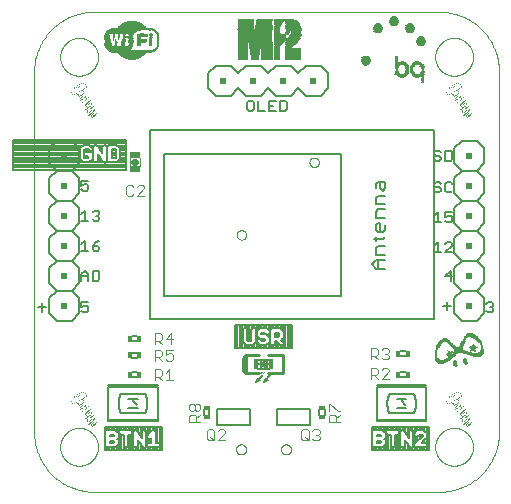
<source format=gto>
G75*
%MOIN*%
%OFA0B0*%
%FSLAX25Y25*%
%IPPOS*%
%LPD*%
%AMOC8*
5,1,8,0,0,1.08239X$1,22.5*
%
%ADD10C,0.00100*%
%ADD11C,0.00000*%
%ADD12C,0.00600*%
%ADD13C,0.00800*%
%ADD14C,0.00400*%
%ADD15C,0.02200*%
%ADD16R,0.03740X0.01969*%
%ADD17C,0.00300*%
%ADD18C,0.01000*%
%ADD19C,0.00500*%
%ADD20C,0.00200*%
%ADD21R,0.01600X0.03400*%
%ADD22R,0.01181X0.02362*%
%ADD23R,0.02300X0.02300*%
%ADD24R,0.00300X0.00060*%
%ADD25R,0.00540X0.00060*%
%ADD26R,0.00720X0.00060*%
%ADD27R,0.00840X0.00060*%
%ADD28R,0.00960X0.00060*%
%ADD29R,0.01020X0.00060*%
%ADD30R,0.01080X0.00060*%
%ADD31R,0.01140X0.00060*%
%ADD32R,0.01200X0.00060*%
%ADD33R,0.01260X0.00060*%
%ADD34R,0.01260X0.00060*%
%ADD35R,0.01320X0.00060*%
%ADD36R,0.00420X0.00060*%
%ADD37R,0.01380X0.00060*%
%ADD38R,0.00600X0.00060*%
%ADD39R,0.01440X0.00060*%
%ADD40R,0.00780X0.00060*%
%ADD41R,0.01440X0.00060*%
%ADD42R,0.00900X0.00060*%
%ADD43R,0.00960X0.00060*%
%ADD44R,0.01020X0.00060*%
%ADD45R,0.01020X0.00060*%
%ADD46R,0.01200X0.00060*%
%ADD47R,0.01800X0.00060*%
%ADD48R,0.02100X0.00060*%
%ADD49R,0.02340X0.00060*%
%ADD50R,0.01380X0.00060*%
%ADD51R,0.02580X0.00060*%
%ADD52R,0.02760X0.00060*%
%ADD53R,0.01380X0.00060*%
%ADD54R,0.01380X0.00060*%
%ADD55R,0.02940X0.00060*%
%ADD56R,0.01320X0.00060*%
%ADD57R,0.03120X0.00060*%
%ADD58R,0.03300X0.00060*%
%ADD59R,0.03480X0.00060*%
%ADD60R,0.03660X0.00060*%
%ADD61R,0.01140X0.00060*%
%ADD62R,0.03780X0.00060*%
%ADD63R,0.03900X0.00060*%
%ADD64R,0.04080X0.00060*%
%ADD65R,0.00900X0.00060*%
%ADD66R,0.04140X0.00060*%
%ADD67R,0.04320X0.00060*%
%ADD68R,0.00660X0.00060*%
%ADD69R,0.01680X0.00060*%
%ADD70R,0.02400X0.00060*%
%ADD71R,0.00480X0.00060*%
%ADD72R,0.02160X0.00060*%
%ADD73R,0.00120X0.00060*%
%ADD74R,0.01980X0.00060*%
%ADD75R,0.01260X0.00060*%
%ADD76R,0.01920X0.00060*%
%ADD77R,0.01140X0.00060*%
%ADD78R,0.01860X0.00060*%
%ADD79R,0.01860X0.00060*%
%ADD80R,0.01080X0.00060*%
%ADD81R,0.01740X0.00060*%
%ADD82R,0.00960X0.00060*%
%ADD83R,0.01680X0.00060*%
%ADD84R,0.01620X0.00060*%
%ADD85R,0.00780X0.00060*%
%ADD86R,0.01620X0.00060*%
%ADD87R,0.00660X0.00060*%
%ADD88R,0.00420X0.00060*%
%ADD89R,0.01560X0.00060*%
%ADD90R,0.01560X0.00060*%
%ADD91R,0.01500X0.00060*%
%ADD92R,0.01560X0.00060*%
%ADD93R,0.00840X0.00060*%
%ADD94R,0.01620X0.00060*%
%ADD95R,0.00840X0.00060*%
%ADD96R,0.01920X0.00060*%
%ADD97R,0.00780X0.00060*%
%ADD98R,0.02040X0.00060*%
%ADD99R,0.02460X0.00060*%
%ADD100R,0.02880X0.00060*%
%ADD101R,0.02220X0.00060*%
%ADD102R,0.03240X0.00060*%
%ADD103R,0.02340X0.00060*%
%ADD104R,0.03600X0.00060*%
%ADD105R,0.02580X0.00060*%
%ADD106R,0.00780X0.00060*%
%ADD107R,0.04200X0.00060*%
%ADD108R,0.03000X0.00060*%
%ADD109R,0.04500X0.00060*%
%ADD110R,0.03240X0.00060*%
%ADD111R,0.04740X0.00060*%
%ADD112R,0.03420X0.00060*%
%ADD113R,0.04980X0.00060*%
%ADD114R,0.03360X0.00060*%
%ADD115R,0.05160X0.00060*%
%ADD116R,0.05400X0.00060*%
%ADD117R,0.05640X0.00060*%
%ADD118R,0.05820X0.00060*%
%ADD119R,0.06000X0.00060*%
%ADD120R,0.06180X0.00060*%
%ADD121R,0.03480X0.00060*%
%ADD122R,0.02280X0.00060*%
%ADD123R,0.03060X0.00060*%
%ADD124R,0.01740X0.00060*%
%ADD125R,0.02760X0.00060*%
%ADD126R,0.02700X0.00060*%
%ADD127R,0.05280X0.00060*%
%ADD128R,0.00660X0.00060*%
%ADD129R,0.00240X0.00060*%
%ADD130R,0.04260X0.00060*%
%ADD131R,0.00420X0.00060*%
%ADD132R,0.00060X0.00060*%
%ADD133R,0.04080X0.00060*%
%ADD134R,0.01080X0.00060*%
%ADD135R,0.00300X0.00060*%
%ADD136R,0.03840X0.00060*%
%ADD137R,0.00060X0.00060*%
%ADD138R,0.00240X0.00060*%
%ADD139R,0.03720X0.00060*%
%ADD140R,0.00180X0.00060*%
%ADD141R,0.03540X0.00060*%
%ADD142R,0.03360X0.00060*%
%ADD143R,0.00360X0.00060*%
%ADD144R,0.03240X0.00060*%
%ADD145R,0.00420X0.00060*%
%ADD146R,0.03120X0.00060*%
%ADD147R,0.02880X0.00060*%
%ADD148R,0.02880X0.00060*%
%ADD149R,0.02820X0.00060*%
%ADD150R,0.02820X0.00060*%
%ADD151R,0.02820X0.00060*%
%ADD152R,0.03060X0.00060*%
%ADD153R,0.00720X0.00060*%
%ADD154R,0.03120X0.00060*%
%ADD155R,0.01920X0.00060*%
%ADD156R,0.00720X0.00060*%
%ADD157R,0.03180X0.00060*%
%ADD158R,0.02040X0.00060*%
%ADD159R,0.02280X0.00060*%
%ADD160R,0.00960X0.00060*%
%ADD161R,0.02460X0.00060*%
%ADD162R,0.01020X0.00060*%
%ADD163R,0.00720X0.00060*%
%ADD164R,0.01080X0.00060*%
%ADD165R,0.00360X0.00060*%
%ADD166R,0.01140X0.00060*%
%ADD167R,0.01260X0.00060*%
%ADD168R,0.01680X0.00060*%
%ADD169R,0.01740X0.00060*%
%ADD170R,0.02940X0.00060*%
%ADD171R,0.02520X0.00060*%
%ADD172R,0.01320X0.00060*%
%ADD173R,0.01500X0.00060*%
%ADD174R,0.01860X0.00060*%
%ADD175R,0.02160X0.00060*%
%ADD176R,0.04020X0.00060*%
%ADD177R,0.03960X0.00060*%
%ADD178R,0.03720X0.00060*%
%ADD179R,0.03660X0.00060*%
%ADD180R,0.02940X0.00060*%
%ADD181R,0.02640X0.00060*%
%ADD182R,0.02520X0.00060*%
%ADD183R,0.02340X0.00060*%
%ADD184R,0.00100X0.00100*%
%ADD185R,0.01400X0.00100*%
%ADD186R,0.02600X0.00100*%
%ADD187R,0.03400X0.00100*%
%ADD188R,0.04000X0.00100*%
%ADD189R,0.04500X0.00100*%
%ADD190R,0.05000X0.00100*%
%ADD191R,0.05400X0.00100*%
%ADD192R,0.05800X0.00100*%
%ADD193R,0.06200X0.00100*%
%ADD194R,0.06300X0.00100*%
%ADD195R,0.06700X0.00100*%
%ADD196R,0.07000X0.00100*%
%ADD197R,0.07400X0.00100*%
%ADD198R,0.07500X0.00100*%
%ADD199R,0.07800X0.00100*%
%ADD200R,0.08000X0.00100*%
%ADD201R,0.08300X0.00100*%
%ADD202R,0.08400X0.00100*%
%ADD203R,0.08600X0.00100*%
%ADD204R,0.08800X0.00100*%
%ADD205R,0.09000X0.00100*%
%ADD206R,0.09200X0.00100*%
%ADD207R,0.09400X0.00100*%
%ADD208R,0.09500X0.00100*%
%ADD209R,0.11700X0.00100*%
%ADD210R,0.00700X0.00100*%
%ADD211R,0.14200X0.00100*%
%ADD212R,0.14600X0.00100*%
%ADD213R,0.15100X0.00100*%
%ADD214R,0.15400X0.00100*%
%ADD215R,0.07100X0.00100*%
%ADD216R,0.00300X0.00100*%
%ADD217R,0.00200X0.00100*%
%ADD218R,0.00400X0.00100*%
%ADD219R,0.02300X0.00100*%
%ADD220R,0.07300X0.00100*%
%ADD221R,0.01100X0.00100*%
%ADD222R,0.07700X0.00100*%
%ADD223R,0.01000X0.00100*%
%ADD224R,0.07900X0.00100*%
%ADD225R,0.00900X0.00100*%
%ADD226R,0.08100X0.00100*%
%ADD227R,0.08200X0.00100*%
%ADD228R,0.00800X0.00100*%
%ADD229R,0.08500X0.00100*%
%ADD230R,0.08700X0.00100*%
%ADD231R,0.08900X0.00100*%
%ADD232R,0.09300X0.00100*%
%ADD233R,0.03200X0.00100*%
%ADD234R,0.05900X0.00100*%
%ADD235R,0.02400X0.00100*%
%ADD236R,0.01500X0.00100*%
%ADD237R,0.01300X0.00100*%
%ADD238R,0.01600X0.00100*%
%ADD239R,0.00600X0.00100*%
%ADD240R,0.01200X0.00100*%
%ADD241R,0.02500X0.00100*%
%ADD242R,0.00500X0.00100*%
%ADD243R,0.01700X0.00100*%
%ADD244R,0.02200X0.00100*%
%ADD245R,0.02100X0.00100*%
%ADD246R,0.03300X0.00100*%
%ADD247R,0.03100X0.00100*%
%ADD248R,0.02000X0.00100*%
%ADD249R,0.01900X0.00100*%
%ADD250R,0.01800X0.00100*%
%ADD251R,0.03600X0.00100*%
%ADD252R,0.03500X0.00100*%
%ADD253R,0.06800X0.00100*%
%ADD254R,0.09600X0.00100*%
%ADD255R,0.09700X0.00100*%
%ADD256R,0.09800X0.00100*%
%ADD257R,0.10000X0.00100*%
%ADD258R,0.10200X0.00100*%
%ADD259R,0.15500X0.00100*%
%ADD260R,0.15200X0.00100*%
%ADD261R,0.14900X0.00100*%
%ADD262R,0.14000X0.00100*%
%ADD263R,0.09900X0.00100*%
%ADD264R,0.09100X0.00100*%
%ADD265R,0.07200X0.00100*%
%ADD266R,0.06600X0.00100*%
%ADD267R,0.05500X0.00100*%
%ADD268R,0.05100X0.00100*%
%ADD269R,0.04600X0.00100*%
%ADD270R,0.04100X0.00100*%
%ADD271R,0.02700X0.00100*%
%ADD272R,0.02000X0.02000*%
%ADD273R,0.00950X0.00050*%
%ADD274R,0.01000X0.00050*%
%ADD275R,0.00050X0.00050*%
%ADD276R,0.00750X0.00050*%
%ADD277R,0.00600X0.00050*%
%ADD278R,0.01300X0.00050*%
%ADD279R,0.01150X0.00050*%
%ADD280R,0.01600X0.00050*%
%ADD281R,0.01400X0.00050*%
%ADD282R,0.01900X0.00050*%
%ADD283R,0.01700X0.00050*%
%ADD284R,0.02050X0.00050*%
%ADD285R,0.02250X0.00050*%
%ADD286R,0.02400X0.00050*%
%ADD287R,0.02550X0.00050*%
%ADD288R,0.02450X0.00050*%
%ADD289R,0.02700X0.00050*%
%ADD290R,0.02850X0.00050*%
%ADD291R,0.02650X0.00050*%
%ADD292R,0.02900X0.00050*%
%ADD293R,0.02750X0.00050*%
%ADD294R,0.03000X0.00050*%
%ADD295R,0.03800X0.00050*%
%ADD296R,0.03150X0.00050*%
%ADD297R,0.03850X0.00050*%
%ADD298R,0.03200X0.00050*%
%ADD299R,0.03900X0.00050*%
%ADD300R,0.03300X0.00050*%
%ADD301R,0.03950X0.00050*%
%ADD302R,0.03450X0.00050*%
%ADD303R,0.04000X0.00050*%
%ADD304R,0.03400X0.00050*%
%ADD305R,0.01550X0.00050*%
%ADD306R,0.01450X0.00050*%
%ADD307R,0.01800X0.00050*%
%ADD308R,0.01250X0.00050*%
%ADD309R,0.01350X0.00050*%
%ADD310R,0.01500X0.00050*%
%ADD311R,0.01200X0.00050*%
%ADD312R,0.01100X0.00050*%
%ADD313R,0.01050X0.00050*%
%ADD314R,0.00900X0.00050*%
%ADD315R,0.00850X0.00050*%
%ADD316R,0.00200X0.00050*%
%ADD317R,0.00100X0.00050*%
%ADD318R,0.01750X0.00050*%
%ADD319R,0.01850X0.00050*%
%ADD320R,0.02150X0.00050*%
%ADD321R,0.01950X0.00050*%
%ADD322R,0.02100X0.00050*%
%ADD323R,0.02200X0.00050*%
%ADD324R,0.03250X0.00050*%
%ADD325R,0.02300X0.00050*%
%ADD326R,0.03050X0.00050*%
%ADD327R,0.02600X0.00050*%
%ADD328R,0.02800X0.00050*%
%ADD329R,0.02350X0.00050*%
%ADD330R,0.02000X0.00050*%
%ADD331R,0.02950X0.00050*%
%ADD332R,0.03100X0.00050*%
%ADD333R,0.00350X0.00050*%
%ADD334R,0.00650X0.00050*%
%ADD335R,0.01650X0.00050*%
%ADD336R,0.02500X0.00050*%
%ADD337R,0.00500X0.00050*%
%ADD338R,0.00450X0.00050*%
%ADD339R,0.00550X0.00050*%
%ADD340R,0.00800X0.00050*%
%ADD341R,0.01260X0.00030*%
%ADD342R,0.01440X0.00030*%
%ADD343R,0.01470X0.00030*%
%ADD344R,0.01530X0.00030*%
%ADD345R,0.00480X0.00030*%
%ADD346R,0.00150X0.00030*%
%ADD347R,0.00030X0.00030*%
%ADD348R,0.00450X0.00030*%
%ADD349R,0.00330X0.00030*%
%ADD350R,0.00270X0.00030*%
%ADD351R,0.00240X0.00030*%
%ADD352R,0.00210X0.00030*%
%ADD353R,0.00180X0.00030*%
%ADD354R,0.00120X0.00030*%
%ADD355R,0.00120X0.00030*%
%ADD356R,0.00240X0.00030*%
%ADD357R,0.00270X0.00030*%
%ADD358R,0.00300X0.00030*%
%ADD359R,0.00360X0.00030*%
%ADD360R,0.00390X0.00030*%
%ADD361R,0.00420X0.00030*%
%ADD362R,0.00420X0.00030*%
%ADD363R,0.00510X0.00030*%
%ADD364R,0.01410X0.00030*%
%ADD365R,0.00060X0.00030*%
%ADD366R,0.01230X0.00030*%
%ADD367R,0.01170X0.00030*%
%ADD368R,0.00390X0.00030*%
%ADD369R,0.00990X0.00030*%
%ADD370R,0.00990X0.00030*%
%ADD371R,0.01080X0.00030*%
%ADD372R,0.01020X0.00030*%
%ADD373R,0.01020X0.00030*%
%ADD374R,0.01110X0.00030*%
%ADD375R,0.00960X0.00030*%
%ADD376R,0.01050X0.00030*%
%ADD377R,0.00570X0.00030*%
%ADD378R,0.00810X0.00030*%
%ADD379R,0.00570X0.00030*%
%ADD380R,0.00870X0.00030*%
%ADD381R,0.00690X0.00030*%
%ADD382R,0.00660X0.00030*%
%ADD383R,0.00090X0.00030*%
%ADD384R,0.00090X0.00030*%
%ADD385R,0.00630X0.00030*%
%ADD386R,0.00720X0.00030*%
%ADD387R,0.00750X0.00030*%
%ADD388R,0.00540X0.00030*%
%ADD389R,0.00780X0.00030*%
%ADD390R,0.00840X0.00030*%
%ADD391R,0.00540X0.00030*%
%ADD392R,0.01290X0.00030*%
%ADD393R,0.01620X0.00030*%
%ADD394R,0.01560X0.00030*%
%ADD395R,0.01320X0.00030*%
%ADD396R,0.03700X0.00100*%
%ADD397R,0.05200X0.00100*%
%ADD398R,0.02900X0.00100*%
%ADD399R,0.03800X0.00100*%
%ADD400R,0.03900X0.00100*%
%ADD401R,0.03000X0.00100*%
%ADD402R,0.04200X0.00100*%
%ADD403R,0.04300X0.00100*%
%ADD404R,0.02800X0.00100*%
%ADD405R,0.11600X0.00100*%
%ADD406R,0.04400X0.00100*%
%ADD407R,0.05300X0.00100*%
%ADD408R,0.05700X0.00100*%
%ADD409R,0.05600X0.00100*%
%ADD410R,0.04900X0.00100*%
%ADD411R,0.04800X0.00100*%
%ADD412R,0.04700X0.00100*%
%ADD413R,0.06900X0.00100*%
%ADD414R,0.02362X0.01181*%
D10*
X0033000Y0015846D02*
X0148000Y0015846D01*
X0148483Y0015852D01*
X0148966Y0015869D01*
X0149449Y0015899D01*
X0149930Y0015939D01*
X0150411Y0015992D01*
X0150890Y0016056D01*
X0151367Y0016131D01*
X0151843Y0016219D01*
X0152316Y0016317D01*
X0152786Y0016427D01*
X0153254Y0016548D01*
X0153719Y0016681D01*
X0154180Y0016825D01*
X0154638Y0016980D01*
X0155092Y0017146D01*
X0155542Y0017323D01*
X0155987Y0017510D01*
X0156428Y0017709D01*
X0156864Y0017917D01*
X0157294Y0018137D01*
X0157720Y0018367D01*
X0158139Y0018607D01*
X0158553Y0018857D01*
X0158960Y0019117D01*
X0159361Y0019386D01*
X0159756Y0019666D01*
X0160143Y0019954D01*
X0160524Y0020253D01*
X0160897Y0020560D01*
X0161262Y0020876D01*
X0161620Y0021201D01*
X0161970Y0021534D01*
X0162312Y0021876D01*
X0162645Y0022226D01*
X0162970Y0022584D01*
X0163286Y0022949D01*
X0163593Y0023322D01*
X0163892Y0023703D01*
X0164180Y0024090D01*
X0164460Y0024485D01*
X0164729Y0024886D01*
X0164989Y0025293D01*
X0165239Y0025707D01*
X0165479Y0026126D01*
X0165709Y0026552D01*
X0165929Y0026982D01*
X0166137Y0027418D01*
X0166336Y0027859D01*
X0166523Y0028304D01*
X0166700Y0028754D01*
X0166866Y0029208D01*
X0167021Y0029666D01*
X0167165Y0030127D01*
X0167298Y0030592D01*
X0167419Y0031060D01*
X0167529Y0031530D01*
X0167627Y0032003D01*
X0167715Y0032479D01*
X0167790Y0032956D01*
X0167854Y0033435D01*
X0167907Y0033916D01*
X0167947Y0034397D01*
X0167977Y0034880D01*
X0167994Y0035363D01*
X0168000Y0035846D01*
X0168000Y0155846D01*
X0167994Y0156329D01*
X0167977Y0156812D01*
X0167947Y0157295D01*
X0167907Y0157776D01*
X0167854Y0158257D01*
X0167790Y0158736D01*
X0167715Y0159213D01*
X0167627Y0159689D01*
X0167529Y0160162D01*
X0167419Y0160632D01*
X0167298Y0161100D01*
X0167165Y0161565D01*
X0167021Y0162026D01*
X0166866Y0162484D01*
X0166700Y0162938D01*
X0166523Y0163388D01*
X0166336Y0163833D01*
X0166137Y0164274D01*
X0165929Y0164710D01*
X0165709Y0165140D01*
X0165479Y0165566D01*
X0165239Y0165985D01*
X0164989Y0166399D01*
X0164729Y0166806D01*
X0164460Y0167207D01*
X0164180Y0167602D01*
X0163892Y0167989D01*
X0163593Y0168370D01*
X0163286Y0168743D01*
X0162970Y0169108D01*
X0162645Y0169466D01*
X0162312Y0169816D01*
X0161970Y0170158D01*
X0161620Y0170491D01*
X0161262Y0170816D01*
X0160897Y0171132D01*
X0160524Y0171439D01*
X0160143Y0171738D01*
X0159756Y0172026D01*
X0159361Y0172306D01*
X0158960Y0172575D01*
X0158553Y0172835D01*
X0158139Y0173085D01*
X0157720Y0173325D01*
X0157294Y0173555D01*
X0156864Y0173775D01*
X0156428Y0173983D01*
X0155987Y0174182D01*
X0155542Y0174369D01*
X0155092Y0174546D01*
X0154638Y0174712D01*
X0154180Y0174867D01*
X0153719Y0175011D01*
X0153254Y0175144D01*
X0152786Y0175265D01*
X0152316Y0175375D01*
X0151843Y0175473D01*
X0151367Y0175561D01*
X0150890Y0175636D01*
X0150411Y0175700D01*
X0149930Y0175753D01*
X0149449Y0175793D01*
X0148966Y0175823D01*
X0148483Y0175840D01*
X0148000Y0175846D01*
X0033000Y0175846D01*
X0032517Y0175840D01*
X0032034Y0175823D01*
X0031551Y0175793D01*
X0031070Y0175753D01*
X0030589Y0175700D01*
X0030110Y0175636D01*
X0029633Y0175561D01*
X0029157Y0175473D01*
X0028684Y0175375D01*
X0028214Y0175265D01*
X0027746Y0175144D01*
X0027281Y0175011D01*
X0026820Y0174867D01*
X0026362Y0174712D01*
X0025908Y0174546D01*
X0025458Y0174369D01*
X0025013Y0174182D01*
X0024572Y0173983D01*
X0024136Y0173775D01*
X0023706Y0173555D01*
X0023280Y0173325D01*
X0022861Y0173085D01*
X0022447Y0172835D01*
X0022040Y0172575D01*
X0021639Y0172306D01*
X0021244Y0172026D01*
X0020857Y0171738D01*
X0020476Y0171439D01*
X0020103Y0171132D01*
X0019738Y0170816D01*
X0019380Y0170491D01*
X0019030Y0170158D01*
X0018688Y0169816D01*
X0018355Y0169466D01*
X0018030Y0169108D01*
X0017714Y0168743D01*
X0017407Y0168370D01*
X0017108Y0167989D01*
X0016820Y0167602D01*
X0016540Y0167207D01*
X0016271Y0166806D01*
X0016011Y0166399D01*
X0015761Y0165985D01*
X0015521Y0165566D01*
X0015291Y0165140D01*
X0015071Y0164710D01*
X0014863Y0164274D01*
X0014664Y0163833D01*
X0014477Y0163388D01*
X0014300Y0162938D01*
X0014134Y0162484D01*
X0013979Y0162026D01*
X0013835Y0161565D01*
X0013702Y0161100D01*
X0013581Y0160632D01*
X0013471Y0160162D01*
X0013373Y0159689D01*
X0013285Y0159213D01*
X0013210Y0158736D01*
X0013146Y0158257D01*
X0013093Y0157776D01*
X0013053Y0157295D01*
X0013023Y0156812D01*
X0013006Y0156329D01*
X0013000Y0155846D01*
X0013000Y0035846D01*
X0013006Y0035363D01*
X0013023Y0034880D01*
X0013053Y0034397D01*
X0013093Y0033916D01*
X0013146Y0033435D01*
X0013210Y0032956D01*
X0013285Y0032479D01*
X0013373Y0032003D01*
X0013471Y0031530D01*
X0013581Y0031060D01*
X0013702Y0030592D01*
X0013835Y0030127D01*
X0013979Y0029666D01*
X0014134Y0029208D01*
X0014300Y0028754D01*
X0014477Y0028304D01*
X0014664Y0027859D01*
X0014863Y0027418D01*
X0015071Y0026982D01*
X0015291Y0026552D01*
X0015521Y0026126D01*
X0015761Y0025707D01*
X0016011Y0025293D01*
X0016271Y0024886D01*
X0016540Y0024485D01*
X0016820Y0024090D01*
X0017108Y0023703D01*
X0017407Y0023322D01*
X0017714Y0022949D01*
X0018030Y0022584D01*
X0018355Y0022226D01*
X0018688Y0021876D01*
X0019030Y0021534D01*
X0019380Y0021201D01*
X0019738Y0020876D01*
X0020103Y0020560D01*
X0020476Y0020253D01*
X0020857Y0019954D01*
X0021244Y0019666D01*
X0021639Y0019386D01*
X0022040Y0019117D01*
X0022447Y0018857D01*
X0022861Y0018607D01*
X0023280Y0018367D01*
X0023706Y0018137D01*
X0024136Y0017917D01*
X0024572Y0017709D01*
X0025013Y0017510D01*
X0025458Y0017323D01*
X0025908Y0017146D01*
X0026362Y0016980D01*
X0026820Y0016825D01*
X0027281Y0016681D01*
X0027746Y0016548D01*
X0028214Y0016427D01*
X0028684Y0016317D01*
X0029157Y0016219D01*
X0029633Y0016131D01*
X0030110Y0016056D01*
X0030589Y0015992D01*
X0031070Y0015939D01*
X0031551Y0015899D01*
X0032034Y0015869D01*
X0032517Y0015852D01*
X0033000Y0015846D01*
D11*
X0021701Y0030846D02*
X0021703Y0031004D01*
X0021709Y0031162D01*
X0021719Y0031320D01*
X0021733Y0031478D01*
X0021751Y0031635D01*
X0021772Y0031792D01*
X0021798Y0031948D01*
X0021828Y0032104D01*
X0021861Y0032259D01*
X0021899Y0032412D01*
X0021940Y0032565D01*
X0021985Y0032717D01*
X0022034Y0032868D01*
X0022087Y0033017D01*
X0022143Y0033165D01*
X0022203Y0033311D01*
X0022267Y0033456D01*
X0022335Y0033599D01*
X0022406Y0033741D01*
X0022480Y0033881D01*
X0022558Y0034018D01*
X0022640Y0034154D01*
X0022724Y0034288D01*
X0022813Y0034419D01*
X0022904Y0034548D01*
X0022999Y0034675D01*
X0023096Y0034800D01*
X0023197Y0034922D01*
X0023301Y0035041D01*
X0023408Y0035158D01*
X0023518Y0035272D01*
X0023631Y0035383D01*
X0023746Y0035492D01*
X0023864Y0035597D01*
X0023985Y0035699D01*
X0024108Y0035799D01*
X0024234Y0035895D01*
X0024362Y0035988D01*
X0024492Y0036078D01*
X0024625Y0036164D01*
X0024760Y0036248D01*
X0024896Y0036327D01*
X0025035Y0036404D01*
X0025176Y0036476D01*
X0025318Y0036546D01*
X0025462Y0036611D01*
X0025608Y0036673D01*
X0025755Y0036731D01*
X0025904Y0036786D01*
X0026054Y0036837D01*
X0026205Y0036884D01*
X0026357Y0036927D01*
X0026510Y0036966D01*
X0026665Y0037002D01*
X0026820Y0037033D01*
X0026976Y0037061D01*
X0027132Y0037085D01*
X0027289Y0037105D01*
X0027447Y0037121D01*
X0027604Y0037133D01*
X0027763Y0037141D01*
X0027921Y0037145D01*
X0028079Y0037145D01*
X0028237Y0037141D01*
X0028396Y0037133D01*
X0028553Y0037121D01*
X0028711Y0037105D01*
X0028868Y0037085D01*
X0029024Y0037061D01*
X0029180Y0037033D01*
X0029335Y0037002D01*
X0029490Y0036966D01*
X0029643Y0036927D01*
X0029795Y0036884D01*
X0029946Y0036837D01*
X0030096Y0036786D01*
X0030245Y0036731D01*
X0030392Y0036673D01*
X0030538Y0036611D01*
X0030682Y0036546D01*
X0030824Y0036476D01*
X0030965Y0036404D01*
X0031104Y0036327D01*
X0031240Y0036248D01*
X0031375Y0036164D01*
X0031508Y0036078D01*
X0031638Y0035988D01*
X0031766Y0035895D01*
X0031892Y0035799D01*
X0032015Y0035699D01*
X0032136Y0035597D01*
X0032254Y0035492D01*
X0032369Y0035383D01*
X0032482Y0035272D01*
X0032592Y0035158D01*
X0032699Y0035041D01*
X0032803Y0034922D01*
X0032904Y0034800D01*
X0033001Y0034675D01*
X0033096Y0034548D01*
X0033187Y0034419D01*
X0033276Y0034288D01*
X0033360Y0034154D01*
X0033442Y0034018D01*
X0033520Y0033881D01*
X0033594Y0033741D01*
X0033665Y0033599D01*
X0033733Y0033456D01*
X0033797Y0033311D01*
X0033857Y0033165D01*
X0033913Y0033017D01*
X0033966Y0032868D01*
X0034015Y0032717D01*
X0034060Y0032565D01*
X0034101Y0032412D01*
X0034139Y0032259D01*
X0034172Y0032104D01*
X0034202Y0031948D01*
X0034228Y0031792D01*
X0034249Y0031635D01*
X0034267Y0031478D01*
X0034281Y0031320D01*
X0034291Y0031162D01*
X0034297Y0031004D01*
X0034299Y0030846D01*
X0034297Y0030688D01*
X0034291Y0030530D01*
X0034281Y0030372D01*
X0034267Y0030214D01*
X0034249Y0030057D01*
X0034228Y0029900D01*
X0034202Y0029744D01*
X0034172Y0029588D01*
X0034139Y0029433D01*
X0034101Y0029280D01*
X0034060Y0029127D01*
X0034015Y0028975D01*
X0033966Y0028824D01*
X0033913Y0028675D01*
X0033857Y0028527D01*
X0033797Y0028381D01*
X0033733Y0028236D01*
X0033665Y0028093D01*
X0033594Y0027951D01*
X0033520Y0027811D01*
X0033442Y0027674D01*
X0033360Y0027538D01*
X0033276Y0027404D01*
X0033187Y0027273D01*
X0033096Y0027144D01*
X0033001Y0027017D01*
X0032904Y0026892D01*
X0032803Y0026770D01*
X0032699Y0026651D01*
X0032592Y0026534D01*
X0032482Y0026420D01*
X0032369Y0026309D01*
X0032254Y0026200D01*
X0032136Y0026095D01*
X0032015Y0025993D01*
X0031892Y0025893D01*
X0031766Y0025797D01*
X0031638Y0025704D01*
X0031508Y0025614D01*
X0031375Y0025528D01*
X0031240Y0025444D01*
X0031104Y0025365D01*
X0030965Y0025288D01*
X0030824Y0025216D01*
X0030682Y0025146D01*
X0030538Y0025081D01*
X0030392Y0025019D01*
X0030245Y0024961D01*
X0030096Y0024906D01*
X0029946Y0024855D01*
X0029795Y0024808D01*
X0029643Y0024765D01*
X0029490Y0024726D01*
X0029335Y0024690D01*
X0029180Y0024659D01*
X0029024Y0024631D01*
X0028868Y0024607D01*
X0028711Y0024587D01*
X0028553Y0024571D01*
X0028396Y0024559D01*
X0028237Y0024551D01*
X0028079Y0024547D01*
X0027921Y0024547D01*
X0027763Y0024551D01*
X0027604Y0024559D01*
X0027447Y0024571D01*
X0027289Y0024587D01*
X0027132Y0024607D01*
X0026976Y0024631D01*
X0026820Y0024659D01*
X0026665Y0024690D01*
X0026510Y0024726D01*
X0026357Y0024765D01*
X0026205Y0024808D01*
X0026054Y0024855D01*
X0025904Y0024906D01*
X0025755Y0024961D01*
X0025608Y0025019D01*
X0025462Y0025081D01*
X0025318Y0025146D01*
X0025176Y0025216D01*
X0025035Y0025288D01*
X0024896Y0025365D01*
X0024760Y0025444D01*
X0024625Y0025528D01*
X0024492Y0025614D01*
X0024362Y0025704D01*
X0024234Y0025797D01*
X0024108Y0025893D01*
X0023985Y0025993D01*
X0023864Y0026095D01*
X0023746Y0026200D01*
X0023631Y0026309D01*
X0023518Y0026420D01*
X0023408Y0026534D01*
X0023301Y0026651D01*
X0023197Y0026770D01*
X0023096Y0026892D01*
X0022999Y0027017D01*
X0022904Y0027144D01*
X0022813Y0027273D01*
X0022724Y0027404D01*
X0022640Y0027538D01*
X0022558Y0027674D01*
X0022480Y0027811D01*
X0022406Y0027951D01*
X0022335Y0028093D01*
X0022267Y0028236D01*
X0022203Y0028381D01*
X0022143Y0028527D01*
X0022087Y0028675D01*
X0022034Y0028824D01*
X0021985Y0028975D01*
X0021940Y0029127D01*
X0021899Y0029280D01*
X0021861Y0029433D01*
X0021828Y0029588D01*
X0021798Y0029744D01*
X0021772Y0029900D01*
X0021751Y0030057D01*
X0021733Y0030214D01*
X0021719Y0030372D01*
X0021709Y0030530D01*
X0021703Y0030688D01*
X0021701Y0030846D01*
X0080347Y0030008D02*
X0080349Y0030089D01*
X0080355Y0030171D01*
X0080365Y0030252D01*
X0080379Y0030332D01*
X0080396Y0030411D01*
X0080418Y0030490D01*
X0080443Y0030567D01*
X0080472Y0030644D01*
X0080505Y0030718D01*
X0080542Y0030791D01*
X0080581Y0030862D01*
X0080625Y0030931D01*
X0080671Y0030998D01*
X0080721Y0031062D01*
X0080774Y0031124D01*
X0080830Y0031184D01*
X0080888Y0031240D01*
X0080950Y0031294D01*
X0081014Y0031345D01*
X0081080Y0031392D01*
X0081148Y0031436D01*
X0081219Y0031477D01*
X0081291Y0031514D01*
X0081366Y0031548D01*
X0081441Y0031578D01*
X0081519Y0031604D01*
X0081597Y0031627D01*
X0081676Y0031645D01*
X0081756Y0031660D01*
X0081837Y0031671D01*
X0081918Y0031678D01*
X0082000Y0031681D01*
X0082081Y0031680D01*
X0082162Y0031675D01*
X0082243Y0031666D01*
X0082324Y0031653D01*
X0082404Y0031636D01*
X0082482Y0031616D01*
X0082560Y0031591D01*
X0082637Y0031563D01*
X0082712Y0031531D01*
X0082785Y0031496D01*
X0082856Y0031457D01*
X0082926Y0031414D01*
X0082993Y0031369D01*
X0083059Y0031320D01*
X0083121Y0031268D01*
X0083181Y0031212D01*
X0083238Y0031154D01*
X0083293Y0031094D01*
X0083344Y0031030D01*
X0083392Y0030965D01*
X0083437Y0030897D01*
X0083479Y0030827D01*
X0083517Y0030755D01*
X0083552Y0030681D01*
X0083583Y0030606D01*
X0083610Y0030529D01*
X0083633Y0030451D01*
X0083653Y0030372D01*
X0083669Y0030292D01*
X0083681Y0030211D01*
X0083689Y0030130D01*
X0083693Y0030049D01*
X0083693Y0029967D01*
X0083689Y0029886D01*
X0083681Y0029805D01*
X0083669Y0029724D01*
X0083653Y0029644D01*
X0083633Y0029565D01*
X0083610Y0029487D01*
X0083583Y0029410D01*
X0083552Y0029335D01*
X0083517Y0029261D01*
X0083479Y0029189D01*
X0083437Y0029119D01*
X0083392Y0029051D01*
X0083344Y0028986D01*
X0083293Y0028922D01*
X0083238Y0028862D01*
X0083181Y0028804D01*
X0083121Y0028748D01*
X0083059Y0028696D01*
X0082993Y0028647D01*
X0082926Y0028602D01*
X0082857Y0028559D01*
X0082785Y0028520D01*
X0082712Y0028485D01*
X0082637Y0028453D01*
X0082560Y0028425D01*
X0082482Y0028400D01*
X0082404Y0028380D01*
X0082324Y0028363D01*
X0082243Y0028350D01*
X0082162Y0028341D01*
X0082081Y0028336D01*
X0082000Y0028335D01*
X0081918Y0028338D01*
X0081837Y0028345D01*
X0081756Y0028356D01*
X0081676Y0028371D01*
X0081597Y0028389D01*
X0081519Y0028412D01*
X0081441Y0028438D01*
X0081366Y0028468D01*
X0081291Y0028502D01*
X0081219Y0028539D01*
X0081148Y0028580D01*
X0081080Y0028624D01*
X0081014Y0028671D01*
X0080950Y0028722D01*
X0080888Y0028776D01*
X0080830Y0028832D01*
X0080774Y0028892D01*
X0080721Y0028954D01*
X0080671Y0029018D01*
X0080625Y0029085D01*
X0080581Y0029154D01*
X0080542Y0029225D01*
X0080505Y0029298D01*
X0080472Y0029372D01*
X0080443Y0029449D01*
X0080418Y0029526D01*
X0080396Y0029605D01*
X0080379Y0029684D01*
X0080365Y0029764D01*
X0080355Y0029845D01*
X0080349Y0029927D01*
X0080347Y0030008D01*
X0095307Y0030008D02*
X0095309Y0030089D01*
X0095315Y0030171D01*
X0095325Y0030252D01*
X0095339Y0030332D01*
X0095356Y0030411D01*
X0095378Y0030490D01*
X0095403Y0030567D01*
X0095432Y0030644D01*
X0095465Y0030718D01*
X0095502Y0030791D01*
X0095541Y0030862D01*
X0095585Y0030931D01*
X0095631Y0030998D01*
X0095681Y0031062D01*
X0095734Y0031124D01*
X0095790Y0031184D01*
X0095848Y0031240D01*
X0095910Y0031294D01*
X0095974Y0031345D01*
X0096040Y0031392D01*
X0096108Y0031436D01*
X0096179Y0031477D01*
X0096251Y0031514D01*
X0096326Y0031548D01*
X0096401Y0031578D01*
X0096479Y0031604D01*
X0096557Y0031627D01*
X0096636Y0031645D01*
X0096716Y0031660D01*
X0096797Y0031671D01*
X0096878Y0031678D01*
X0096960Y0031681D01*
X0097041Y0031680D01*
X0097122Y0031675D01*
X0097203Y0031666D01*
X0097284Y0031653D01*
X0097364Y0031636D01*
X0097442Y0031616D01*
X0097520Y0031591D01*
X0097597Y0031563D01*
X0097672Y0031531D01*
X0097745Y0031496D01*
X0097816Y0031457D01*
X0097886Y0031414D01*
X0097953Y0031369D01*
X0098019Y0031320D01*
X0098081Y0031268D01*
X0098141Y0031212D01*
X0098198Y0031154D01*
X0098253Y0031094D01*
X0098304Y0031030D01*
X0098352Y0030965D01*
X0098397Y0030897D01*
X0098439Y0030827D01*
X0098477Y0030755D01*
X0098512Y0030681D01*
X0098543Y0030606D01*
X0098570Y0030529D01*
X0098593Y0030451D01*
X0098613Y0030372D01*
X0098629Y0030292D01*
X0098641Y0030211D01*
X0098649Y0030130D01*
X0098653Y0030049D01*
X0098653Y0029967D01*
X0098649Y0029886D01*
X0098641Y0029805D01*
X0098629Y0029724D01*
X0098613Y0029644D01*
X0098593Y0029565D01*
X0098570Y0029487D01*
X0098543Y0029410D01*
X0098512Y0029335D01*
X0098477Y0029261D01*
X0098439Y0029189D01*
X0098397Y0029119D01*
X0098352Y0029051D01*
X0098304Y0028986D01*
X0098253Y0028922D01*
X0098198Y0028862D01*
X0098141Y0028804D01*
X0098081Y0028748D01*
X0098019Y0028696D01*
X0097953Y0028647D01*
X0097886Y0028602D01*
X0097817Y0028559D01*
X0097745Y0028520D01*
X0097672Y0028485D01*
X0097597Y0028453D01*
X0097520Y0028425D01*
X0097442Y0028400D01*
X0097364Y0028380D01*
X0097284Y0028363D01*
X0097203Y0028350D01*
X0097122Y0028341D01*
X0097041Y0028336D01*
X0096960Y0028335D01*
X0096878Y0028338D01*
X0096797Y0028345D01*
X0096716Y0028356D01*
X0096636Y0028371D01*
X0096557Y0028389D01*
X0096479Y0028412D01*
X0096401Y0028438D01*
X0096326Y0028468D01*
X0096251Y0028502D01*
X0096179Y0028539D01*
X0096108Y0028580D01*
X0096040Y0028624D01*
X0095974Y0028671D01*
X0095910Y0028722D01*
X0095848Y0028776D01*
X0095790Y0028832D01*
X0095734Y0028892D01*
X0095681Y0028954D01*
X0095631Y0029018D01*
X0095585Y0029085D01*
X0095541Y0029154D01*
X0095502Y0029225D01*
X0095465Y0029298D01*
X0095432Y0029372D01*
X0095403Y0029449D01*
X0095378Y0029526D01*
X0095356Y0029605D01*
X0095339Y0029684D01*
X0095325Y0029764D01*
X0095315Y0029845D01*
X0095309Y0029927D01*
X0095307Y0030008D01*
X0146701Y0030846D02*
X0146703Y0031004D01*
X0146709Y0031162D01*
X0146719Y0031320D01*
X0146733Y0031478D01*
X0146751Y0031635D01*
X0146772Y0031792D01*
X0146798Y0031948D01*
X0146828Y0032104D01*
X0146861Y0032259D01*
X0146899Y0032412D01*
X0146940Y0032565D01*
X0146985Y0032717D01*
X0147034Y0032868D01*
X0147087Y0033017D01*
X0147143Y0033165D01*
X0147203Y0033311D01*
X0147267Y0033456D01*
X0147335Y0033599D01*
X0147406Y0033741D01*
X0147480Y0033881D01*
X0147558Y0034018D01*
X0147640Y0034154D01*
X0147724Y0034288D01*
X0147813Y0034419D01*
X0147904Y0034548D01*
X0147999Y0034675D01*
X0148096Y0034800D01*
X0148197Y0034922D01*
X0148301Y0035041D01*
X0148408Y0035158D01*
X0148518Y0035272D01*
X0148631Y0035383D01*
X0148746Y0035492D01*
X0148864Y0035597D01*
X0148985Y0035699D01*
X0149108Y0035799D01*
X0149234Y0035895D01*
X0149362Y0035988D01*
X0149492Y0036078D01*
X0149625Y0036164D01*
X0149760Y0036248D01*
X0149896Y0036327D01*
X0150035Y0036404D01*
X0150176Y0036476D01*
X0150318Y0036546D01*
X0150462Y0036611D01*
X0150608Y0036673D01*
X0150755Y0036731D01*
X0150904Y0036786D01*
X0151054Y0036837D01*
X0151205Y0036884D01*
X0151357Y0036927D01*
X0151510Y0036966D01*
X0151665Y0037002D01*
X0151820Y0037033D01*
X0151976Y0037061D01*
X0152132Y0037085D01*
X0152289Y0037105D01*
X0152447Y0037121D01*
X0152604Y0037133D01*
X0152763Y0037141D01*
X0152921Y0037145D01*
X0153079Y0037145D01*
X0153237Y0037141D01*
X0153396Y0037133D01*
X0153553Y0037121D01*
X0153711Y0037105D01*
X0153868Y0037085D01*
X0154024Y0037061D01*
X0154180Y0037033D01*
X0154335Y0037002D01*
X0154490Y0036966D01*
X0154643Y0036927D01*
X0154795Y0036884D01*
X0154946Y0036837D01*
X0155096Y0036786D01*
X0155245Y0036731D01*
X0155392Y0036673D01*
X0155538Y0036611D01*
X0155682Y0036546D01*
X0155824Y0036476D01*
X0155965Y0036404D01*
X0156104Y0036327D01*
X0156240Y0036248D01*
X0156375Y0036164D01*
X0156508Y0036078D01*
X0156638Y0035988D01*
X0156766Y0035895D01*
X0156892Y0035799D01*
X0157015Y0035699D01*
X0157136Y0035597D01*
X0157254Y0035492D01*
X0157369Y0035383D01*
X0157482Y0035272D01*
X0157592Y0035158D01*
X0157699Y0035041D01*
X0157803Y0034922D01*
X0157904Y0034800D01*
X0158001Y0034675D01*
X0158096Y0034548D01*
X0158187Y0034419D01*
X0158276Y0034288D01*
X0158360Y0034154D01*
X0158442Y0034018D01*
X0158520Y0033881D01*
X0158594Y0033741D01*
X0158665Y0033599D01*
X0158733Y0033456D01*
X0158797Y0033311D01*
X0158857Y0033165D01*
X0158913Y0033017D01*
X0158966Y0032868D01*
X0159015Y0032717D01*
X0159060Y0032565D01*
X0159101Y0032412D01*
X0159139Y0032259D01*
X0159172Y0032104D01*
X0159202Y0031948D01*
X0159228Y0031792D01*
X0159249Y0031635D01*
X0159267Y0031478D01*
X0159281Y0031320D01*
X0159291Y0031162D01*
X0159297Y0031004D01*
X0159299Y0030846D01*
X0159297Y0030688D01*
X0159291Y0030530D01*
X0159281Y0030372D01*
X0159267Y0030214D01*
X0159249Y0030057D01*
X0159228Y0029900D01*
X0159202Y0029744D01*
X0159172Y0029588D01*
X0159139Y0029433D01*
X0159101Y0029280D01*
X0159060Y0029127D01*
X0159015Y0028975D01*
X0158966Y0028824D01*
X0158913Y0028675D01*
X0158857Y0028527D01*
X0158797Y0028381D01*
X0158733Y0028236D01*
X0158665Y0028093D01*
X0158594Y0027951D01*
X0158520Y0027811D01*
X0158442Y0027674D01*
X0158360Y0027538D01*
X0158276Y0027404D01*
X0158187Y0027273D01*
X0158096Y0027144D01*
X0158001Y0027017D01*
X0157904Y0026892D01*
X0157803Y0026770D01*
X0157699Y0026651D01*
X0157592Y0026534D01*
X0157482Y0026420D01*
X0157369Y0026309D01*
X0157254Y0026200D01*
X0157136Y0026095D01*
X0157015Y0025993D01*
X0156892Y0025893D01*
X0156766Y0025797D01*
X0156638Y0025704D01*
X0156508Y0025614D01*
X0156375Y0025528D01*
X0156240Y0025444D01*
X0156104Y0025365D01*
X0155965Y0025288D01*
X0155824Y0025216D01*
X0155682Y0025146D01*
X0155538Y0025081D01*
X0155392Y0025019D01*
X0155245Y0024961D01*
X0155096Y0024906D01*
X0154946Y0024855D01*
X0154795Y0024808D01*
X0154643Y0024765D01*
X0154490Y0024726D01*
X0154335Y0024690D01*
X0154180Y0024659D01*
X0154024Y0024631D01*
X0153868Y0024607D01*
X0153711Y0024587D01*
X0153553Y0024571D01*
X0153396Y0024559D01*
X0153237Y0024551D01*
X0153079Y0024547D01*
X0152921Y0024547D01*
X0152763Y0024551D01*
X0152604Y0024559D01*
X0152447Y0024571D01*
X0152289Y0024587D01*
X0152132Y0024607D01*
X0151976Y0024631D01*
X0151820Y0024659D01*
X0151665Y0024690D01*
X0151510Y0024726D01*
X0151357Y0024765D01*
X0151205Y0024808D01*
X0151054Y0024855D01*
X0150904Y0024906D01*
X0150755Y0024961D01*
X0150608Y0025019D01*
X0150462Y0025081D01*
X0150318Y0025146D01*
X0150176Y0025216D01*
X0150035Y0025288D01*
X0149896Y0025365D01*
X0149760Y0025444D01*
X0149625Y0025528D01*
X0149492Y0025614D01*
X0149362Y0025704D01*
X0149234Y0025797D01*
X0149108Y0025893D01*
X0148985Y0025993D01*
X0148864Y0026095D01*
X0148746Y0026200D01*
X0148631Y0026309D01*
X0148518Y0026420D01*
X0148408Y0026534D01*
X0148301Y0026651D01*
X0148197Y0026770D01*
X0148096Y0026892D01*
X0147999Y0027017D01*
X0147904Y0027144D01*
X0147813Y0027273D01*
X0147724Y0027404D01*
X0147640Y0027538D01*
X0147558Y0027674D01*
X0147480Y0027811D01*
X0147406Y0027951D01*
X0147335Y0028093D01*
X0147267Y0028236D01*
X0147203Y0028381D01*
X0147143Y0028527D01*
X0147087Y0028675D01*
X0147034Y0028824D01*
X0146985Y0028975D01*
X0146940Y0029127D01*
X0146899Y0029280D01*
X0146861Y0029433D01*
X0146828Y0029588D01*
X0146798Y0029744D01*
X0146772Y0029900D01*
X0146751Y0030057D01*
X0146733Y0030214D01*
X0146719Y0030372D01*
X0146709Y0030530D01*
X0146703Y0030688D01*
X0146701Y0030846D01*
X0080567Y0101492D02*
X0080569Y0101571D01*
X0080575Y0101650D01*
X0080585Y0101729D01*
X0080599Y0101807D01*
X0080616Y0101884D01*
X0080638Y0101960D01*
X0080663Y0102035D01*
X0080693Y0102108D01*
X0080725Y0102180D01*
X0080762Y0102251D01*
X0080802Y0102319D01*
X0080845Y0102385D01*
X0080891Y0102449D01*
X0080941Y0102511D01*
X0080994Y0102570D01*
X0081049Y0102626D01*
X0081108Y0102680D01*
X0081169Y0102730D01*
X0081232Y0102778D01*
X0081298Y0102822D01*
X0081366Y0102863D01*
X0081436Y0102900D01*
X0081507Y0102934D01*
X0081581Y0102964D01*
X0081655Y0102990D01*
X0081731Y0103012D01*
X0081808Y0103031D01*
X0081886Y0103046D01*
X0081964Y0103057D01*
X0082043Y0103064D01*
X0082122Y0103067D01*
X0082201Y0103066D01*
X0082280Y0103061D01*
X0082359Y0103052D01*
X0082437Y0103039D01*
X0082514Y0103022D01*
X0082591Y0103002D01*
X0082666Y0102977D01*
X0082740Y0102949D01*
X0082813Y0102917D01*
X0082883Y0102882D01*
X0082952Y0102843D01*
X0083019Y0102800D01*
X0083084Y0102754D01*
X0083146Y0102706D01*
X0083206Y0102654D01*
X0083263Y0102599D01*
X0083317Y0102541D01*
X0083368Y0102481D01*
X0083416Y0102418D01*
X0083461Y0102353D01*
X0083503Y0102285D01*
X0083541Y0102216D01*
X0083575Y0102145D01*
X0083606Y0102072D01*
X0083634Y0101997D01*
X0083657Y0101922D01*
X0083677Y0101845D01*
X0083693Y0101768D01*
X0083705Y0101689D01*
X0083713Y0101611D01*
X0083717Y0101532D01*
X0083717Y0101452D01*
X0083713Y0101373D01*
X0083705Y0101295D01*
X0083693Y0101216D01*
X0083677Y0101139D01*
X0083657Y0101062D01*
X0083634Y0100987D01*
X0083606Y0100912D01*
X0083575Y0100839D01*
X0083541Y0100768D01*
X0083503Y0100699D01*
X0083461Y0100631D01*
X0083416Y0100566D01*
X0083368Y0100503D01*
X0083317Y0100443D01*
X0083263Y0100385D01*
X0083206Y0100330D01*
X0083146Y0100278D01*
X0083084Y0100230D01*
X0083019Y0100184D01*
X0082952Y0100141D01*
X0082883Y0100102D01*
X0082813Y0100067D01*
X0082740Y0100035D01*
X0082666Y0100007D01*
X0082591Y0099982D01*
X0082514Y0099962D01*
X0082437Y0099945D01*
X0082359Y0099932D01*
X0082280Y0099923D01*
X0082201Y0099918D01*
X0082122Y0099917D01*
X0082043Y0099920D01*
X0081964Y0099927D01*
X0081886Y0099938D01*
X0081808Y0099953D01*
X0081731Y0099972D01*
X0081655Y0099994D01*
X0081581Y0100020D01*
X0081507Y0100050D01*
X0081436Y0100084D01*
X0081366Y0100121D01*
X0081298Y0100162D01*
X0081232Y0100206D01*
X0081169Y0100254D01*
X0081108Y0100304D01*
X0081049Y0100358D01*
X0080994Y0100414D01*
X0080941Y0100473D01*
X0080891Y0100535D01*
X0080845Y0100599D01*
X0080802Y0100665D01*
X0080762Y0100733D01*
X0080725Y0100804D01*
X0080693Y0100876D01*
X0080663Y0100949D01*
X0080638Y0101024D01*
X0080616Y0101100D01*
X0080599Y0101177D01*
X0080585Y0101255D01*
X0080575Y0101334D01*
X0080569Y0101413D01*
X0080567Y0101492D01*
X0104779Y0125705D02*
X0104781Y0125784D01*
X0104787Y0125863D01*
X0104797Y0125942D01*
X0104811Y0126020D01*
X0104828Y0126097D01*
X0104850Y0126173D01*
X0104875Y0126248D01*
X0104905Y0126321D01*
X0104937Y0126393D01*
X0104974Y0126464D01*
X0105014Y0126532D01*
X0105057Y0126598D01*
X0105103Y0126662D01*
X0105153Y0126724D01*
X0105206Y0126783D01*
X0105261Y0126839D01*
X0105320Y0126893D01*
X0105381Y0126943D01*
X0105444Y0126991D01*
X0105510Y0127035D01*
X0105578Y0127076D01*
X0105648Y0127113D01*
X0105719Y0127147D01*
X0105793Y0127177D01*
X0105867Y0127203D01*
X0105943Y0127225D01*
X0106020Y0127244D01*
X0106098Y0127259D01*
X0106176Y0127270D01*
X0106255Y0127277D01*
X0106334Y0127280D01*
X0106413Y0127279D01*
X0106492Y0127274D01*
X0106571Y0127265D01*
X0106649Y0127252D01*
X0106726Y0127235D01*
X0106803Y0127215D01*
X0106878Y0127190D01*
X0106952Y0127162D01*
X0107025Y0127130D01*
X0107095Y0127095D01*
X0107164Y0127056D01*
X0107231Y0127013D01*
X0107296Y0126967D01*
X0107358Y0126919D01*
X0107418Y0126867D01*
X0107475Y0126812D01*
X0107529Y0126754D01*
X0107580Y0126694D01*
X0107628Y0126631D01*
X0107673Y0126566D01*
X0107715Y0126498D01*
X0107753Y0126429D01*
X0107787Y0126358D01*
X0107818Y0126285D01*
X0107846Y0126210D01*
X0107869Y0126135D01*
X0107889Y0126058D01*
X0107905Y0125981D01*
X0107917Y0125902D01*
X0107925Y0125824D01*
X0107929Y0125745D01*
X0107929Y0125665D01*
X0107925Y0125586D01*
X0107917Y0125508D01*
X0107905Y0125429D01*
X0107889Y0125352D01*
X0107869Y0125275D01*
X0107846Y0125200D01*
X0107818Y0125125D01*
X0107787Y0125052D01*
X0107753Y0124981D01*
X0107715Y0124912D01*
X0107673Y0124844D01*
X0107628Y0124779D01*
X0107580Y0124716D01*
X0107529Y0124656D01*
X0107475Y0124598D01*
X0107418Y0124543D01*
X0107358Y0124491D01*
X0107296Y0124443D01*
X0107231Y0124397D01*
X0107164Y0124354D01*
X0107095Y0124315D01*
X0107025Y0124280D01*
X0106952Y0124248D01*
X0106878Y0124220D01*
X0106803Y0124195D01*
X0106726Y0124175D01*
X0106649Y0124158D01*
X0106571Y0124145D01*
X0106492Y0124136D01*
X0106413Y0124131D01*
X0106334Y0124130D01*
X0106255Y0124133D01*
X0106176Y0124140D01*
X0106098Y0124151D01*
X0106020Y0124166D01*
X0105943Y0124185D01*
X0105867Y0124207D01*
X0105793Y0124233D01*
X0105719Y0124263D01*
X0105648Y0124297D01*
X0105578Y0124334D01*
X0105510Y0124375D01*
X0105444Y0124419D01*
X0105381Y0124467D01*
X0105320Y0124517D01*
X0105261Y0124571D01*
X0105206Y0124627D01*
X0105153Y0124686D01*
X0105103Y0124748D01*
X0105057Y0124812D01*
X0105014Y0124878D01*
X0104974Y0124946D01*
X0104937Y0125017D01*
X0104905Y0125089D01*
X0104875Y0125162D01*
X0104850Y0125237D01*
X0104828Y0125313D01*
X0104811Y0125390D01*
X0104797Y0125468D01*
X0104787Y0125547D01*
X0104781Y0125626D01*
X0104779Y0125705D01*
X0146701Y0160846D02*
X0146703Y0161004D01*
X0146709Y0161162D01*
X0146719Y0161320D01*
X0146733Y0161478D01*
X0146751Y0161635D01*
X0146772Y0161792D01*
X0146798Y0161948D01*
X0146828Y0162104D01*
X0146861Y0162259D01*
X0146899Y0162412D01*
X0146940Y0162565D01*
X0146985Y0162717D01*
X0147034Y0162868D01*
X0147087Y0163017D01*
X0147143Y0163165D01*
X0147203Y0163311D01*
X0147267Y0163456D01*
X0147335Y0163599D01*
X0147406Y0163741D01*
X0147480Y0163881D01*
X0147558Y0164018D01*
X0147640Y0164154D01*
X0147724Y0164288D01*
X0147813Y0164419D01*
X0147904Y0164548D01*
X0147999Y0164675D01*
X0148096Y0164800D01*
X0148197Y0164922D01*
X0148301Y0165041D01*
X0148408Y0165158D01*
X0148518Y0165272D01*
X0148631Y0165383D01*
X0148746Y0165492D01*
X0148864Y0165597D01*
X0148985Y0165699D01*
X0149108Y0165799D01*
X0149234Y0165895D01*
X0149362Y0165988D01*
X0149492Y0166078D01*
X0149625Y0166164D01*
X0149760Y0166248D01*
X0149896Y0166327D01*
X0150035Y0166404D01*
X0150176Y0166476D01*
X0150318Y0166546D01*
X0150462Y0166611D01*
X0150608Y0166673D01*
X0150755Y0166731D01*
X0150904Y0166786D01*
X0151054Y0166837D01*
X0151205Y0166884D01*
X0151357Y0166927D01*
X0151510Y0166966D01*
X0151665Y0167002D01*
X0151820Y0167033D01*
X0151976Y0167061D01*
X0152132Y0167085D01*
X0152289Y0167105D01*
X0152447Y0167121D01*
X0152604Y0167133D01*
X0152763Y0167141D01*
X0152921Y0167145D01*
X0153079Y0167145D01*
X0153237Y0167141D01*
X0153396Y0167133D01*
X0153553Y0167121D01*
X0153711Y0167105D01*
X0153868Y0167085D01*
X0154024Y0167061D01*
X0154180Y0167033D01*
X0154335Y0167002D01*
X0154490Y0166966D01*
X0154643Y0166927D01*
X0154795Y0166884D01*
X0154946Y0166837D01*
X0155096Y0166786D01*
X0155245Y0166731D01*
X0155392Y0166673D01*
X0155538Y0166611D01*
X0155682Y0166546D01*
X0155824Y0166476D01*
X0155965Y0166404D01*
X0156104Y0166327D01*
X0156240Y0166248D01*
X0156375Y0166164D01*
X0156508Y0166078D01*
X0156638Y0165988D01*
X0156766Y0165895D01*
X0156892Y0165799D01*
X0157015Y0165699D01*
X0157136Y0165597D01*
X0157254Y0165492D01*
X0157369Y0165383D01*
X0157482Y0165272D01*
X0157592Y0165158D01*
X0157699Y0165041D01*
X0157803Y0164922D01*
X0157904Y0164800D01*
X0158001Y0164675D01*
X0158096Y0164548D01*
X0158187Y0164419D01*
X0158276Y0164288D01*
X0158360Y0164154D01*
X0158442Y0164018D01*
X0158520Y0163881D01*
X0158594Y0163741D01*
X0158665Y0163599D01*
X0158733Y0163456D01*
X0158797Y0163311D01*
X0158857Y0163165D01*
X0158913Y0163017D01*
X0158966Y0162868D01*
X0159015Y0162717D01*
X0159060Y0162565D01*
X0159101Y0162412D01*
X0159139Y0162259D01*
X0159172Y0162104D01*
X0159202Y0161948D01*
X0159228Y0161792D01*
X0159249Y0161635D01*
X0159267Y0161478D01*
X0159281Y0161320D01*
X0159291Y0161162D01*
X0159297Y0161004D01*
X0159299Y0160846D01*
X0159297Y0160688D01*
X0159291Y0160530D01*
X0159281Y0160372D01*
X0159267Y0160214D01*
X0159249Y0160057D01*
X0159228Y0159900D01*
X0159202Y0159744D01*
X0159172Y0159588D01*
X0159139Y0159433D01*
X0159101Y0159280D01*
X0159060Y0159127D01*
X0159015Y0158975D01*
X0158966Y0158824D01*
X0158913Y0158675D01*
X0158857Y0158527D01*
X0158797Y0158381D01*
X0158733Y0158236D01*
X0158665Y0158093D01*
X0158594Y0157951D01*
X0158520Y0157811D01*
X0158442Y0157674D01*
X0158360Y0157538D01*
X0158276Y0157404D01*
X0158187Y0157273D01*
X0158096Y0157144D01*
X0158001Y0157017D01*
X0157904Y0156892D01*
X0157803Y0156770D01*
X0157699Y0156651D01*
X0157592Y0156534D01*
X0157482Y0156420D01*
X0157369Y0156309D01*
X0157254Y0156200D01*
X0157136Y0156095D01*
X0157015Y0155993D01*
X0156892Y0155893D01*
X0156766Y0155797D01*
X0156638Y0155704D01*
X0156508Y0155614D01*
X0156375Y0155528D01*
X0156240Y0155444D01*
X0156104Y0155365D01*
X0155965Y0155288D01*
X0155824Y0155216D01*
X0155682Y0155146D01*
X0155538Y0155081D01*
X0155392Y0155019D01*
X0155245Y0154961D01*
X0155096Y0154906D01*
X0154946Y0154855D01*
X0154795Y0154808D01*
X0154643Y0154765D01*
X0154490Y0154726D01*
X0154335Y0154690D01*
X0154180Y0154659D01*
X0154024Y0154631D01*
X0153868Y0154607D01*
X0153711Y0154587D01*
X0153553Y0154571D01*
X0153396Y0154559D01*
X0153237Y0154551D01*
X0153079Y0154547D01*
X0152921Y0154547D01*
X0152763Y0154551D01*
X0152604Y0154559D01*
X0152447Y0154571D01*
X0152289Y0154587D01*
X0152132Y0154607D01*
X0151976Y0154631D01*
X0151820Y0154659D01*
X0151665Y0154690D01*
X0151510Y0154726D01*
X0151357Y0154765D01*
X0151205Y0154808D01*
X0151054Y0154855D01*
X0150904Y0154906D01*
X0150755Y0154961D01*
X0150608Y0155019D01*
X0150462Y0155081D01*
X0150318Y0155146D01*
X0150176Y0155216D01*
X0150035Y0155288D01*
X0149896Y0155365D01*
X0149760Y0155444D01*
X0149625Y0155528D01*
X0149492Y0155614D01*
X0149362Y0155704D01*
X0149234Y0155797D01*
X0149108Y0155893D01*
X0148985Y0155993D01*
X0148864Y0156095D01*
X0148746Y0156200D01*
X0148631Y0156309D01*
X0148518Y0156420D01*
X0148408Y0156534D01*
X0148301Y0156651D01*
X0148197Y0156770D01*
X0148096Y0156892D01*
X0147999Y0157017D01*
X0147904Y0157144D01*
X0147813Y0157273D01*
X0147724Y0157404D01*
X0147640Y0157538D01*
X0147558Y0157674D01*
X0147480Y0157811D01*
X0147406Y0157951D01*
X0147335Y0158093D01*
X0147267Y0158236D01*
X0147203Y0158381D01*
X0147143Y0158527D01*
X0147087Y0158675D01*
X0147034Y0158824D01*
X0146985Y0158975D01*
X0146940Y0159127D01*
X0146899Y0159280D01*
X0146861Y0159433D01*
X0146828Y0159588D01*
X0146798Y0159744D01*
X0146772Y0159900D01*
X0146751Y0160057D01*
X0146733Y0160214D01*
X0146719Y0160372D01*
X0146709Y0160530D01*
X0146703Y0160688D01*
X0146701Y0160846D01*
X0021701Y0160846D02*
X0021703Y0161004D01*
X0021709Y0161162D01*
X0021719Y0161320D01*
X0021733Y0161478D01*
X0021751Y0161635D01*
X0021772Y0161792D01*
X0021798Y0161948D01*
X0021828Y0162104D01*
X0021861Y0162259D01*
X0021899Y0162412D01*
X0021940Y0162565D01*
X0021985Y0162717D01*
X0022034Y0162868D01*
X0022087Y0163017D01*
X0022143Y0163165D01*
X0022203Y0163311D01*
X0022267Y0163456D01*
X0022335Y0163599D01*
X0022406Y0163741D01*
X0022480Y0163881D01*
X0022558Y0164018D01*
X0022640Y0164154D01*
X0022724Y0164288D01*
X0022813Y0164419D01*
X0022904Y0164548D01*
X0022999Y0164675D01*
X0023096Y0164800D01*
X0023197Y0164922D01*
X0023301Y0165041D01*
X0023408Y0165158D01*
X0023518Y0165272D01*
X0023631Y0165383D01*
X0023746Y0165492D01*
X0023864Y0165597D01*
X0023985Y0165699D01*
X0024108Y0165799D01*
X0024234Y0165895D01*
X0024362Y0165988D01*
X0024492Y0166078D01*
X0024625Y0166164D01*
X0024760Y0166248D01*
X0024896Y0166327D01*
X0025035Y0166404D01*
X0025176Y0166476D01*
X0025318Y0166546D01*
X0025462Y0166611D01*
X0025608Y0166673D01*
X0025755Y0166731D01*
X0025904Y0166786D01*
X0026054Y0166837D01*
X0026205Y0166884D01*
X0026357Y0166927D01*
X0026510Y0166966D01*
X0026665Y0167002D01*
X0026820Y0167033D01*
X0026976Y0167061D01*
X0027132Y0167085D01*
X0027289Y0167105D01*
X0027447Y0167121D01*
X0027604Y0167133D01*
X0027763Y0167141D01*
X0027921Y0167145D01*
X0028079Y0167145D01*
X0028237Y0167141D01*
X0028396Y0167133D01*
X0028553Y0167121D01*
X0028711Y0167105D01*
X0028868Y0167085D01*
X0029024Y0167061D01*
X0029180Y0167033D01*
X0029335Y0167002D01*
X0029490Y0166966D01*
X0029643Y0166927D01*
X0029795Y0166884D01*
X0029946Y0166837D01*
X0030096Y0166786D01*
X0030245Y0166731D01*
X0030392Y0166673D01*
X0030538Y0166611D01*
X0030682Y0166546D01*
X0030824Y0166476D01*
X0030965Y0166404D01*
X0031104Y0166327D01*
X0031240Y0166248D01*
X0031375Y0166164D01*
X0031508Y0166078D01*
X0031638Y0165988D01*
X0031766Y0165895D01*
X0031892Y0165799D01*
X0032015Y0165699D01*
X0032136Y0165597D01*
X0032254Y0165492D01*
X0032369Y0165383D01*
X0032482Y0165272D01*
X0032592Y0165158D01*
X0032699Y0165041D01*
X0032803Y0164922D01*
X0032904Y0164800D01*
X0033001Y0164675D01*
X0033096Y0164548D01*
X0033187Y0164419D01*
X0033276Y0164288D01*
X0033360Y0164154D01*
X0033442Y0164018D01*
X0033520Y0163881D01*
X0033594Y0163741D01*
X0033665Y0163599D01*
X0033733Y0163456D01*
X0033797Y0163311D01*
X0033857Y0163165D01*
X0033913Y0163017D01*
X0033966Y0162868D01*
X0034015Y0162717D01*
X0034060Y0162565D01*
X0034101Y0162412D01*
X0034139Y0162259D01*
X0034172Y0162104D01*
X0034202Y0161948D01*
X0034228Y0161792D01*
X0034249Y0161635D01*
X0034267Y0161478D01*
X0034281Y0161320D01*
X0034291Y0161162D01*
X0034297Y0161004D01*
X0034299Y0160846D01*
X0034297Y0160688D01*
X0034291Y0160530D01*
X0034281Y0160372D01*
X0034267Y0160214D01*
X0034249Y0160057D01*
X0034228Y0159900D01*
X0034202Y0159744D01*
X0034172Y0159588D01*
X0034139Y0159433D01*
X0034101Y0159280D01*
X0034060Y0159127D01*
X0034015Y0158975D01*
X0033966Y0158824D01*
X0033913Y0158675D01*
X0033857Y0158527D01*
X0033797Y0158381D01*
X0033733Y0158236D01*
X0033665Y0158093D01*
X0033594Y0157951D01*
X0033520Y0157811D01*
X0033442Y0157674D01*
X0033360Y0157538D01*
X0033276Y0157404D01*
X0033187Y0157273D01*
X0033096Y0157144D01*
X0033001Y0157017D01*
X0032904Y0156892D01*
X0032803Y0156770D01*
X0032699Y0156651D01*
X0032592Y0156534D01*
X0032482Y0156420D01*
X0032369Y0156309D01*
X0032254Y0156200D01*
X0032136Y0156095D01*
X0032015Y0155993D01*
X0031892Y0155893D01*
X0031766Y0155797D01*
X0031638Y0155704D01*
X0031508Y0155614D01*
X0031375Y0155528D01*
X0031240Y0155444D01*
X0031104Y0155365D01*
X0030965Y0155288D01*
X0030824Y0155216D01*
X0030682Y0155146D01*
X0030538Y0155081D01*
X0030392Y0155019D01*
X0030245Y0154961D01*
X0030096Y0154906D01*
X0029946Y0154855D01*
X0029795Y0154808D01*
X0029643Y0154765D01*
X0029490Y0154726D01*
X0029335Y0154690D01*
X0029180Y0154659D01*
X0029024Y0154631D01*
X0028868Y0154607D01*
X0028711Y0154587D01*
X0028553Y0154571D01*
X0028396Y0154559D01*
X0028237Y0154551D01*
X0028079Y0154547D01*
X0027921Y0154547D01*
X0027763Y0154551D01*
X0027604Y0154559D01*
X0027447Y0154571D01*
X0027289Y0154587D01*
X0027132Y0154607D01*
X0026976Y0154631D01*
X0026820Y0154659D01*
X0026665Y0154690D01*
X0026510Y0154726D01*
X0026357Y0154765D01*
X0026205Y0154808D01*
X0026054Y0154855D01*
X0025904Y0154906D01*
X0025755Y0154961D01*
X0025608Y0155019D01*
X0025462Y0155081D01*
X0025318Y0155146D01*
X0025176Y0155216D01*
X0025035Y0155288D01*
X0024896Y0155365D01*
X0024760Y0155444D01*
X0024625Y0155528D01*
X0024492Y0155614D01*
X0024362Y0155704D01*
X0024234Y0155797D01*
X0024108Y0155893D01*
X0023985Y0155993D01*
X0023864Y0156095D01*
X0023746Y0156200D01*
X0023631Y0156309D01*
X0023518Y0156420D01*
X0023408Y0156534D01*
X0023301Y0156651D01*
X0023197Y0156770D01*
X0023096Y0156892D01*
X0022999Y0157017D01*
X0022904Y0157144D01*
X0022813Y0157273D01*
X0022724Y0157404D01*
X0022640Y0157538D01*
X0022558Y0157674D01*
X0022480Y0157811D01*
X0022406Y0157951D01*
X0022335Y0158093D01*
X0022267Y0158236D01*
X0022203Y0158381D01*
X0022143Y0158527D01*
X0022087Y0158675D01*
X0022034Y0158824D01*
X0021985Y0158975D01*
X0021940Y0159127D01*
X0021899Y0159280D01*
X0021861Y0159433D01*
X0021828Y0159588D01*
X0021798Y0159744D01*
X0021772Y0159900D01*
X0021751Y0160057D01*
X0021733Y0160214D01*
X0021719Y0160372D01*
X0021709Y0160530D01*
X0021703Y0160688D01*
X0021701Y0160846D01*
D12*
X0028800Y0119549D02*
X0028800Y0117848D01*
X0029934Y0118415D01*
X0030501Y0118415D01*
X0031069Y0117848D01*
X0031069Y0116714D01*
X0030501Y0116146D01*
X0029367Y0116146D01*
X0028800Y0116714D01*
X0028800Y0119549D02*
X0031069Y0119549D01*
X0029934Y0109549D02*
X0029934Y0106146D01*
X0028800Y0106146D02*
X0031069Y0106146D01*
X0032483Y0106714D02*
X0033050Y0106146D01*
X0034185Y0106146D01*
X0034752Y0106714D01*
X0034752Y0107281D01*
X0034185Y0107848D01*
X0033617Y0107848D01*
X0034185Y0107848D02*
X0034752Y0108415D01*
X0034752Y0108982D01*
X0034185Y0109549D01*
X0033050Y0109549D01*
X0032483Y0108982D01*
X0029934Y0109549D02*
X0028800Y0108415D01*
X0029934Y0099549D02*
X0028800Y0098415D01*
X0029934Y0099549D02*
X0029934Y0096146D01*
X0028800Y0096146D02*
X0031069Y0096146D01*
X0032483Y0096714D02*
X0033050Y0096146D01*
X0034185Y0096146D01*
X0034752Y0096714D01*
X0034752Y0097281D01*
X0034185Y0097848D01*
X0032483Y0097848D01*
X0032483Y0096714D01*
X0032483Y0097848D02*
X0033617Y0098982D01*
X0034752Y0099549D01*
X0034185Y0089549D02*
X0032483Y0089549D01*
X0032483Y0086146D01*
X0034185Y0086146D01*
X0034752Y0086714D01*
X0034752Y0088982D01*
X0034185Y0089549D01*
X0031069Y0088415D02*
X0031069Y0086146D01*
X0031069Y0087848D02*
X0028800Y0087848D01*
X0028800Y0088415D02*
X0029934Y0089549D01*
X0031069Y0088415D01*
X0028800Y0088415D02*
X0028800Y0086146D01*
X0028800Y0079049D02*
X0028800Y0077348D01*
X0029934Y0077915D01*
X0030501Y0077915D01*
X0031069Y0077348D01*
X0031069Y0076214D01*
X0030501Y0075646D01*
X0029367Y0075646D01*
X0028800Y0076214D01*
X0028800Y0079049D02*
X0031069Y0079049D01*
X0045535Y0067728D02*
X0047465Y0067728D01*
X0047465Y0065965D02*
X0045535Y0065965D01*
X0045535Y0062228D02*
X0047465Y0062228D01*
X0047465Y0060465D02*
X0045535Y0060465D01*
X0045535Y0055728D02*
X0047465Y0055728D01*
X0047465Y0053965D02*
X0045535Y0053965D01*
X0069618Y0043311D02*
X0069618Y0041382D01*
X0071382Y0041382D02*
X0071382Y0043311D01*
X0073900Y0043446D02*
X0085100Y0043446D01*
X0085100Y0038246D01*
X0073900Y0038246D01*
X0073900Y0043446D01*
X0087799Y0056945D02*
X0091201Y0056945D01*
X0091201Y0059748D02*
X0087799Y0059748D01*
X0093900Y0043446D02*
X0105100Y0043446D01*
X0105100Y0038246D01*
X0093900Y0038246D01*
X0093900Y0043446D01*
X0108118Y0043311D02*
X0108118Y0041382D01*
X0109882Y0041382D02*
X0109882Y0043311D01*
X0135035Y0053965D02*
X0136965Y0053965D01*
X0136965Y0055728D02*
X0135035Y0055728D01*
X0135035Y0060965D02*
X0136965Y0060965D01*
X0136965Y0062728D02*
X0135035Y0062728D01*
X0151818Y0086146D02*
X0151818Y0089549D01*
X0150117Y0087848D01*
X0152385Y0087848D01*
X0152385Y0095646D02*
X0150117Y0095646D01*
X0152385Y0097915D01*
X0152385Y0098482D01*
X0151818Y0099049D01*
X0150684Y0099049D01*
X0150117Y0098482D01*
X0147568Y0099049D02*
X0147568Y0095646D01*
X0146434Y0095646D02*
X0148702Y0095646D01*
X0146434Y0097915D02*
X0147568Y0099049D01*
X0147568Y0105646D02*
X0147568Y0109049D01*
X0146434Y0107915D01*
X0146434Y0105646D02*
X0148702Y0105646D01*
X0150117Y0106214D02*
X0150684Y0105646D01*
X0151818Y0105646D01*
X0152385Y0106214D01*
X0152385Y0107348D01*
X0151818Y0107915D01*
X0151251Y0107915D01*
X0150117Y0107348D01*
X0150117Y0109049D01*
X0152385Y0109049D01*
X0151818Y0115646D02*
X0152385Y0116214D01*
X0151818Y0115646D02*
X0150684Y0115646D01*
X0150117Y0116214D01*
X0150117Y0118482D01*
X0150684Y0119049D01*
X0151818Y0119049D01*
X0152385Y0118482D01*
X0148702Y0118482D02*
X0148135Y0119049D01*
X0147001Y0119049D01*
X0146434Y0118482D01*
X0146434Y0117915D01*
X0147001Y0117348D01*
X0148135Y0117348D01*
X0148702Y0116781D01*
X0148702Y0116214D01*
X0148135Y0115646D01*
X0147001Y0115646D01*
X0146434Y0116214D01*
X0147001Y0126146D02*
X0146434Y0126714D01*
X0147001Y0126146D02*
X0148135Y0126146D01*
X0148702Y0126714D01*
X0148702Y0127281D01*
X0148135Y0127848D01*
X0147001Y0127848D01*
X0146434Y0128415D01*
X0146434Y0128982D01*
X0147001Y0129549D01*
X0148135Y0129549D01*
X0148702Y0128982D01*
X0150117Y0129549D02*
X0151818Y0129549D01*
X0152385Y0128982D01*
X0152385Y0126714D01*
X0151818Y0126146D01*
X0150117Y0126146D01*
X0150117Y0129549D01*
X0129877Y0119218D02*
X0129877Y0117017D01*
X0129143Y0116283D01*
X0128409Y0117017D01*
X0128409Y0119218D01*
X0127675Y0119218D02*
X0129877Y0119218D01*
X0127675Y0119218D02*
X0126941Y0118484D01*
X0126941Y0117017D01*
X0127675Y0114615D02*
X0129877Y0114615D01*
X0127675Y0114615D02*
X0126941Y0113881D01*
X0126941Y0111679D01*
X0129877Y0111679D01*
X0129877Y0110011D02*
X0127675Y0110011D01*
X0126941Y0109277D01*
X0126941Y0107075D01*
X0129877Y0107075D01*
X0128409Y0105407D02*
X0128409Y0102471D01*
X0129143Y0102471D02*
X0127675Y0102471D01*
X0126941Y0103205D01*
X0126941Y0104673D01*
X0127675Y0105407D01*
X0128409Y0105407D01*
X0129877Y0104673D02*
X0129877Y0103205D01*
X0129143Y0102471D01*
X0129877Y0100869D02*
X0129143Y0100136D01*
X0126207Y0100136D01*
X0126941Y0100869D02*
X0126941Y0099402D01*
X0127675Y0097733D02*
X0129877Y0097733D01*
X0129877Y0094798D02*
X0126941Y0094798D01*
X0126941Y0097000D01*
X0127675Y0097733D01*
X0127675Y0093130D02*
X0127675Y0090194D01*
X0126941Y0090194D02*
X0125473Y0091662D01*
X0126941Y0093130D01*
X0129877Y0093130D01*
X0129877Y0090194D02*
X0126941Y0090194D01*
X0163800Y0078482D02*
X0164367Y0079049D01*
X0165501Y0079049D01*
X0166069Y0078482D01*
X0166069Y0077915D01*
X0165501Y0077348D01*
X0166069Y0076781D01*
X0166069Y0076214D01*
X0165501Y0075646D01*
X0164367Y0075646D01*
X0163800Y0076214D01*
X0164934Y0077348D02*
X0165501Y0077348D01*
X0097318Y0143414D02*
X0097318Y0145682D01*
X0096751Y0146249D01*
X0095049Y0146249D01*
X0095049Y0142846D01*
X0096751Y0142846D01*
X0097318Y0143414D01*
X0093635Y0142846D02*
X0091366Y0142846D01*
X0091366Y0146249D01*
X0093635Y0146249D01*
X0092501Y0144548D02*
X0091366Y0144548D01*
X0089952Y0142846D02*
X0087683Y0142846D01*
X0087683Y0146249D01*
X0086269Y0145682D02*
X0086269Y0143414D01*
X0085701Y0142846D01*
X0084567Y0142846D01*
X0084000Y0143414D01*
X0084000Y0145682D01*
X0084567Y0146249D01*
X0085701Y0146249D01*
X0086269Y0145682D01*
D13*
X0088500Y0147846D02*
X0083500Y0147846D01*
X0081000Y0150346D01*
X0078500Y0147846D01*
X0073500Y0147846D01*
X0071000Y0150346D01*
X0071000Y0155346D01*
X0073500Y0157846D01*
X0078500Y0157846D01*
X0081000Y0155346D01*
X0083500Y0157846D01*
X0088500Y0157846D01*
X0091000Y0155346D01*
X0093500Y0157846D01*
X0098500Y0157846D01*
X0101000Y0155346D01*
X0103500Y0157846D01*
X0108500Y0157846D01*
X0111000Y0155346D01*
X0111000Y0150346D01*
X0108500Y0147846D01*
X0103500Y0147846D01*
X0101000Y0150346D01*
X0098500Y0147846D01*
X0093500Y0147846D01*
X0091000Y0150346D01*
X0088500Y0147846D01*
X0043600Y0133046D02*
X0043600Y0132846D01*
X0006100Y0132846D01*
X0006100Y0133046D01*
X0043600Y0133046D01*
X0043600Y0132846D02*
X0043600Y0132046D01*
X0006100Y0132046D01*
X0006100Y0132846D01*
X0006100Y0132046D02*
X0006100Y0131246D01*
X0029140Y0131246D01*
X0029344Y0131450D02*
X0028610Y0130716D01*
X0028200Y0130306D01*
X0028200Y0129646D01*
X0006100Y0129646D01*
X0006100Y0130446D01*
X0028340Y0130446D01*
X0028000Y0130346D02*
X0028000Y0125346D01*
X0025500Y0122846D01*
X0020500Y0122846D01*
X0018000Y0125346D01*
X0018000Y0130346D01*
X0020500Y0132846D01*
X0025500Y0132846D01*
X0028000Y0130346D01*
X0028200Y0129646D02*
X0028200Y0128846D01*
X0006100Y0128846D01*
X0006100Y0129646D01*
X0006100Y0128846D02*
X0006100Y0128046D01*
X0028200Y0128046D01*
X0028200Y0127246D01*
X0006100Y0127246D01*
X0006100Y0128046D01*
X0006100Y0127246D02*
X0006100Y0126446D01*
X0028544Y0126446D01*
X0029344Y0125646D01*
X0031392Y0125646D01*
X0032126Y0126380D01*
X0032536Y0126791D01*
X0032536Y0127246D01*
X0032804Y0127246D01*
X0032804Y0126446D01*
X0032192Y0126446D01*
X0032126Y0126380D02*
X0032126Y0126380D01*
X0032804Y0126446D02*
X0032804Y0126057D01*
X0033214Y0125646D01*
X0033794Y0125646D01*
X0034204Y0126057D01*
X0034204Y0126446D01*
X0035532Y0126446D01*
X0035740Y0126135D02*
X0035740Y0126057D01*
X0035896Y0125900D01*
X0036018Y0125717D01*
X0036094Y0125702D01*
X0036150Y0125646D01*
X0006100Y0125646D01*
X0006100Y0126446D01*
X0006100Y0125646D02*
X0006100Y0124846D01*
X0043600Y0124846D01*
X0043600Y0124046D01*
X0006100Y0124046D01*
X0006100Y0124846D01*
X0006100Y0124046D02*
X0006100Y0123246D01*
X0043600Y0123246D01*
X0043600Y0123046D01*
X0006100Y0123046D01*
X0006100Y0123246D01*
X0006100Y0130446D02*
X0006100Y0131246D01*
X0018000Y0120346D02*
X0020500Y0122846D01*
X0018000Y0120346D02*
X0018000Y0115346D01*
X0020500Y0112846D01*
X0025500Y0112846D01*
X0028000Y0110346D01*
X0028000Y0105346D01*
X0025500Y0102846D01*
X0020500Y0102846D01*
X0018000Y0105346D01*
X0018000Y0110346D01*
X0020500Y0112846D01*
X0025500Y0112846D02*
X0028000Y0115346D01*
X0028000Y0120346D01*
X0025500Y0122846D01*
X0028544Y0126446D02*
X0028200Y0126791D01*
X0028200Y0127246D01*
X0028200Y0128046D02*
X0028200Y0128846D01*
X0029600Y0128846D02*
X0029600Y0128046D01*
X0029880Y0128046D01*
X0030078Y0127848D01*
X0031136Y0127848D01*
X0031136Y0127370D01*
X0031012Y0127246D01*
X0029724Y0127246D01*
X0029600Y0127370D01*
X0029600Y0128046D01*
X0029668Y0128258D02*
X0029880Y0128046D01*
X0029668Y0128258D02*
X0029668Y0128838D01*
X0030078Y0129248D01*
X0032126Y0129248D01*
X0032528Y0128846D01*
X0032804Y0128846D01*
X0032804Y0128046D01*
X0032536Y0128046D01*
X0032536Y0128838D01*
X0032528Y0128846D01*
X0032804Y0128846D02*
X0032804Y0129646D01*
X0032456Y0129646D01*
X0032536Y0129726D02*
X0032536Y0130306D01*
X0032396Y0130446D01*
X0032804Y0130446D01*
X0032804Y0129646D01*
X0032536Y0129726D02*
X0032126Y0129316D01*
X0031546Y0129316D01*
X0031216Y0129646D01*
X0029600Y0129646D01*
X0029600Y0129726D01*
X0029924Y0130050D01*
X0030812Y0130050D01*
X0031216Y0129646D01*
X0032396Y0130446D02*
X0031596Y0131246D01*
X0032986Y0131246D01*
X0033058Y0131294D02*
X0032874Y0131172D01*
X0032859Y0131095D01*
X0032804Y0131040D01*
X0032804Y0130820D01*
X0032761Y0130603D01*
X0032804Y0130538D01*
X0032804Y0130446D01*
X0033058Y0131294D02*
X0033214Y0131450D01*
X0033292Y0131450D01*
X0033357Y0131493D01*
X0033573Y0131450D01*
X0033794Y0131450D01*
X0033849Y0131395D01*
X0033926Y0131380D01*
X0034048Y0131196D01*
X0034204Y0131040D01*
X0034204Y0130962D01*
X0035740Y0128658D01*
X0035740Y0128846D01*
X0035615Y0128846D01*
X0035740Y0128846D02*
X0035740Y0129646D01*
X0035081Y0129646D01*
X0035740Y0129646D02*
X0035740Y0130446D01*
X0034548Y0130446D01*
X0034015Y0131246D02*
X0035946Y0131246D01*
X0035740Y0131040D01*
X0035740Y0130446D01*
X0035946Y0131246D02*
X0036150Y0131450D01*
X0036730Y0131450D01*
X0037140Y0131040D01*
X0037140Y0130446D01*
X0037408Y0130446D01*
X0037408Y0129646D01*
X0037140Y0129646D01*
X0037140Y0130446D01*
X0037408Y0130446D02*
X0037408Y0131040D01*
X0037818Y0131450D01*
X0040600Y0131450D01*
X0040804Y0131246D01*
X0043600Y0131246D01*
X0043600Y0130446D01*
X0041604Y0130446D01*
X0041735Y0130315D02*
X0041333Y0130716D01*
X0041010Y0131040D01*
X0040804Y0131246D01*
X0041735Y0130315D02*
X0041744Y0130306D01*
X0041744Y0129646D01*
X0043600Y0129646D01*
X0043600Y0128846D01*
X0041744Y0128846D01*
X0041744Y0129646D01*
X0041744Y0128846D02*
X0041744Y0128046D01*
X0043600Y0128046D01*
X0043600Y0127246D01*
X0041744Y0127246D01*
X0041744Y0128046D01*
X0041744Y0127246D02*
X0041744Y0126791D01*
X0041400Y0126446D01*
X0043600Y0126446D01*
X0043600Y0125646D01*
X0036730Y0125646D01*
X0036886Y0125802D01*
X0037069Y0125925D01*
X0037085Y0126001D01*
X0037140Y0126057D01*
X0037140Y0126277D01*
X0037183Y0126493D01*
X0037140Y0126558D01*
X0037140Y0127246D01*
X0037408Y0127246D01*
X0037408Y0126446D01*
X0037174Y0126446D01*
X0037408Y0126446D02*
X0037408Y0126057D01*
X0037818Y0125646D01*
X0040600Y0125646D01*
X0041400Y0126446D01*
X0040344Y0127370D02*
X0040220Y0127246D01*
X0038808Y0127246D01*
X0038808Y0128046D01*
X0040344Y0128046D01*
X0040344Y0127370D01*
X0040220Y0127246D02*
X0040020Y0127046D01*
X0038808Y0127046D01*
X0038808Y0127246D01*
X0038808Y0128046D02*
X0038808Y0128846D01*
X0040344Y0128846D01*
X0040344Y0128046D01*
X0040344Y0128846D02*
X0040344Y0129646D01*
X0038808Y0129646D01*
X0038808Y0130050D01*
X0040020Y0130050D01*
X0040344Y0129726D01*
X0040344Y0129646D01*
X0038808Y0129646D02*
X0038808Y0128846D01*
X0037408Y0128846D02*
X0037408Y0128046D01*
X0037140Y0128046D01*
X0037140Y0128846D01*
X0037408Y0128846D01*
X0037408Y0129646D01*
X0037140Y0129646D02*
X0037140Y0128846D01*
X0037140Y0128046D02*
X0037140Y0127246D01*
X0037408Y0127246D02*
X0037408Y0128046D01*
X0036730Y0125646D02*
X0036652Y0125646D01*
X0036587Y0125603D01*
X0036370Y0125646D01*
X0036150Y0125646D01*
X0035740Y0126135D02*
X0034204Y0128438D01*
X0034204Y0128046D01*
X0034465Y0128046D01*
X0034204Y0128046D02*
X0034204Y0127246D01*
X0034998Y0127246D01*
X0034204Y0127246D02*
X0034204Y0126446D01*
X0032804Y0127246D02*
X0032804Y0128046D01*
X0032536Y0128046D02*
X0032536Y0127246D01*
X0031012Y0127246D02*
X0030812Y0127046D01*
X0029924Y0127046D01*
X0029724Y0127246D01*
X0029676Y0128846D02*
X0029600Y0128846D01*
X0029600Y0129646D01*
X0029344Y0131450D02*
X0031392Y0131450D01*
X0031596Y0131246D01*
X0036933Y0131246D02*
X0037614Y0131246D01*
X0043600Y0131246D02*
X0043600Y0132046D01*
X0043600Y0130446D02*
X0043600Y0129646D01*
X0043600Y0128846D02*
X0043600Y0128046D01*
X0043600Y0127246D02*
X0043600Y0126446D01*
X0043600Y0125646D02*
X0043600Y0124846D01*
X0043600Y0124046D02*
X0043600Y0123246D01*
X0025500Y0102846D02*
X0028000Y0100346D01*
X0028000Y0095346D01*
X0025500Y0092846D01*
X0020500Y0092846D01*
X0018000Y0095346D01*
X0018000Y0100346D01*
X0020500Y0102846D01*
X0020500Y0092846D02*
X0018000Y0090346D01*
X0018000Y0085346D01*
X0020500Y0082846D01*
X0025500Y0082846D01*
X0028000Y0080346D01*
X0028000Y0075346D01*
X0025500Y0072846D01*
X0020500Y0072846D01*
X0018000Y0075346D01*
X0018000Y0080346D01*
X0020500Y0082846D01*
X0015697Y0078749D02*
X0015697Y0075947D01*
X0014296Y0077348D02*
X0017098Y0077348D01*
X0025500Y0082846D02*
X0028000Y0085346D01*
X0028000Y0090346D01*
X0025500Y0092846D01*
X0037732Y0051352D02*
X0054268Y0051352D01*
X0054268Y0050858D02*
X0054268Y0039835D01*
X0037732Y0039835D01*
X0037732Y0050858D01*
X0054268Y0050858D01*
X0050134Y0048496D02*
X0041866Y0048496D01*
X0050134Y0048495D02*
X0050209Y0048308D01*
X0050279Y0048119D01*
X0050345Y0047928D01*
X0050406Y0047735D01*
X0050462Y0047541D01*
X0050513Y0047346D01*
X0050560Y0047149D01*
X0050602Y0046952D01*
X0050639Y0046753D01*
X0050671Y0046554D01*
X0050698Y0046353D01*
X0050720Y0046153D01*
X0050738Y0045951D01*
X0050750Y0045750D01*
X0050758Y0045548D01*
X0050760Y0045346D01*
X0050758Y0045144D01*
X0050750Y0044942D01*
X0050738Y0044741D01*
X0050720Y0044539D01*
X0050698Y0044339D01*
X0050671Y0044138D01*
X0050639Y0043939D01*
X0050602Y0043740D01*
X0050560Y0043543D01*
X0050513Y0043346D01*
X0050462Y0043151D01*
X0050406Y0042957D01*
X0050345Y0042764D01*
X0050279Y0042573D01*
X0050209Y0042384D01*
X0050134Y0042197D01*
X0041866Y0042197D01*
X0042100Y0037346D02*
X0041300Y0037346D01*
X0041300Y0029646D01*
X0040500Y0029646D01*
X0040500Y0031142D01*
X0041161Y0031803D01*
X0041161Y0033142D01*
X0041153Y0033150D01*
X0040755Y0033548D01*
X0041161Y0033955D01*
X0041161Y0035294D01*
X0040722Y0035733D01*
X0040500Y0035955D01*
X0040500Y0037346D01*
X0041300Y0037346D01*
X0040500Y0037346D02*
X0039700Y0037346D01*
X0039700Y0036450D01*
X0038900Y0036450D01*
X0038900Y0037346D01*
X0039700Y0037346D01*
X0038900Y0037346D02*
X0038100Y0037346D01*
X0038100Y0036450D01*
X0037300Y0036450D01*
X0037300Y0037346D01*
X0038100Y0037346D01*
X0037300Y0037346D02*
X0036500Y0037346D01*
X0036500Y0029646D01*
X0037300Y0029646D01*
X0037300Y0030646D01*
X0038100Y0030646D01*
X0038100Y0029646D01*
X0037300Y0029646D01*
X0038100Y0029646D02*
X0038900Y0029646D01*
X0038900Y0030646D01*
X0039700Y0030646D01*
X0039700Y0029646D01*
X0038900Y0029646D01*
X0039700Y0029646D02*
X0040500Y0029646D01*
X0041300Y0029646D02*
X0042100Y0029646D01*
X0042100Y0034950D01*
X0042831Y0034950D01*
X0042831Y0031086D01*
X0042900Y0031017D01*
X0042900Y0029646D01*
X0042100Y0029646D01*
X0042900Y0029646D02*
X0043700Y0029646D01*
X0043700Y0030646D01*
X0043891Y0030646D01*
X0044331Y0031086D01*
X0044331Y0034950D01*
X0044500Y0034950D01*
X0044500Y0029646D01*
X0043700Y0029646D01*
X0044500Y0029646D02*
X0045300Y0029646D01*
X0045300Y0034950D01*
X0045326Y0034950D01*
X0045765Y0035389D01*
X0045765Y0036011D01*
X0045326Y0036450D01*
X0045300Y0036450D01*
X0045300Y0037346D01*
X0046100Y0037346D01*
X0046100Y0036168D01*
X0046076Y0036152D02*
X0046059Y0036070D01*
X0046000Y0036011D01*
X0046000Y0035774D01*
X0045954Y0035543D01*
X0046000Y0035473D01*
X0046000Y0031086D01*
X0046100Y0030986D01*
X0046100Y0029646D01*
X0045300Y0029646D01*
X0046100Y0029646D02*
X0046900Y0029646D01*
X0046900Y0030646D01*
X0047061Y0030646D01*
X0047500Y0031086D01*
X0047500Y0033223D01*
X0047700Y0032923D01*
X0047700Y0029646D01*
X0046900Y0029646D01*
X0047700Y0029646D02*
X0048500Y0029646D01*
X0048500Y0031723D01*
X0048869Y0031169D01*
X0048869Y0031086D01*
X0049036Y0030919D01*
X0049167Y0030722D01*
X0049249Y0030706D01*
X0049300Y0030655D01*
X0049300Y0029646D01*
X0048500Y0029646D01*
X0049300Y0029646D02*
X0050100Y0029646D01*
X0050100Y0030816D01*
X0050097Y0030814D02*
X0050294Y0030945D01*
X0050310Y0031027D01*
X0050369Y0031086D01*
X0050369Y0031322D01*
X0050415Y0031554D01*
X0050369Y0031624D01*
X0050369Y0036011D01*
X0049930Y0036450D01*
X0049308Y0036450D01*
X0049300Y0036442D01*
X0049300Y0037346D01*
X0050100Y0037346D01*
X0050100Y0036280D01*
X0049300Y0036442D02*
X0048869Y0036011D01*
X0048869Y0033874D01*
X0047500Y0035927D01*
X0047500Y0036011D01*
X0047333Y0036178D01*
X0047202Y0036375D01*
X0047120Y0036391D01*
X0047061Y0036450D01*
X0046900Y0036450D01*
X0046900Y0037346D01*
X0047700Y0037346D01*
X0047700Y0035627D01*
X0046900Y0036450D02*
X0046824Y0036450D01*
X0046593Y0036496D01*
X0046523Y0036450D01*
X0046439Y0036450D01*
X0046272Y0036283D01*
X0046076Y0036152D01*
X0045300Y0036450D02*
X0044500Y0036450D01*
X0044500Y0037346D01*
X0045300Y0037346D01*
X0046100Y0037346D02*
X0046900Y0037346D01*
X0047700Y0037346D02*
X0048500Y0037346D01*
X0048500Y0034427D01*
X0047700Y0032923D02*
X0048500Y0031723D01*
X0049300Y0030655D02*
X0049308Y0030646D01*
X0049545Y0030646D01*
X0049777Y0030600D01*
X0049846Y0030646D01*
X0049930Y0030646D01*
X0050097Y0030814D01*
X0050604Y0031086D02*
X0050900Y0030790D01*
X0050900Y0029646D01*
X0050100Y0029646D01*
X0050900Y0029646D02*
X0051700Y0029646D01*
X0051700Y0030646D01*
X0052500Y0030646D01*
X0052500Y0029646D01*
X0051700Y0029646D01*
X0052500Y0029646D02*
X0053300Y0029646D01*
X0053300Y0030646D01*
X0054100Y0030646D01*
X0054100Y0029646D01*
X0053300Y0029646D01*
X0054100Y0029646D02*
X0054900Y0029646D01*
X0054900Y0031013D01*
X0054973Y0031086D02*
X0054973Y0031707D01*
X0054534Y0032146D01*
X0054100Y0032146D01*
X0054100Y0037346D01*
X0054900Y0037346D01*
X0054900Y0031780D01*
X0054973Y0031086D02*
X0054534Y0030646D01*
X0054100Y0030646D01*
X0053300Y0030646D02*
X0052500Y0030646D01*
X0051700Y0030646D02*
X0051043Y0030646D01*
X0050900Y0030790D01*
X0050604Y0031086D02*
X0050604Y0031707D01*
X0050900Y0032003D01*
X0050900Y0033659D01*
X0051043Y0033516D02*
X0051665Y0033516D01*
X0052039Y0033889D01*
X0052039Y0032146D01*
X0051700Y0032146D01*
X0051700Y0033551D01*
X0051043Y0033516D02*
X0050604Y0033955D01*
X0050604Y0034576D01*
X0052039Y0036011D01*
X0052478Y0036450D01*
X0052500Y0036450D01*
X0052500Y0037346D01*
X0053300Y0037346D01*
X0053300Y0036249D01*
X0053099Y0036450D01*
X0052500Y0036450D01*
X0053300Y0036249D02*
X0053539Y0036011D01*
X0053539Y0032146D01*
X0054100Y0032146D01*
X0054900Y0029646D02*
X0055500Y0029646D01*
X0055500Y0037346D01*
X0054900Y0037346D01*
X0054100Y0037346D02*
X0053300Y0037346D01*
X0052500Y0037346D02*
X0051700Y0037346D01*
X0051700Y0035672D01*
X0050900Y0034872D02*
X0050900Y0037346D01*
X0051700Y0037346D01*
X0050900Y0037346D02*
X0050100Y0037346D01*
X0049300Y0037346D02*
X0048500Y0037346D01*
X0045300Y0034950D02*
X0044500Y0034950D01*
X0044500Y0036450D02*
X0043700Y0036450D01*
X0043700Y0037346D01*
X0044500Y0037346D01*
X0043700Y0037346D02*
X0042900Y0037346D01*
X0042900Y0036450D01*
X0042100Y0036450D01*
X0042100Y0037346D01*
X0042900Y0037346D01*
X0042900Y0036450D02*
X0043700Y0036450D01*
X0042100Y0036450D02*
X0041835Y0036450D01*
X0041396Y0036011D01*
X0041396Y0035389D01*
X0041835Y0034950D01*
X0042100Y0034950D01*
X0040500Y0035955D02*
X0040005Y0036450D01*
X0039700Y0036450D01*
X0038900Y0036450D02*
X0038100Y0036450D01*
X0037300Y0036450D02*
X0037231Y0036450D01*
X0036792Y0036011D01*
X0036792Y0031086D01*
X0037231Y0030646D01*
X0037300Y0030646D01*
X0038100Y0030646D02*
X0038900Y0030646D01*
X0039700Y0030646D02*
X0040005Y0030646D01*
X0040500Y0031142D01*
X0039383Y0032146D02*
X0039661Y0032424D01*
X0039661Y0032520D01*
X0039383Y0032798D01*
X0038900Y0032798D01*
X0038900Y0032146D01*
X0038292Y0032146D01*
X0038292Y0032798D01*
X0038900Y0032798D01*
X0038900Y0032146D02*
X0039383Y0032146D01*
X0039383Y0034298D02*
X0038900Y0034298D01*
X0038900Y0034950D01*
X0039383Y0034950D01*
X0039661Y0034672D01*
X0039661Y0034576D01*
X0039383Y0034298D01*
X0038900Y0034298D02*
X0038292Y0034298D01*
X0038292Y0034950D01*
X0038900Y0034950D01*
X0042900Y0031017D02*
X0043270Y0030646D01*
X0043700Y0030646D01*
X0046100Y0030986D02*
X0046439Y0030646D01*
X0046900Y0030646D01*
X0050900Y0032003D02*
X0051043Y0032146D01*
X0051700Y0032146D01*
X0054268Y0039341D02*
X0037732Y0039341D01*
X0041866Y0042197D02*
X0041791Y0042384D01*
X0041721Y0042573D01*
X0041655Y0042764D01*
X0041594Y0042957D01*
X0041538Y0043151D01*
X0041487Y0043346D01*
X0041440Y0043543D01*
X0041398Y0043740D01*
X0041361Y0043939D01*
X0041329Y0044138D01*
X0041302Y0044339D01*
X0041280Y0044539D01*
X0041262Y0044741D01*
X0041250Y0044942D01*
X0041242Y0045144D01*
X0041240Y0045346D01*
X0041242Y0045548D01*
X0041250Y0045750D01*
X0041262Y0045951D01*
X0041280Y0046153D01*
X0041302Y0046353D01*
X0041329Y0046554D01*
X0041361Y0046753D01*
X0041398Y0046952D01*
X0041440Y0047149D01*
X0041487Y0047346D01*
X0041538Y0047541D01*
X0041594Y0047735D01*
X0041655Y0047928D01*
X0041721Y0048119D01*
X0041791Y0048308D01*
X0041866Y0048495D01*
X0073988Y0041240D02*
X0073988Y0038091D01*
X0076350Y0038091D01*
X0082650Y0038091D02*
X0085012Y0038091D01*
X0085012Y0041240D01*
X0093988Y0041240D02*
X0093988Y0038091D01*
X0096350Y0038091D01*
X0102650Y0038091D02*
X0105012Y0038091D01*
X0105012Y0041240D01*
X0091700Y0054646D02*
X0089500Y0052446D01*
X0090900Y0053146D01*
X0090200Y0053846D02*
X0089500Y0052446D01*
X0088400Y0053146D02*
X0087000Y0052446D01*
X0087700Y0053846D01*
X0087000Y0052446D02*
X0089200Y0054646D01*
X0088500Y0056846D02*
X0088500Y0058346D01*
X0090500Y0056846D01*
X0090500Y0059846D01*
X0088500Y0058346D01*
X0088500Y0059846D01*
X0088800Y0063646D02*
X0088000Y0063646D01*
X0088000Y0065001D01*
X0088355Y0064646D01*
X0088800Y0064646D01*
X0088800Y0063646D01*
X0089600Y0063646D01*
X0089600Y0064646D01*
X0090400Y0064646D01*
X0090400Y0063646D01*
X0089600Y0063646D01*
X0090400Y0063646D02*
X0091200Y0063646D01*
X0091200Y0065436D01*
X0091567Y0065803D01*
X0091567Y0067142D01*
X0091559Y0067150D01*
X0090411Y0068298D01*
X0090400Y0068298D01*
X0090400Y0068339D01*
X0090400Y0068298D02*
X0089600Y0068298D01*
X0089600Y0068950D01*
X0089789Y0068950D01*
X0090506Y0068233D01*
X0091128Y0068233D01*
X0091567Y0068672D01*
X0091567Y0069294D01*
X0090850Y0070011D01*
X0090411Y0070450D01*
X0090400Y0070450D01*
X0090400Y0071346D01*
X0091200Y0071346D01*
X0091200Y0069661D01*
X0091802Y0070011D02*
X0091802Y0065086D01*
X0092000Y0064888D01*
X0092000Y0063646D01*
X0091200Y0063646D01*
X0092000Y0063646D02*
X0092800Y0063646D01*
X0092800Y0064646D01*
X0092863Y0064646D01*
X0093302Y0065086D01*
X0093302Y0066081D01*
X0093600Y0066081D01*
X0093600Y0063646D01*
X0092800Y0063646D01*
X0093600Y0063646D02*
X0094400Y0063646D01*
X0094400Y0065357D01*
X0095110Y0064646D02*
X0093676Y0066081D01*
X0093600Y0066081D01*
X0093600Y0067581D02*
X0093302Y0067581D01*
X0093302Y0068950D01*
X0093600Y0068950D01*
X0093600Y0067581D01*
X0094393Y0067581D01*
X0094400Y0067588D01*
X0094400Y0068943D01*
X0094671Y0068672D01*
X0094671Y0067859D01*
X0094400Y0067588D01*
X0094400Y0068943D02*
X0094393Y0068950D01*
X0093600Y0068950D01*
X0093600Y0070450D02*
X0092800Y0070450D01*
X0092800Y0071346D01*
X0093600Y0071346D01*
X0093600Y0070450D01*
X0094400Y0070450D01*
X0094400Y0071346D01*
X0095200Y0071346D01*
X0095200Y0070265D01*
X0095015Y0070450D01*
X0094400Y0070450D01*
X0095200Y0070265D02*
X0096000Y0069465D01*
X0096000Y0071346D01*
X0096800Y0071346D01*
X0096800Y0063646D01*
X0096000Y0063646D01*
X0096000Y0064915D01*
X0096171Y0065086D02*
X0096171Y0065707D01*
X0095406Y0066472D01*
X0096171Y0067238D01*
X0096171Y0069294D01*
X0096000Y0069465D01*
X0096000Y0071346D02*
X0095200Y0071346D01*
X0094400Y0071346D02*
X0093600Y0071346D01*
X0092800Y0071346D02*
X0092000Y0071346D01*
X0092000Y0070209D01*
X0091802Y0070011D01*
X0092000Y0070209D02*
X0092241Y0070450D01*
X0092800Y0070450D01*
X0092000Y0071346D02*
X0091200Y0071346D01*
X0090400Y0071346D02*
X0089600Y0071346D01*
X0089600Y0070450D01*
X0088800Y0070450D01*
X0088800Y0071346D01*
X0089600Y0071346D01*
X0088800Y0071346D02*
X0088000Y0071346D01*
X0088000Y0070096D01*
X0088355Y0070450D02*
X0087637Y0069733D01*
X0087200Y0069296D01*
X0087200Y0071346D01*
X0088000Y0071346D01*
X0087200Y0071346D02*
X0086400Y0071346D01*
X0086400Y0070450D01*
X0085902Y0070450D01*
X0085463Y0070011D01*
X0085463Y0066424D01*
X0085185Y0066146D01*
X0084800Y0066146D01*
X0084800Y0071346D01*
X0085600Y0071346D01*
X0085600Y0070148D01*
X0086400Y0070450D02*
X0086524Y0070450D01*
X0086963Y0070011D01*
X0086963Y0065803D01*
X0086400Y0065240D01*
X0086400Y0063646D01*
X0085600Y0063646D01*
X0085600Y0064646D01*
X0085807Y0064646D01*
X0086400Y0065240D01*
X0087198Y0065803D02*
X0087200Y0065801D01*
X0087200Y0063646D01*
X0086400Y0063646D01*
X0087200Y0063646D02*
X0088000Y0063646D01*
X0088800Y0064646D02*
X0089600Y0064646D01*
X0090400Y0064646D02*
X0090411Y0064646D01*
X0091200Y0065436D01*
X0092000Y0064888D02*
X0092241Y0064646D01*
X0092800Y0064646D01*
X0094400Y0063646D02*
X0095200Y0063646D01*
X0095200Y0064646D01*
X0095732Y0064646D01*
X0096171Y0065086D01*
X0096000Y0065878D02*
X0096000Y0067067D01*
X0095200Y0064646D02*
X0095110Y0064646D01*
X0095200Y0063646D02*
X0096000Y0063646D01*
X0096800Y0063646D02*
X0097600Y0063646D01*
X0097600Y0071346D01*
X0098400Y0071346D01*
X0098400Y0063646D01*
X0097600Y0063646D01*
X0098400Y0063646D02*
X0099000Y0063646D01*
X0099000Y0071346D01*
X0098400Y0071346D01*
X0097600Y0071346D02*
X0096800Y0071346D01*
X0091200Y0068305D02*
X0091200Y0067509D01*
X0090067Y0066520D02*
X0090067Y0066424D01*
X0089789Y0066146D01*
X0089600Y0066146D01*
X0089600Y0066798D01*
X0089789Y0066798D01*
X0090067Y0066520D01*
X0089600Y0066798D02*
X0088800Y0066798D01*
X0088800Y0066322D01*
X0088259Y0066864D01*
X0088000Y0066864D01*
X0088000Y0067153D01*
X0087915Y0067238D02*
X0088355Y0066798D01*
X0088800Y0066798D01*
X0088800Y0066322D02*
X0088976Y0066146D01*
X0089600Y0066146D01*
X0088000Y0066864D02*
X0087637Y0066864D01*
X0087200Y0066426D01*
X0087200Y0067953D01*
X0087915Y0067238D01*
X0087200Y0067953D02*
X0087198Y0067955D01*
X0087198Y0069294D01*
X0087200Y0069296D01*
X0088698Y0068672D02*
X0088800Y0068774D01*
X0088800Y0068474D01*
X0088698Y0068576D01*
X0088698Y0068672D01*
X0088800Y0068774D02*
X0088976Y0068950D01*
X0089600Y0068950D01*
X0089600Y0068298D02*
X0088976Y0068298D01*
X0088800Y0068474D01*
X0088800Y0070450D02*
X0088355Y0070450D01*
X0089600Y0070450D02*
X0090400Y0070450D01*
X0086400Y0071346D02*
X0085600Y0071346D01*
X0084800Y0071346D02*
X0084000Y0071346D01*
X0084000Y0070105D01*
X0083655Y0070450D01*
X0083200Y0070450D01*
X0083200Y0071346D01*
X0084000Y0071346D01*
X0083200Y0071346D02*
X0082400Y0071346D01*
X0082400Y0063646D01*
X0081600Y0063646D01*
X0081600Y0071346D01*
X0082400Y0071346D01*
X0081600Y0071346D02*
X0080800Y0071346D01*
X0080800Y0063646D01*
X0080000Y0063646D01*
X0080000Y0071346D01*
X0080800Y0071346D01*
X0082594Y0070011D02*
X0082594Y0065803D01*
X0083200Y0065197D01*
X0083200Y0063646D01*
X0082400Y0063646D01*
X0081600Y0063646D02*
X0080800Y0063646D01*
X0083200Y0063646D02*
X0084000Y0063646D01*
X0084000Y0064646D01*
X0084800Y0064646D01*
X0084800Y0063646D01*
X0084000Y0063646D01*
X0084800Y0063646D02*
X0085600Y0063646D01*
X0085600Y0064646D02*
X0084800Y0064646D01*
X0084000Y0064646D02*
X0083751Y0064646D01*
X0083200Y0065197D01*
X0084372Y0066146D02*
X0084094Y0066424D01*
X0084094Y0070011D01*
X0084000Y0070105D01*
X0083200Y0070450D02*
X0083033Y0070450D01*
X0082594Y0070011D01*
X0084372Y0066146D02*
X0084800Y0066146D01*
X0087198Y0066424D02*
X0087198Y0065803D01*
X0087200Y0065801D02*
X0088000Y0065001D01*
X0087198Y0066424D02*
X0087200Y0066426D01*
X0125500Y0037346D02*
X0125500Y0029646D01*
X0126300Y0029646D01*
X0126300Y0030646D01*
X0127100Y0030646D01*
X0127100Y0029646D01*
X0126300Y0029646D01*
X0127100Y0029646D02*
X0127900Y0029646D01*
X0127900Y0030646D01*
X0128700Y0030646D01*
X0128700Y0029646D01*
X0127900Y0029646D01*
X0128700Y0029646D02*
X0129500Y0029646D01*
X0129500Y0031142D01*
X0130161Y0031803D01*
X0130161Y0033142D01*
X0130153Y0033150D01*
X0129755Y0033548D01*
X0130161Y0033955D01*
X0130161Y0035294D01*
X0129722Y0035733D01*
X0129500Y0035955D01*
X0129500Y0037346D01*
X0130300Y0037346D01*
X0130300Y0029646D01*
X0129500Y0029646D01*
X0130300Y0029646D02*
X0131100Y0029646D01*
X0131100Y0034950D01*
X0131831Y0034950D01*
X0131831Y0031086D01*
X0131900Y0031017D01*
X0131900Y0029646D01*
X0131100Y0029646D01*
X0131900Y0029646D02*
X0132700Y0029646D01*
X0132700Y0030646D01*
X0132891Y0030646D01*
X0133331Y0031086D01*
X0133331Y0034950D01*
X0133500Y0034950D01*
X0133500Y0029646D01*
X0132700Y0029646D01*
X0133500Y0029646D02*
X0134300Y0029646D01*
X0134300Y0034950D01*
X0134326Y0034950D01*
X0134765Y0035389D01*
X0134765Y0036011D01*
X0134326Y0036450D01*
X0134300Y0036450D01*
X0134300Y0037346D01*
X0135100Y0037346D01*
X0135100Y0036168D01*
X0135076Y0036152D02*
X0135059Y0036070D01*
X0135000Y0036011D01*
X0135000Y0035774D01*
X0134954Y0035543D01*
X0135000Y0035473D01*
X0135000Y0031086D01*
X0135100Y0030986D01*
X0135100Y0029646D01*
X0134300Y0029646D01*
X0135100Y0029646D02*
X0135900Y0029646D01*
X0135900Y0030646D01*
X0136061Y0030646D01*
X0136500Y0031086D01*
X0136500Y0033223D01*
X0136700Y0032923D01*
X0136700Y0029646D01*
X0135900Y0029646D01*
X0136700Y0029646D02*
X0137500Y0029646D01*
X0137500Y0031723D01*
X0137869Y0031169D01*
X0137869Y0031086D01*
X0138036Y0030919D01*
X0138167Y0030722D01*
X0138249Y0030706D01*
X0138300Y0030655D01*
X0138300Y0029646D01*
X0137500Y0029646D01*
X0138300Y0029646D02*
X0139100Y0029646D01*
X0139100Y0030816D01*
X0139097Y0030814D02*
X0139294Y0030945D01*
X0139310Y0031027D01*
X0139369Y0031086D01*
X0139369Y0031322D01*
X0139415Y0031554D01*
X0139369Y0031624D01*
X0139369Y0036011D01*
X0138930Y0036450D01*
X0138308Y0036450D01*
X0138300Y0036442D01*
X0138300Y0037346D01*
X0139100Y0037346D01*
X0139100Y0036280D01*
X0138300Y0036442D02*
X0137869Y0036011D01*
X0137869Y0033874D01*
X0136500Y0035927D01*
X0136500Y0036011D01*
X0136333Y0036178D01*
X0136202Y0036375D01*
X0136120Y0036391D01*
X0136061Y0036450D01*
X0135900Y0036450D01*
X0135900Y0037346D01*
X0136700Y0037346D01*
X0136700Y0035627D01*
X0135900Y0036450D02*
X0135824Y0036450D01*
X0135593Y0036496D01*
X0135523Y0036450D01*
X0135439Y0036450D01*
X0135272Y0036283D01*
X0135076Y0036152D01*
X0134300Y0036450D02*
X0133500Y0036450D01*
X0133500Y0037346D01*
X0134300Y0037346D01*
X0133500Y0037346D02*
X0132700Y0037346D01*
X0132700Y0036450D01*
X0131900Y0036450D01*
X0131900Y0037346D01*
X0132700Y0037346D01*
X0131900Y0037346D02*
X0131100Y0037346D01*
X0131100Y0036450D01*
X0130835Y0036450D01*
X0130396Y0036011D01*
X0130396Y0035389D01*
X0130835Y0034950D01*
X0131100Y0034950D01*
X0131100Y0036450D02*
X0131900Y0036450D01*
X0132700Y0036450D02*
X0133500Y0036450D01*
X0133500Y0034950D02*
X0134300Y0034950D01*
X0135100Y0037346D02*
X0135900Y0037346D01*
X0136700Y0037346D02*
X0137500Y0037346D01*
X0137500Y0034427D01*
X0136700Y0032923D02*
X0137500Y0031723D01*
X0138300Y0030655D02*
X0138308Y0030646D01*
X0138545Y0030646D01*
X0138777Y0030600D01*
X0138846Y0030646D01*
X0138930Y0030646D01*
X0139097Y0030814D01*
X0139604Y0031086D02*
X0139900Y0030790D01*
X0139900Y0029646D01*
X0139100Y0029646D01*
X0139900Y0029646D02*
X0140700Y0029646D01*
X0140700Y0030646D01*
X0141500Y0030646D01*
X0141500Y0029646D01*
X0140700Y0029646D01*
X0141500Y0029646D02*
X0142300Y0029646D01*
X0142300Y0030646D01*
X0143100Y0030646D01*
X0143100Y0029646D01*
X0142300Y0029646D01*
X0143100Y0029646D02*
X0143900Y0029646D01*
X0143900Y0031013D01*
X0143973Y0031086D02*
X0143973Y0031707D01*
X0143534Y0032146D01*
X0143100Y0032146D01*
X0143100Y0033082D01*
X0143900Y0033882D01*
X0143900Y0031780D01*
X0143973Y0031086D02*
X0143534Y0030646D01*
X0143100Y0030646D01*
X0142300Y0030646D02*
X0141500Y0030646D01*
X0140700Y0030646D02*
X0140043Y0030646D01*
X0139900Y0030790D01*
X0139604Y0031086D02*
X0139604Y0031707D01*
X0142473Y0034576D01*
X0142473Y0034672D01*
X0142195Y0034950D01*
X0141500Y0034950D01*
X0141500Y0033603D01*
X0140700Y0034268D02*
X0140700Y0032803D01*
X0139900Y0032003D02*
X0139900Y0034376D01*
X0140043Y0034233D01*
X0140665Y0034233D01*
X0140700Y0034268D01*
X0141382Y0034950D01*
X0141500Y0034950D01*
X0142300Y0034845D02*
X0142300Y0034403D01*
X0143100Y0033082D02*
X0142300Y0032282D01*
X0142300Y0032146D01*
X0142165Y0032146D01*
X0142300Y0032282D01*
X0142300Y0032146D02*
X0143100Y0032146D01*
X0143900Y0033882D02*
X0143973Y0033955D01*
X0143973Y0035294D01*
X0143900Y0035367D01*
X0143900Y0037346D01*
X0144500Y0037346D01*
X0144500Y0029646D01*
X0143900Y0029646D01*
X0143900Y0035367D02*
X0143100Y0036167D01*
X0143100Y0037346D01*
X0143900Y0037346D01*
X0143100Y0037346D02*
X0142300Y0037346D01*
X0142300Y0036450D01*
X0141500Y0036450D01*
X0141500Y0037346D01*
X0142300Y0037346D01*
X0141500Y0037346D02*
X0140700Y0037346D01*
X0140700Y0036390D01*
X0140761Y0036450D02*
X0139604Y0035294D01*
X0139604Y0034672D01*
X0139900Y0034376D01*
X0139900Y0035590D02*
X0139900Y0037346D01*
X0140700Y0037346D01*
X0139900Y0037346D02*
X0139100Y0037346D01*
X0138300Y0037346D02*
X0137500Y0037346D01*
X0140761Y0036450D02*
X0141500Y0036450D01*
X0142300Y0036450D02*
X0142817Y0036450D01*
X0143100Y0036167D01*
X0143768Y0039341D02*
X0127232Y0039341D01*
X0127232Y0039835D02*
X0127232Y0050858D01*
X0143768Y0050858D01*
X0143768Y0039835D01*
X0127232Y0039835D01*
X0127100Y0037346D02*
X0127100Y0036450D01*
X0126300Y0036450D01*
X0126300Y0037346D01*
X0127100Y0037346D01*
X0127900Y0037346D01*
X0127900Y0036450D01*
X0127100Y0036450D01*
X0126300Y0036450D02*
X0126231Y0036450D01*
X0125792Y0036011D01*
X0125792Y0031086D01*
X0126231Y0030646D01*
X0126300Y0030646D01*
X0127100Y0030646D02*
X0127900Y0030646D01*
X0128700Y0030646D02*
X0129005Y0030646D01*
X0129500Y0031142D01*
X0128383Y0032146D02*
X0127900Y0032146D01*
X0127900Y0032798D01*
X0128383Y0032798D01*
X0128661Y0032520D01*
X0128661Y0032424D01*
X0128383Y0032146D01*
X0127900Y0032146D02*
X0127292Y0032146D01*
X0127292Y0032798D01*
X0127900Y0032798D01*
X0127900Y0034298D02*
X0127292Y0034298D01*
X0127292Y0034950D01*
X0127900Y0034950D01*
X0127900Y0034298D01*
X0128383Y0034298D01*
X0128661Y0034576D01*
X0128661Y0034672D01*
X0128383Y0034950D01*
X0127900Y0034950D01*
X0127900Y0036450D02*
X0128700Y0036450D01*
X0128700Y0037346D01*
X0129500Y0037346D01*
X0128700Y0037346D02*
X0127900Y0037346D01*
X0128700Y0036450D02*
X0129005Y0036450D01*
X0129500Y0035955D01*
X0130300Y0037346D02*
X0131100Y0037346D01*
X0126300Y0037346D02*
X0125500Y0037346D01*
X0131366Y0042197D02*
X0139634Y0042197D01*
X0131366Y0042197D02*
X0131291Y0042384D01*
X0131221Y0042573D01*
X0131155Y0042764D01*
X0131094Y0042957D01*
X0131038Y0043151D01*
X0130987Y0043346D01*
X0130940Y0043543D01*
X0130898Y0043740D01*
X0130861Y0043939D01*
X0130829Y0044138D01*
X0130802Y0044339D01*
X0130780Y0044539D01*
X0130762Y0044741D01*
X0130750Y0044942D01*
X0130742Y0045144D01*
X0130740Y0045346D01*
X0130742Y0045548D01*
X0130750Y0045750D01*
X0130762Y0045951D01*
X0130780Y0046153D01*
X0130802Y0046353D01*
X0130829Y0046554D01*
X0130861Y0046753D01*
X0130898Y0046952D01*
X0130940Y0047149D01*
X0130987Y0047346D01*
X0131038Y0047541D01*
X0131094Y0047735D01*
X0131155Y0047928D01*
X0131221Y0048119D01*
X0131291Y0048308D01*
X0131366Y0048495D01*
X0131366Y0048496D02*
X0139634Y0048496D01*
X0143768Y0051352D02*
X0127232Y0051352D01*
X0139634Y0048495D02*
X0139709Y0048308D01*
X0139779Y0048119D01*
X0139845Y0047928D01*
X0139906Y0047735D01*
X0139962Y0047541D01*
X0140013Y0047346D01*
X0140060Y0047149D01*
X0140102Y0046952D01*
X0140139Y0046753D01*
X0140171Y0046554D01*
X0140198Y0046353D01*
X0140220Y0046153D01*
X0140238Y0045951D01*
X0140250Y0045750D01*
X0140258Y0045548D01*
X0140260Y0045346D01*
X0140258Y0045144D01*
X0140250Y0044942D01*
X0140238Y0044741D01*
X0140220Y0044539D01*
X0140198Y0044339D01*
X0140171Y0044138D01*
X0140139Y0043939D01*
X0140102Y0043740D01*
X0140060Y0043543D01*
X0140013Y0043346D01*
X0139962Y0043151D01*
X0139906Y0042957D01*
X0139845Y0042764D01*
X0139779Y0042573D01*
X0139709Y0042384D01*
X0139634Y0042197D01*
X0135100Y0030986D02*
X0135439Y0030646D01*
X0135900Y0030646D01*
X0132700Y0030646D02*
X0132270Y0030646D01*
X0131900Y0031017D01*
X0155500Y0072846D02*
X0153000Y0075346D01*
X0153000Y0080346D01*
X0155500Y0082846D01*
X0160500Y0082846D01*
X0163000Y0080346D01*
X0163000Y0075346D01*
X0160500Y0072846D01*
X0155500Y0072846D01*
X0150697Y0076447D02*
X0150697Y0079249D01*
X0149296Y0077848D02*
X0152098Y0077848D01*
X0155500Y0082846D02*
X0153000Y0085346D01*
X0153000Y0090346D01*
X0155500Y0092846D01*
X0160500Y0092846D01*
X0163000Y0090346D01*
X0163000Y0085346D01*
X0160500Y0082846D01*
X0160500Y0092846D02*
X0163000Y0095346D01*
X0163000Y0100346D01*
X0160500Y0102846D01*
X0155500Y0102846D01*
X0153000Y0105346D01*
X0153000Y0110346D01*
X0155500Y0112846D01*
X0160500Y0112846D01*
X0163000Y0110346D01*
X0163000Y0105346D01*
X0160500Y0102846D01*
X0155500Y0102846D02*
X0153000Y0100346D01*
X0153000Y0095346D01*
X0155500Y0092846D01*
X0155500Y0112846D02*
X0153000Y0115346D01*
X0153000Y0120346D01*
X0155500Y0122846D01*
X0160500Y0122846D01*
X0163000Y0120346D01*
X0163000Y0115346D01*
X0160500Y0112846D01*
X0160500Y0122846D02*
X0163000Y0125346D01*
X0163000Y0130346D01*
X0160500Y0132846D01*
X0155500Y0132846D01*
X0153000Y0130346D01*
X0153000Y0125346D01*
X0155500Y0122846D01*
D14*
X0048201Y0124445D02*
X0048201Y0127248D01*
X0044850Y0127248D02*
X0044850Y0124445D01*
D15*
X0046380Y0125846D02*
X0046620Y0125846D01*
D16*
X0046520Y0123562D03*
X0046520Y0128162D03*
D17*
X0045502Y0118200D02*
X0044267Y0118200D01*
X0043650Y0117582D01*
X0043650Y0115114D01*
X0044267Y0114496D01*
X0045502Y0114496D01*
X0046119Y0115114D01*
X0047333Y0114496D02*
X0049802Y0116965D01*
X0049802Y0117582D01*
X0049185Y0118200D01*
X0047950Y0118200D01*
X0047333Y0117582D01*
X0046119Y0117582D02*
X0045502Y0118200D01*
X0047333Y0114496D02*
X0049802Y0114496D01*
X0053150Y0068700D02*
X0055002Y0068700D01*
X0055619Y0068082D01*
X0055619Y0066848D01*
X0055002Y0066231D01*
X0053150Y0066231D01*
X0054384Y0066231D02*
X0055619Y0064996D01*
X0055002Y0063200D02*
X0055619Y0062582D01*
X0055619Y0061348D01*
X0055002Y0060731D01*
X0053150Y0060731D01*
X0054384Y0060731D02*
X0055619Y0059496D01*
X0056833Y0060114D02*
X0057450Y0059496D01*
X0058685Y0059496D01*
X0059302Y0060114D01*
X0059302Y0061348D01*
X0058685Y0061965D01*
X0058068Y0061965D01*
X0056833Y0061348D01*
X0056833Y0063200D01*
X0059302Y0063200D01*
X0058685Y0064996D02*
X0058685Y0068700D01*
X0056833Y0066848D01*
X0059302Y0066848D01*
X0055002Y0063200D02*
X0053150Y0063200D01*
X0053150Y0059496D01*
X0053150Y0056700D02*
X0055002Y0056700D01*
X0055619Y0056082D01*
X0055619Y0054848D01*
X0055002Y0054231D01*
X0053150Y0054231D01*
X0054384Y0054231D02*
X0055619Y0052996D01*
X0056833Y0052996D02*
X0059302Y0052996D01*
X0058068Y0052996D02*
X0058068Y0056700D01*
X0056833Y0055465D01*
X0053150Y0056700D02*
X0053150Y0052996D01*
X0053150Y0064996D02*
X0053150Y0068700D01*
X0065264Y0045282D02*
X0065881Y0045282D01*
X0066498Y0044665D01*
X0066498Y0043430D01*
X0065881Y0042813D01*
X0065264Y0042813D01*
X0064647Y0043430D01*
X0064647Y0044665D01*
X0065264Y0045282D01*
X0066498Y0044665D02*
X0067116Y0045282D01*
X0067733Y0045282D01*
X0068350Y0044665D01*
X0068350Y0043430D01*
X0067733Y0042813D01*
X0067116Y0042813D01*
X0066498Y0043430D01*
X0066498Y0041599D02*
X0065264Y0041599D01*
X0064647Y0040982D01*
X0064647Y0039130D01*
X0068350Y0039130D01*
X0067116Y0039130D02*
X0067116Y0040982D01*
X0066498Y0041599D01*
X0067116Y0040365D02*
X0068350Y0041599D01*
X0071151Y0036700D02*
X0070534Y0036082D01*
X0070534Y0033614D01*
X0071151Y0032996D01*
X0072385Y0032996D01*
X0073002Y0033614D01*
X0073002Y0036082D01*
X0072385Y0036700D01*
X0071151Y0036700D01*
X0071768Y0034231D02*
X0073002Y0032996D01*
X0074217Y0032996D02*
X0076686Y0035465D01*
X0076686Y0036082D01*
X0076068Y0036700D01*
X0074834Y0036700D01*
X0074217Y0036082D01*
X0074217Y0032996D02*
X0076686Y0032996D01*
X0102034Y0033614D02*
X0102651Y0032996D01*
X0103885Y0032996D01*
X0104502Y0033614D01*
X0104502Y0036082D01*
X0103885Y0036700D01*
X0102651Y0036700D01*
X0102034Y0036082D01*
X0102034Y0033614D01*
X0103268Y0034231D02*
X0104502Y0032996D01*
X0105717Y0033614D02*
X0106334Y0032996D01*
X0107568Y0032996D01*
X0108186Y0033614D01*
X0108186Y0034231D01*
X0107568Y0034848D01*
X0106951Y0034848D01*
X0107568Y0034848D02*
X0108186Y0035465D01*
X0108186Y0036082D01*
X0107568Y0036700D01*
X0106334Y0036700D01*
X0105717Y0036082D01*
X0111147Y0039130D02*
X0111147Y0040982D01*
X0111764Y0041599D01*
X0112998Y0041599D01*
X0113616Y0040982D01*
X0113616Y0039130D01*
X0114850Y0039130D02*
X0111147Y0039130D01*
X0113616Y0040365D02*
X0114850Y0041599D01*
X0114850Y0042813D02*
X0114233Y0042813D01*
X0111764Y0045282D01*
X0111147Y0045282D01*
X0111147Y0042813D01*
X0125150Y0053496D02*
X0125150Y0057200D01*
X0127002Y0057200D01*
X0127619Y0056582D01*
X0127619Y0055348D01*
X0127002Y0054731D01*
X0125150Y0054731D01*
X0126384Y0054731D02*
X0127619Y0053496D01*
X0128833Y0053496D02*
X0131302Y0055965D01*
X0131302Y0056582D01*
X0130685Y0057200D01*
X0129450Y0057200D01*
X0128833Y0056582D01*
X0128833Y0053496D02*
X0131302Y0053496D01*
X0130685Y0059996D02*
X0129450Y0059996D01*
X0128833Y0060614D01*
X0127619Y0059996D02*
X0126384Y0061231D01*
X0127002Y0061231D02*
X0125150Y0061231D01*
X0125150Y0059996D02*
X0125150Y0063700D01*
X0127002Y0063700D01*
X0127619Y0063082D01*
X0127619Y0061848D01*
X0127002Y0061231D01*
X0128833Y0063082D02*
X0129450Y0063700D01*
X0130685Y0063700D01*
X0131302Y0063082D01*
X0131302Y0062465D01*
X0130685Y0061848D01*
X0131302Y0061231D01*
X0131302Y0060614D01*
X0130685Y0059996D01*
X0130685Y0061848D02*
X0130068Y0061848D01*
D18*
X0096000Y0061346D02*
X0096000Y0055346D01*
X0091000Y0055346D01*
X0088000Y0055346D02*
X0083500Y0055346D01*
X0083500Y0061346D01*
X0083000Y0060846D01*
X0082500Y0060346D01*
X0082500Y0056346D01*
X0083000Y0055846D01*
X0083500Y0055346D01*
X0083000Y0055846D02*
X0083000Y0060846D01*
X0083500Y0061346D02*
X0088000Y0061346D01*
X0091000Y0061346D02*
X0096000Y0061346D01*
D19*
X0092000Y0058346D02*
X0090000Y0058346D01*
X0090000Y0057846D01*
X0089000Y0058346D01*
X0089000Y0057846D01*
X0089000Y0058346D02*
X0089000Y0058846D01*
X0089000Y0058346D02*
X0090000Y0058846D01*
X0090000Y0058346D01*
X0089000Y0058346D02*
X0087500Y0058346D01*
X0115472Y0081224D02*
X0056417Y0081224D01*
X0056417Y0128469D01*
X0115472Y0128469D01*
X0115472Y0081224D01*
X0146181Y0073350D02*
X0051693Y0073350D01*
X0051693Y0136343D01*
X0146181Y0136343D01*
X0146181Y0073350D01*
X0137075Y0046921D02*
X0135500Y0046921D01*
X0135500Y0046134D01*
X0136681Y0044953D01*
X0137075Y0043772D02*
X0135500Y0043772D01*
X0135500Y0044165D01*
X0135500Y0043772D02*
X0133925Y0043772D01*
X0133925Y0046921D02*
X0135500Y0046921D01*
X0047575Y0046921D02*
X0046000Y0046921D01*
X0046000Y0046134D01*
X0047181Y0044953D01*
X0047575Y0043772D02*
X0046000Y0043772D01*
X0046000Y0044165D01*
X0046000Y0043772D02*
X0044425Y0043772D01*
X0044425Y0046921D02*
X0046000Y0046921D01*
D20*
X0088500Y0055446D02*
X0088900Y0055646D01*
X0088700Y0055846D02*
X0088500Y0055446D01*
X0089200Y0056146D01*
X0089500Y0055846D02*
X0089300Y0055446D01*
X0089700Y0055646D01*
X0089300Y0055446D02*
X0090000Y0056146D01*
D21*
X0092000Y0058346D03*
X0087000Y0058346D03*
D22*
X0048109Y0061327D03*
X0044909Y0061327D03*
X0044909Y0066827D03*
X0048109Y0066827D03*
X0048109Y0054827D03*
X0044909Y0054827D03*
X0134409Y0054827D03*
X0137609Y0054827D03*
X0137609Y0061827D03*
X0134409Y0061827D03*
D23*
X0158000Y0077846D03*
X0158000Y0087846D03*
X0158000Y0097846D03*
X0158000Y0107846D03*
X0158000Y0117846D03*
X0158000Y0127846D03*
X0023000Y0127846D03*
X0023000Y0117846D03*
X0023000Y0107846D03*
X0023000Y0097846D03*
X0023000Y0087846D03*
X0023000Y0077846D03*
D24*
X0153520Y0057346D03*
D25*
X0153520Y0057406D03*
X0151240Y0062386D03*
X0149980Y0066826D03*
X0159460Y0064366D03*
X0159880Y0062806D03*
X0158980Y0062806D03*
D26*
X0162310Y0064066D03*
X0162310Y0064126D03*
X0162310Y0064186D03*
X0162250Y0064306D03*
X0162250Y0064366D03*
X0162250Y0064426D03*
X0162190Y0064486D03*
X0162190Y0064606D03*
X0158350Y0068506D03*
X0153490Y0057466D03*
D27*
X0153490Y0057526D03*
X0147010Y0060526D03*
X0147010Y0060586D03*
X0146890Y0061126D03*
X0146890Y0061186D03*
X0146890Y0062026D03*
X0146890Y0062086D03*
X0147010Y0062506D03*
X0147010Y0062566D03*
X0147070Y0062626D03*
X0147070Y0062686D03*
X0147130Y0062866D03*
X0147130Y0062926D03*
X0162010Y0064966D03*
X0162490Y0063166D03*
X0162490Y0063106D03*
X0162490Y0062986D03*
D28*
X0162430Y0062686D03*
X0161830Y0065266D03*
X0161770Y0065326D03*
X0161710Y0065386D03*
X0156970Y0067186D03*
X0156910Y0067126D03*
X0156190Y0065866D03*
X0156190Y0065806D03*
X0156130Y0065686D03*
X0156070Y0065566D03*
X0156070Y0065506D03*
X0156010Y0065386D03*
X0156670Y0059986D03*
X0153490Y0057586D03*
X0147190Y0060106D03*
X0147130Y0060166D03*
X0147130Y0060226D03*
X0147310Y0063406D03*
X0147370Y0063526D03*
X0147370Y0063586D03*
X0147430Y0063706D03*
X0147490Y0063826D03*
D29*
X0153520Y0057646D03*
X0155620Y0064546D03*
X0161680Y0065446D03*
D30*
X0161590Y0065566D03*
X0157090Y0067306D03*
X0155410Y0064186D03*
X0155410Y0064126D03*
X0155350Y0064066D03*
X0152410Y0064426D03*
X0152350Y0064486D03*
X0152110Y0064666D03*
X0152050Y0064726D03*
X0151990Y0064786D03*
X0151810Y0064966D03*
X0151750Y0065026D03*
X0151690Y0065086D03*
X0151510Y0065266D03*
X0151450Y0065326D03*
X0147910Y0064606D03*
X0147850Y0064486D03*
X0147790Y0064426D03*
X0147310Y0059866D03*
X0153310Y0059206D03*
X0153490Y0057706D03*
X0156850Y0058426D03*
D31*
X0153460Y0057766D03*
X0147340Y0059806D03*
X0147940Y0064666D03*
X0149980Y0066706D03*
X0151360Y0065386D03*
X0152560Y0064306D03*
X0155320Y0064006D03*
X0160720Y0060826D03*
X0162340Y0062386D03*
X0161380Y0065806D03*
D32*
X0161350Y0065866D03*
X0161290Y0065926D03*
X0161230Y0065986D03*
X0159370Y0064066D03*
X0162310Y0062326D03*
X0156670Y0059806D03*
X0156850Y0058486D03*
X0153490Y0057826D03*
X0153310Y0059026D03*
X0153310Y0059086D03*
X0152770Y0064126D03*
X0152710Y0064186D03*
X0151270Y0065506D03*
X0148150Y0064966D03*
X0148090Y0064906D03*
X0155230Y0063886D03*
D33*
X0152860Y0064066D03*
X0151180Y0065566D03*
X0151120Y0065626D03*
X0148240Y0065086D03*
X0148180Y0065026D03*
X0147460Y0059686D03*
X0153340Y0058966D03*
X0153460Y0057886D03*
X0156820Y0058606D03*
X0156820Y0058666D03*
X0159460Y0063286D03*
X0162220Y0062206D03*
X0162280Y0062266D03*
X0161140Y0066106D03*
X0161080Y0066166D03*
X0161020Y0066226D03*
D34*
X0159460Y0063346D03*
X0153460Y0057946D03*
D35*
X0153430Y0058006D03*
X0153430Y0058066D03*
X0156730Y0059566D03*
X0159430Y0063166D03*
X0159430Y0063226D03*
X0160930Y0066286D03*
X0151030Y0065686D03*
X0148330Y0065206D03*
D36*
X0156880Y0058066D03*
D37*
X0156700Y0059506D03*
X0153340Y0058786D03*
X0153340Y0058726D03*
X0153400Y0058366D03*
X0153400Y0058126D03*
X0151660Y0061906D03*
X0151660Y0061966D03*
X0151660Y0062026D03*
X0155140Y0063826D03*
X0159460Y0063406D03*
X0159460Y0063106D03*
X0159460Y0062986D03*
X0160840Y0066406D03*
D38*
X0159490Y0064306D03*
X0156910Y0058126D03*
X0152170Y0062266D03*
X0151270Y0062326D03*
D39*
X0151690Y0062086D03*
X0151570Y0061786D03*
X0153130Y0061606D03*
X0153310Y0061726D03*
X0153130Y0063886D03*
X0148630Y0065506D03*
X0147610Y0059566D03*
X0153370Y0058666D03*
X0153370Y0058606D03*
X0153370Y0058486D03*
X0153370Y0058426D03*
X0153430Y0058306D03*
X0153430Y0058186D03*
X0156790Y0058906D03*
X0156790Y0058966D03*
X0156790Y0059026D03*
X0156790Y0059086D03*
X0156730Y0059206D03*
X0156730Y0059266D03*
X0156730Y0059326D03*
X0156730Y0059386D03*
X0159430Y0062926D03*
X0162130Y0062086D03*
X0160690Y0066526D03*
X0160630Y0066586D03*
D40*
X0153280Y0059386D03*
X0156880Y0058186D03*
X0146920Y0061006D03*
X0146920Y0061066D03*
X0146920Y0062206D03*
D41*
X0148570Y0065446D03*
X0150910Y0065746D03*
X0151690Y0062146D03*
X0153070Y0061546D03*
X0153370Y0058546D03*
X0153430Y0058246D03*
X0156790Y0059146D03*
X0148690Y0058546D03*
D42*
X0147100Y0060346D03*
X0147280Y0063346D03*
X0147400Y0063646D03*
X0156460Y0066346D03*
X0156580Y0066646D03*
X0156760Y0066946D03*
X0156640Y0060046D03*
X0156880Y0058246D03*
D43*
X0156850Y0058306D03*
X0155950Y0065266D03*
X0156250Y0065926D03*
X0156250Y0065986D03*
X0156850Y0067066D03*
D44*
X0155980Y0065326D03*
X0155920Y0065206D03*
X0155680Y0064726D03*
X0155680Y0064666D03*
X0155620Y0064606D03*
X0153280Y0059266D03*
X0156880Y0058366D03*
X0161620Y0065506D03*
X0147580Y0064066D03*
X0147580Y0064006D03*
X0147520Y0063886D03*
X0147220Y0059986D03*
X0147280Y0059926D03*
D45*
X0148660Y0058486D03*
X0147640Y0064126D03*
X0147640Y0064186D03*
X0147760Y0064366D03*
X0155500Y0064366D03*
X0155500Y0064306D03*
X0155560Y0064426D03*
X0155560Y0064486D03*
X0155740Y0064786D03*
X0155800Y0064906D03*
X0155800Y0064966D03*
X0155860Y0065026D03*
X0155860Y0065086D03*
X0156100Y0065626D03*
X0162400Y0062626D03*
X0162400Y0062566D03*
D46*
X0161170Y0066046D03*
X0156670Y0059746D03*
X0156850Y0058546D03*
X0155290Y0063946D03*
X0151330Y0065446D03*
D47*
X0149950Y0066526D03*
X0152050Y0060766D03*
X0150970Y0059866D03*
X0148690Y0058606D03*
X0160090Y0067006D03*
D48*
X0159280Y0064006D03*
X0154000Y0062086D03*
X0149920Y0066406D03*
X0148720Y0058666D03*
D49*
X0148780Y0058726D03*
D50*
X0148480Y0065386D03*
X0156820Y0058786D03*
X0156820Y0058726D03*
X0160780Y0066466D03*
D51*
X0148780Y0058786D03*
D52*
X0148810Y0058846D03*
X0152110Y0061246D03*
D53*
X0151600Y0061846D03*
X0153040Y0063946D03*
X0156700Y0059446D03*
X0153340Y0058846D03*
X0159460Y0063046D03*
X0162160Y0062146D03*
D54*
X0156820Y0058846D03*
X0149980Y0066646D03*
D55*
X0154360Y0063466D03*
X0154660Y0062926D03*
X0148840Y0058906D03*
D56*
X0147550Y0059626D03*
X0148390Y0065266D03*
X0148450Y0065326D03*
X0152950Y0064006D03*
X0153310Y0058906D03*
D57*
X0148870Y0058966D03*
D58*
X0148900Y0059026D03*
X0149860Y0065866D03*
D59*
X0148930Y0059086D03*
X0158530Y0067666D03*
D60*
X0148960Y0059146D03*
D61*
X0153280Y0059146D03*
X0152620Y0064246D03*
X0148060Y0064846D03*
X0158380Y0068446D03*
X0161440Y0065746D03*
D62*
X0149020Y0059206D03*
D63*
X0149020Y0059266D03*
X0160300Y0061186D03*
D64*
X0149050Y0059326D03*
D65*
X0147100Y0060286D03*
X0147040Y0060406D03*
X0147040Y0060466D03*
X0147100Y0062806D03*
X0147160Y0062986D03*
X0147220Y0063106D03*
X0147220Y0063166D03*
X0147220Y0063226D03*
X0147280Y0063286D03*
X0147340Y0063466D03*
X0147460Y0063766D03*
X0149980Y0066766D03*
X0156340Y0066166D03*
X0156340Y0066106D03*
X0156400Y0066226D03*
X0156400Y0066286D03*
X0156460Y0066406D03*
X0156520Y0066466D03*
X0156520Y0066526D03*
X0156580Y0066586D03*
X0156640Y0066706D03*
X0156640Y0066766D03*
X0156700Y0066826D03*
X0156760Y0066886D03*
X0156820Y0067006D03*
X0161860Y0065206D03*
X0161920Y0065086D03*
X0162460Y0062926D03*
X0162460Y0062866D03*
X0162460Y0062806D03*
X0153280Y0059326D03*
D66*
X0149080Y0059386D03*
D67*
X0149110Y0059446D03*
D68*
X0153280Y0059446D03*
X0159460Y0064246D03*
D69*
X0161950Y0061966D03*
X0152050Y0060706D03*
X0151390Y0061606D03*
X0147790Y0059506D03*
D70*
X0150190Y0059506D03*
X0149890Y0066286D03*
X0159490Y0067306D03*
X0159490Y0063886D03*
D71*
X0159490Y0064426D03*
X0153250Y0059506D03*
D72*
X0152170Y0061006D03*
X0150370Y0059566D03*
X0159490Y0063766D03*
X0158410Y0068206D03*
D73*
X0159490Y0064786D03*
X0159490Y0064726D03*
X0158710Y0062566D03*
X0153250Y0059566D03*
D74*
X0150520Y0059626D03*
D75*
X0156700Y0059626D03*
X0156700Y0059686D03*
D76*
X0161830Y0061906D03*
X0150670Y0059686D03*
D77*
X0147400Y0059746D03*
D78*
X0150760Y0059746D03*
X0151360Y0061546D03*
D79*
X0152080Y0060826D03*
X0150880Y0059806D03*
X0153820Y0062026D03*
X0160660Y0060886D03*
D80*
X0162370Y0062506D03*
X0161530Y0065626D03*
X0156670Y0059926D03*
X0156670Y0059866D03*
X0152470Y0064366D03*
X0152170Y0064606D03*
X0151870Y0064906D03*
X0151570Y0065206D03*
X0147970Y0064726D03*
X0147730Y0064306D03*
D81*
X0151060Y0059926D03*
X0151180Y0059986D03*
X0159460Y0063586D03*
X0158380Y0068326D03*
D82*
X0156310Y0066046D03*
X0156010Y0065446D03*
X0155890Y0065146D03*
X0162430Y0062746D03*
X0147190Y0060046D03*
D83*
X0151270Y0060046D03*
D84*
X0151360Y0060106D03*
X0151540Y0060226D03*
X0151600Y0060286D03*
X0159460Y0063526D03*
X0160360Y0066826D03*
D85*
X0162040Y0064906D03*
X0162100Y0064786D03*
X0162460Y0063526D03*
X0162460Y0063466D03*
X0162460Y0063406D03*
X0162460Y0063286D03*
X0162460Y0063226D03*
X0159460Y0064126D03*
X0156640Y0060106D03*
X0146860Y0061306D03*
X0146860Y0061366D03*
X0146860Y0061426D03*
X0146860Y0061486D03*
X0146860Y0061606D03*
X0146860Y0061666D03*
X0146860Y0061726D03*
X0146860Y0061786D03*
X0146860Y0061906D03*
X0146860Y0061966D03*
D86*
X0148780Y0065626D03*
X0153580Y0061906D03*
X0151420Y0060166D03*
D87*
X0156640Y0060166D03*
X0159040Y0062866D03*
X0159820Y0062866D03*
X0159460Y0064186D03*
D88*
X0159460Y0064486D03*
X0156640Y0060226D03*
X0152260Y0062326D03*
D89*
X0153490Y0061846D03*
X0151690Y0060346D03*
D90*
X0151750Y0060406D03*
X0151450Y0061666D03*
X0149950Y0066586D03*
D91*
X0148720Y0065566D03*
X0151720Y0062206D03*
X0153220Y0061666D03*
X0153400Y0061786D03*
X0151840Y0060466D03*
X0159460Y0063466D03*
X0160480Y0066706D03*
X0158380Y0068386D03*
D92*
X0160390Y0066766D03*
X0162070Y0062026D03*
X0153310Y0063826D03*
X0151510Y0061726D03*
X0151990Y0060586D03*
X0151930Y0060526D03*
D93*
X0147010Y0060646D03*
X0147010Y0062446D03*
X0147070Y0062746D03*
X0147190Y0063046D03*
X0161890Y0065146D03*
X0162490Y0063046D03*
D94*
X0152020Y0060646D03*
D95*
X0146950Y0060706D03*
X0146950Y0060766D03*
X0146950Y0060826D03*
X0146950Y0060886D03*
X0146950Y0062266D03*
X0146950Y0062326D03*
X0146950Y0062386D03*
X0161950Y0065026D03*
D96*
X0159910Y0067126D03*
X0158410Y0068266D03*
X0152110Y0060886D03*
X0149950Y0066466D03*
D97*
X0146920Y0062146D03*
X0146920Y0060946D03*
D98*
X0152170Y0060946D03*
D99*
X0160600Y0060946D03*
D100*
X0160510Y0061006D03*
X0157510Y0061966D03*
X0154450Y0063286D03*
X0154390Y0063406D03*
D101*
X0152200Y0061066D03*
D102*
X0160450Y0061066D03*
D103*
X0152200Y0061126D03*
D104*
X0160390Y0061126D03*
D105*
X0152140Y0061186D03*
D106*
X0146860Y0061246D03*
X0146860Y0061546D03*
X0146860Y0061846D03*
X0162040Y0064846D03*
X0162460Y0063346D03*
D107*
X0160270Y0061246D03*
D108*
X0154330Y0063526D03*
X0152050Y0061306D03*
D109*
X0155320Y0062326D03*
X0160180Y0061306D03*
D110*
X0154210Y0063766D03*
X0151990Y0061366D03*
X0158530Y0067786D03*
D111*
X0155440Y0062266D03*
X0160120Y0061366D03*
D112*
X0151960Y0061426D03*
X0149860Y0065806D03*
D113*
X0155500Y0062206D03*
X0160060Y0061426D03*
D114*
X0152050Y0061486D03*
D115*
X0159970Y0061486D03*
D116*
X0159910Y0061546D03*
D117*
X0159850Y0061606D03*
D118*
X0159760Y0061666D03*
D119*
X0159730Y0061726D03*
D120*
X0159640Y0061786D03*
D121*
X0158110Y0061846D03*
D122*
X0161650Y0061846D03*
X0149890Y0066346D03*
D123*
X0149860Y0065986D03*
X0154720Y0062866D03*
X0157780Y0061906D03*
D124*
X0153700Y0061966D03*
D125*
X0157330Y0062026D03*
D126*
X0157060Y0062086D03*
X0149860Y0066166D03*
D127*
X0155590Y0062146D03*
D128*
X0151300Y0062266D03*
D129*
X0152410Y0062386D03*
X0158770Y0062626D03*
X0159490Y0064606D03*
X0159490Y0064666D03*
D130*
X0155260Y0062386D03*
D131*
X0158920Y0062746D03*
X0151180Y0062446D03*
D132*
X0152500Y0062446D03*
D133*
X0155170Y0062446D03*
D134*
X0151930Y0064846D03*
X0151630Y0065146D03*
X0162370Y0062446D03*
D135*
X0160060Y0062626D03*
X0158860Y0062686D03*
X0151180Y0062506D03*
D136*
X0155110Y0062506D03*
X0158590Y0067486D03*
D137*
X0160180Y0062506D03*
X0151060Y0062686D03*
D138*
X0151150Y0062566D03*
D139*
X0155050Y0062566D03*
D140*
X0151120Y0062626D03*
X0160120Y0062566D03*
D141*
X0154960Y0062626D03*
D142*
X0154870Y0062686D03*
X0158530Y0067726D03*
D143*
X0160030Y0062686D03*
D144*
X0154810Y0062746D03*
D145*
X0159940Y0062746D03*
D146*
X0154750Y0062806D03*
D147*
X0154630Y0062986D03*
D148*
X0154570Y0063046D03*
D149*
X0154540Y0063106D03*
X0154540Y0063166D03*
X0149860Y0066106D03*
X0158500Y0067966D03*
D150*
X0154480Y0063226D03*
D151*
X0154420Y0063346D03*
D152*
X0154300Y0063586D03*
D153*
X0162130Y0064666D03*
X0162130Y0064726D03*
X0162370Y0064006D03*
X0162370Y0063886D03*
X0162370Y0063826D03*
X0162430Y0063766D03*
X0162430Y0063706D03*
X0162430Y0063586D03*
D154*
X0158530Y0067846D03*
X0154270Y0063646D03*
D155*
X0159490Y0063646D03*
D156*
X0162370Y0063946D03*
X0162430Y0063646D03*
D157*
X0154240Y0063706D03*
X0149860Y0065926D03*
D158*
X0159490Y0063706D03*
X0159790Y0067186D03*
D159*
X0159490Y0063826D03*
D160*
X0147550Y0063946D03*
D161*
X0159460Y0063946D03*
D162*
X0156160Y0065746D03*
X0155740Y0064846D03*
X0155440Y0064246D03*
X0157000Y0067246D03*
X0147700Y0064246D03*
D163*
X0162190Y0064546D03*
X0162310Y0064246D03*
D164*
X0152290Y0064546D03*
X0147850Y0064546D03*
D165*
X0159490Y0064546D03*
D166*
X0161500Y0065686D03*
X0148000Y0064786D03*
D167*
X0148300Y0065146D03*
D168*
X0148870Y0065686D03*
X0160270Y0066886D03*
D169*
X0160180Y0066946D03*
X0148960Y0065746D03*
D170*
X0149860Y0066046D03*
D171*
X0149890Y0066226D03*
D172*
X0160870Y0066346D03*
D173*
X0160540Y0066646D03*
D174*
X0160000Y0067066D03*
D175*
X0159670Y0067246D03*
D176*
X0158620Y0067366D03*
D177*
X0158590Y0067426D03*
D178*
X0158590Y0067546D03*
D179*
X0158560Y0067606D03*
D180*
X0158500Y0067906D03*
D181*
X0158470Y0068026D03*
D182*
X0158470Y0068086D03*
D183*
X0158440Y0068146D03*
D184*
X0052300Y0162246D03*
X0052300Y0162846D03*
X0050500Y0166446D03*
X0050000Y0166446D03*
X0050000Y0167346D03*
X0049800Y0167346D03*
X0049600Y0167346D03*
X0049300Y0167346D03*
X0048900Y0167346D03*
X0048900Y0166446D03*
X0050200Y0167346D03*
X0050600Y0167346D03*
X0049700Y0168346D03*
X0049300Y0168346D03*
X0048900Y0168346D03*
X0048500Y0168346D03*
X0048500Y0169546D03*
X0048700Y0169546D03*
X0048300Y0169546D03*
X0048100Y0169546D03*
X0046300Y0172546D03*
X0051800Y0169546D03*
X0052100Y0169546D03*
X0052400Y0170146D03*
X0047100Y0162746D03*
X0046900Y0162746D03*
X0048800Y0160746D03*
X0046400Y0159846D03*
X0044700Y0159846D03*
X0041400Y0166446D03*
X0041400Y0166546D03*
X0041400Y0166746D03*
X0040400Y0166446D03*
X0039500Y0166446D03*
X0039500Y0166346D03*
X0039500Y0166246D03*
X0039600Y0170146D03*
X0039400Y0170146D03*
X0039200Y0170146D03*
X0039000Y0170146D03*
X0039800Y0170146D03*
X0040000Y0170146D03*
X0040200Y0170146D03*
X0040400Y0170146D03*
D185*
X0037350Y0168246D03*
X0037350Y0168146D03*
X0037350Y0168046D03*
X0042750Y0164946D03*
X0042650Y0164346D03*
X0045150Y0164446D03*
X0045550Y0159846D03*
X0097550Y0169046D03*
X0097550Y0169146D03*
D186*
X0098450Y0173046D03*
X0094350Y0171746D03*
X0094350Y0171646D03*
X0094350Y0164846D03*
X0098150Y0164346D03*
X0049750Y0162746D03*
X0045550Y0159946D03*
D187*
X0045550Y0160046D03*
X0044350Y0167346D03*
X0049150Y0167746D03*
X0049150Y0168146D03*
X0082650Y0165346D03*
X0082650Y0165246D03*
X0082650Y0165146D03*
X0082650Y0165046D03*
X0082650Y0164946D03*
X0082650Y0164846D03*
X0082650Y0164746D03*
X0082650Y0164646D03*
X0082650Y0164546D03*
X0082650Y0164446D03*
X0082650Y0164346D03*
X0082650Y0164246D03*
X0082650Y0164146D03*
X0082650Y0164046D03*
X0082650Y0163946D03*
X0082650Y0163846D03*
X0082650Y0163746D03*
X0082650Y0163646D03*
X0082650Y0163546D03*
X0082650Y0163446D03*
X0082650Y0163346D03*
X0082650Y0163246D03*
X0082650Y0163146D03*
X0082650Y0163046D03*
X0082650Y0162946D03*
X0082650Y0162846D03*
X0082650Y0162746D03*
X0082650Y0162646D03*
X0082650Y0162546D03*
X0082650Y0162446D03*
X0082650Y0162346D03*
X0082650Y0162246D03*
X0082650Y0162146D03*
X0082650Y0162046D03*
X0082650Y0161946D03*
X0082650Y0161846D03*
X0082650Y0161746D03*
X0082650Y0161646D03*
X0082650Y0161546D03*
X0082650Y0161446D03*
X0082650Y0161346D03*
X0082650Y0161246D03*
X0082650Y0161146D03*
X0082650Y0161046D03*
X0082650Y0160946D03*
X0082650Y0160846D03*
X0082650Y0160746D03*
X0082650Y0160646D03*
X0082650Y0160546D03*
X0082650Y0160446D03*
X0082650Y0160346D03*
X0082650Y0160246D03*
X0082650Y0160146D03*
X0082650Y0160046D03*
X0082650Y0159946D03*
X0082650Y0159846D03*
X0086650Y0162646D03*
X0094750Y0165746D03*
X0094750Y0172546D03*
D188*
X0100050Y0167646D03*
X0099950Y0167446D03*
X0098850Y0165546D03*
X0086650Y0164446D03*
X0045550Y0160146D03*
D189*
X0045500Y0160246D03*
X0099300Y0166546D03*
X0099400Y0166646D03*
X0099100Y0171846D03*
D190*
X0099350Y0171046D03*
X0099350Y0170946D03*
X0095550Y0168246D03*
X0083550Y0173146D03*
X0045550Y0160346D03*
D191*
X0045550Y0160446D03*
X0083650Y0171046D03*
X0083650Y0171146D03*
X0083650Y0171246D03*
X0083650Y0171346D03*
X0083650Y0171446D03*
X0083650Y0171546D03*
X0083650Y0171646D03*
X0089850Y0172846D03*
X0089850Y0172946D03*
X0089850Y0173046D03*
X0099350Y0159846D03*
D192*
X0089650Y0169646D03*
X0089650Y0169746D03*
X0089650Y0169846D03*
X0089650Y0169946D03*
X0089650Y0170046D03*
X0089650Y0170146D03*
X0089650Y0170246D03*
X0089650Y0170346D03*
X0045550Y0171846D03*
X0045550Y0160546D03*
D193*
X0045550Y0160646D03*
D194*
X0045500Y0160746D03*
X0045500Y0171746D03*
D195*
X0040100Y0168346D03*
X0045500Y0160846D03*
D196*
X0045550Y0160946D03*
D197*
X0045550Y0161046D03*
X0041250Y0162946D03*
X0045550Y0171346D03*
D198*
X0045500Y0161146D03*
D199*
X0045550Y0161246D03*
X0045550Y0171246D03*
X0084850Y0165446D03*
D200*
X0045550Y0161346D03*
X0045550Y0171146D03*
D201*
X0045600Y0171046D03*
X0041200Y0163446D03*
X0045600Y0161446D03*
X0097200Y0166146D03*
X0097200Y0166246D03*
D202*
X0097250Y0166346D03*
X0045550Y0170946D03*
X0045550Y0161546D03*
D203*
X0045550Y0161646D03*
D204*
X0045550Y0161746D03*
X0041250Y0163746D03*
D205*
X0041150Y0163946D03*
X0041250Y0164046D03*
X0045550Y0161846D03*
D206*
X0045550Y0161946D03*
D207*
X0045550Y0162046D03*
D208*
X0045500Y0162146D03*
X0045600Y0170446D03*
D209*
X0046400Y0170146D03*
X0044700Y0162246D03*
D210*
X0049000Y0165546D03*
X0051000Y0162246D03*
X0051800Y0162246D03*
X0054100Y0163846D03*
X0054100Y0163946D03*
X0054200Y0164046D03*
X0054200Y0164146D03*
X0054300Y0164246D03*
X0054300Y0164346D03*
X0054400Y0164646D03*
X0054400Y0164846D03*
X0054400Y0165146D03*
X0054400Y0165446D03*
X0054400Y0165646D03*
X0054400Y0165846D03*
X0054400Y0165946D03*
X0054400Y0166246D03*
X0054400Y0166346D03*
X0054400Y0166446D03*
X0054400Y0166846D03*
X0054400Y0167046D03*
X0054400Y0167146D03*
X0054400Y0167246D03*
X0054400Y0167446D03*
X0054400Y0167546D03*
X0054200Y0168046D03*
X0054000Y0168546D03*
X0053900Y0168746D03*
X0053800Y0168846D03*
X0053700Y0168946D03*
X0043100Y0167646D03*
X0041400Y0167846D03*
X0041400Y0167946D03*
X0041400Y0168146D03*
X0039600Y0168146D03*
X0039500Y0168046D03*
X0039600Y0167946D03*
D211*
X0045550Y0162346D03*
D212*
X0045550Y0162446D03*
X0045650Y0169946D03*
D213*
X0045600Y0162546D03*
D214*
X0045550Y0162646D03*
D215*
X0041300Y0162746D03*
X0096600Y0172846D03*
D216*
X0050300Y0165546D03*
X0049600Y0165546D03*
X0048200Y0162746D03*
X0046300Y0162746D03*
X0045900Y0162746D03*
X0045500Y0162746D03*
X0045100Y0162746D03*
X0041400Y0166646D03*
X0041400Y0166846D03*
X0041400Y0166946D03*
X0041400Y0167146D03*
X0040500Y0165846D03*
X0040400Y0165646D03*
X0039500Y0166846D03*
D217*
X0039550Y0166746D03*
X0039550Y0166646D03*
X0039550Y0166546D03*
X0039550Y0166946D03*
X0040450Y0166346D03*
X0040450Y0166246D03*
X0040450Y0166146D03*
X0040450Y0166046D03*
X0040450Y0165946D03*
X0041450Y0166346D03*
X0046650Y0162746D03*
X0047350Y0162746D03*
X0049950Y0165546D03*
X0051550Y0167146D03*
X0044750Y0172546D03*
D218*
X0043050Y0168146D03*
X0043050Y0168046D03*
X0041450Y0167246D03*
X0041350Y0167346D03*
X0041450Y0167046D03*
X0040450Y0165746D03*
X0040450Y0165546D03*
X0040450Y0165446D03*
X0039550Y0167046D03*
X0039550Y0167146D03*
X0039550Y0167246D03*
X0039550Y0167346D03*
X0047750Y0162746D03*
D219*
X0052300Y0162746D03*
X0037700Y0164646D03*
X0037600Y0164946D03*
X0037600Y0165146D03*
X0037600Y0165246D03*
X0037600Y0165346D03*
X0037600Y0165446D03*
X0037600Y0165546D03*
X0094200Y0164546D03*
X0094200Y0164446D03*
X0098000Y0164146D03*
X0094200Y0168346D03*
X0094200Y0171146D03*
X0094200Y0171246D03*
D220*
X0041200Y0162846D03*
D221*
X0042800Y0165446D03*
X0042800Y0165546D03*
X0042800Y0165646D03*
X0042900Y0165746D03*
X0042800Y0165846D03*
X0042900Y0166046D03*
X0042900Y0166346D03*
X0047900Y0166646D03*
X0047900Y0166746D03*
X0047900Y0166846D03*
X0048000Y0166946D03*
X0047900Y0167046D03*
X0047900Y0167146D03*
X0048000Y0167246D03*
X0047900Y0167346D03*
X0047900Y0165446D03*
X0047900Y0165346D03*
X0048000Y0165246D03*
X0047900Y0165146D03*
X0047900Y0165046D03*
X0047900Y0164946D03*
X0047900Y0164746D03*
X0047900Y0164546D03*
X0047900Y0164346D03*
X0053000Y0162846D03*
X0053100Y0162946D03*
X0052000Y0167746D03*
X0052000Y0167846D03*
X0053100Y0169446D03*
D222*
X0041200Y0163046D03*
D223*
X0040450Y0164346D03*
X0042850Y0165946D03*
X0042850Y0166146D03*
X0043150Y0167546D03*
X0047950Y0166446D03*
X0047950Y0164846D03*
X0047950Y0164446D03*
X0051950Y0164446D03*
X0052050Y0164546D03*
X0051950Y0164646D03*
X0052050Y0164746D03*
X0051950Y0164846D03*
X0052050Y0164946D03*
X0051950Y0165046D03*
X0052050Y0165246D03*
X0051950Y0165346D03*
X0052050Y0165446D03*
X0052050Y0165646D03*
X0051950Y0165746D03*
X0052050Y0165846D03*
X0051950Y0165946D03*
X0052050Y0166046D03*
X0051950Y0166146D03*
X0052050Y0166246D03*
X0052050Y0166346D03*
X0051950Y0166446D03*
X0052050Y0166646D03*
X0051950Y0166746D03*
X0052050Y0166846D03*
X0051950Y0166946D03*
X0052050Y0167046D03*
X0052050Y0168246D03*
X0053250Y0169346D03*
X0053350Y0163046D03*
D224*
X0041200Y0163146D03*
D225*
X0042900Y0166246D03*
X0042900Y0166446D03*
X0043000Y0166546D03*
X0042900Y0166646D03*
X0043000Y0166846D03*
X0052000Y0166546D03*
X0052000Y0165546D03*
X0052000Y0165146D03*
X0052000Y0164346D03*
X0053400Y0163146D03*
X0053500Y0163246D03*
X0053600Y0163346D03*
X0052000Y0168346D03*
X0053400Y0169246D03*
X0053500Y0169146D03*
D226*
X0041200Y0163246D03*
D227*
X0041250Y0163346D03*
D228*
X0040450Y0164446D03*
X0040450Y0164546D03*
X0040450Y0164646D03*
X0040450Y0164846D03*
X0042950Y0166746D03*
X0042950Y0166946D03*
X0042950Y0167046D03*
X0043050Y0167146D03*
X0041350Y0168246D03*
X0039550Y0168246D03*
X0052050Y0167646D03*
X0052150Y0167146D03*
X0053550Y0169046D03*
X0054350Y0164446D03*
X0053950Y0163746D03*
X0053950Y0163646D03*
X0053850Y0163546D03*
X0053750Y0163446D03*
D229*
X0041200Y0163546D03*
X0097300Y0166446D03*
D230*
X0045600Y0170846D03*
X0041200Y0163646D03*
D231*
X0041200Y0163846D03*
X0045600Y0170746D03*
D232*
X0045600Y0170546D03*
X0041200Y0164146D03*
D233*
X0038250Y0164246D03*
X0048950Y0165746D03*
X0048950Y0165846D03*
X0049050Y0165646D03*
X0048950Y0166146D03*
X0048950Y0166246D03*
X0048950Y0166346D03*
X0094650Y0165546D03*
X0098450Y0164846D03*
X0094650Y0172346D03*
D234*
X0042900Y0164246D03*
D235*
X0037750Y0164346D03*
X0037750Y0164446D03*
X0037750Y0164546D03*
X0037650Y0164846D03*
X0037650Y0165046D03*
X0094250Y0164646D03*
X0094250Y0171346D03*
X0094250Y0171446D03*
D236*
X0097600Y0169246D03*
X0045300Y0167946D03*
X0045200Y0166846D03*
X0045200Y0166146D03*
X0045200Y0165246D03*
X0045100Y0164346D03*
X0042700Y0164546D03*
D237*
X0042700Y0164446D03*
X0042700Y0164646D03*
X0042700Y0164746D03*
X0042700Y0164846D03*
X0042800Y0165246D03*
X0052000Y0168146D03*
X0052900Y0169546D03*
X0097500Y0168946D03*
X0097500Y0168846D03*
X0097500Y0168746D03*
D238*
X0045250Y0167846D03*
X0045250Y0167746D03*
X0045150Y0167646D03*
X0045150Y0167146D03*
X0045150Y0167046D03*
X0045150Y0166646D03*
X0045150Y0166546D03*
X0045250Y0166446D03*
X0045150Y0166346D03*
X0045150Y0166046D03*
X0045150Y0165846D03*
X0045150Y0165746D03*
X0045250Y0165646D03*
X0045150Y0165546D03*
X0045150Y0165446D03*
X0045150Y0165146D03*
X0045150Y0165046D03*
X0045250Y0164946D03*
X0045150Y0164846D03*
X0045150Y0164746D03*
X0045150Y0164646D03*
X0045150Y0164546D03*
X0037350Y0167746D03*
X0037350Y0167846D03*
X0037350Y0167946D03*
D239*
X0039550Y0167846D03*
X0039550Y0167746D03*
X0039550Y0167646D03*
X0041350Y0167646D03*
X0041350Y0168046D03*
X0043050Y0167946D03*
X0043050Y0167746D03*
X0043150Y0168246D03*
X0040450Y0165146D03*
X0040450Y0165046D03*
X0040450Y0164946D03*
X0040450Y0164746D03*
X0052050Y0168446D03*
X0053950Y0168646D03*
X0054050Y0168446D03*
X0054150Y0168346D03*
X0054150Y0168246D03*
X0054250Y0168146D03*
X0054250Y0167946D03*
X0054350Y0167846D03*
X0054350Y0167746D03*
X0054350Y0167646D03*
X0054350Y0166746D03*
X0054450Y0166646D03*
X0054350Y0166546D03*
X0054350Y0166146D03*
X0054450Y0166046D03*
X0054350Y0165546D03*
X0054450Y0165346D03*
X0054350Y0165246D03*
X0054450Y0165046D03*
X0054350Y0164946D03*
X0054350Y0164746D03*
X0054350Y0164546D03*
D240*
X0052050Y0167946D03*
X0052050Y0168046D03*
X0047950Y0166546D03*
X0047950Y0165546D03*
X0047950Y0164646D03*
X0042750Y0165046D03*
X0042750Y0165146D03*
X0042750Y0165346D03*
X0045550Y0172546D03*
X0097450Y0168646D03*
X0097450Y0168546D03*
X0097450Y0168446D03*
X0097450Y0168346D03*
D241*
X0094300Y0171546D03*
X0094300Y0164746D03*
X0098100Y0164246D03*
X0086600Y0160146D03*
X0086600Y0160046D03*
X0086600Y0159946D03*
X0086600Y0159846D03*
X0037700Y0164746D03*
D242*
X0039500Y0167446D03*
X0039600Y0167546D03*
X0041400Y0167546D03*
X0041400Y0167446D03*
X0041400Y0167746D03*
X0043000Y0167846D03*
X0040500Y0165346D03*
X0040400Y0165246D03*
X0052000Y0167546D03*
X0054400Y0167346D03*
X0054400Y0166946D03*
X0054400Y0165746D03*
X0097700Y0168146D03*
D243*
X0097700Y0163646D03*
X0045400Y0168146D03*
X0045300Y0168046D03*
X0045200Y0166946D03*
X0045200Y0166746D03*
X0045200Y0166246D03*
X0045200Y0165946D03*
X0045200Y0165346D03*
X0037400Y0167546D03*
X0037300Y0167646D03*
D244*
X0037550Y0165946D03*
X0037550Y0165846D03*
X0037550Y0165646D03*
X0045250Y0168446D03*
X0094150Y0170946D03*
X0094150Y0171046D03*
X0094150Y0164346D03*
X0097950Y0164046D03*
D245*
X0094100Y0164246D03*
X0094100Y0170646D03*
X0094100Y0170746D03*
X0094100Y0170846D03*
X0037500Y0166346D03*
X0037500Y0166246D03*
X0037500Y0166146D03*
X0037500Y0166046D03*
X0037500Y0165746D03*
D246*
X0044300Y0167246D03*
X0044300Y0167446D03*
X0049000Y0165946D03*
X0086600Y0162546D03*
X0086600Y0162446D03*
X0086600Y0162346D03*
X0086600Y0162246D03*
X0086600Y0162146D03*
X0086600Y0162046D03*
X0094700Y0165646D03*
X0098500Y0164946D03*
X0094700Y0172446D03*
D247*
X0094600Y0165446D03*
X0098400Y0164746D03*
X0086600Y0161946D03*
X0086600Y0161846D03*
X0086600Y0161746D03*
X0086600Y0161646D03*
X0086600Y0161546D03*
X0086600Y0161446D03*
X0049000Y0166046D03*
D248*
X0037450Y0166446D03*
X0037450Y0166546D03*
X0037450Y0166746D03*
X0094050Y0164146D03*
X0094050Y0164046D03*
X0097850Y0163946D03*
X0094050Y0170246D03*
X0094050Y0170346D03*
X0094050Y0170446D03*
X0094050Y0170546D03*
D249*
X0094000Y0170146D03*
X0094000Y0170046D03*
X0094000Y0169946D03*
X0094000Y0169846D03*
X0094000Y0169746D03*
X0094000Y0169646D03*
X0094000Y0169546D03*
X0094000Y0169446D03*
X0094000Y0168546D03*
X0094000Y0168446D03*
X0098400Y0173146D03*
X0097800Y0163846D03*
X0094000Y0163846D03*
X0094000Y0163946D03*
X0045300Y0168346D03*
X0045100Y0167546D03*
X0037400Y0167146D03*
X0037400Y0167046D03*
X0037400Y0166946D03*
X0037400Y0166846D03*
X0037400Y0166646D03*
D250*
X0037350Y0167246D03*
X0037350Y0167346D03*
X0037350Y0167446D03*
X0045350Y0168246D03*
X0093950Y0168646D03*
X0093950Y0168746D03*
X0093950Y0168846D03*
X0093950Y0168946D03*
X0093950Y0169046D03*
X0093950Y0169146D03*
X0093950Y0169246D03*
X0093950Y0169346D03*
X0093950Y0163746D03*
X0093950Y0163646D03*
X0093950Y0163546D03*
X0093950Y0163446D03*
X0093950Y0163346D03*
X0093950Y0163246D03*
X0093950Y0163146D03*
X0093950Y0163046D03*
X0093950Y0162946D03*
X0093950Y0162846D03*
X0093950Y0162746D03*
X0093950Y0162646D03*
X0093950Y0162546D03*
X0093950Y0162446D03*
X0093950Y0162346D03*
X0093950Y0162246D03*
X0093950Y0162146D03*
X0093950Y0162046D03*
X0093950Y0161946D03*
X0093950Y0161846D03*
X0093950Y0161746D03*
X0093950Y0161646D03*
X0093950Y0161546D03*
X0093950Y0161446D03*
X0093950Y0161346D03*
X0093950Y0161246D03*
X0093950Y0161146D03*
X0093950Y0161046D03*
X0093950Y0160946D03*
X0093950Y0160846D03*
X0093950Y0160746D03*
X0093950Y0160646D03*
X0093950Y0160546D03*
X0093950Y0160446D03*
X0093950Y0160346D03*
X0093950Y0160246D03*
X0093950Y0160146D03*
X0093950Y0160046D03*
X0093950Y0159946D03*
X0094050Y0159846D03*
X0097750Y0163746D03*
D251*
X0098650Y0165146D03*
X0100350Y0168346D03*
X0100350Y0168446D03*
X0094850Y0165946D03*
X0094850Y0172646D03*
X0086650Y0163246D03*
X0049150Y0167446D03*
D252*
X0049100Y0167546D03*
X0049100Y0167646D03*
X0049100Y0167846D03*
X0049100Y0167946D03*
X0049100Y0168046D03*
X0049100Y0168246D03*
X0045500Y0172346D03*
X0086600Y0163146D03*
X0086600Y0163046D03*
X0086600Y0162946D03*
X0086600Y0162846D03*
X0086600Y0162746D03*
X0094800Y0165846D03*
X0098600Y0165046D03*
X0100400Y0168546D03*
X0100400Y0168646D03*
X0100400Y0168746D03*
X0100400Y0168846D03*
X0100400Y0168946D03*
X0100400Y0169046D03*
X0100400Y0169146D03*
X0100400Y0169246D03*
X0098600Y0172746D03*
D253*
X0045550Y0171546D03*
X0040150Y0168446D03*
D254*
X0041650Y0168546D03*
X0041750Y0168646D03*
X0041750Y0168746D03*
X0041950Y0168946D03*
X0045650Y0170346D03*
D255*
X0042200Y0169146D03*
X0041900Y0168846D03*
D256*
X0042050Y0169046D03*
X0042250Y0169246D03*
X0042450Y0169346D03*
D257*
X0042550Y0169446D03*
D258*
X0042850Y0169546D03*
D259*
X0045600Y0169646D03*
D260*
X0045650Y0169746D03*
D261*
X0045600Y0169846D03*
D262*
X0045650Y0170046D03*
D263*
X0045600Y0170246D03*
D264*
X0045600Y0170646D03*
D265*
X0045550Y0171446D03*
D266*
X0045550Y0171646D03*
D267*
X0045500Y0171946D03*
X0083700Y0170946D03*
X0083700Y0170846D03*
X0083700Y0170746D03*
X0083700Y0170646D03*
X0083700Y0170546D03*
X0083700Y0170446D03*
X0083700Y0170346D03*
X0089800Y0172046D03*
X0089800Y0172146D03*
X0089800Y0172246D03*
X0089800Y0172346D03*
X0089800Y0172446D03*
X0089800Y0172546D03*
X0089800Y0172646D03*
X0089800Y0172746D03*
D268*
X0083500Y0173046D03*
X0099400Y0170846D03*
X0099400Y0170746D03*
X0099400Y0170646D03*
X0099400Y0163546D03*
X0045500Y0172046D03*
D269*
X0045550Y0172146D03*
X0099150Y0171746D03*
D270*
X0098900Y0172346D03*
X0099900Y0167346D03*
X0099800Y0167246D03*
X0098900Y0165646D03*
X0086600Y0164946D03*
X0086600Y0164846D03*
X0086600Y0164746D03*
X0086600Y0164646D03*
X0086600Y0164546D03*
X0045500Y0172246D03*
D271*
X0045500Y0172446D03*
X0086600Y0160746D03*
X0086600Y0160646D03*
X0086600Y0160546D03*
X0086600Y0160446D03*
X0086600Y0160346D03*
X0086600Y0160246D03*
X0094400Y0164946D03*
X0094400Y0165046D03*
X0098200Y0164446D03*
X0094400Y0171846D03*
D272*
X0096000Y0152846D03*
X0086000Y0152846D03*
X0076000Y0152846D03*
X0106000Y0152846D03*
D273*
X0127600Y0168746D03*
X0133900Y0160946D03*
X0133950Y0160896D03*
X0133900Y0160796D03*
X0133950Y0160746D03*
X0133900Y0160696D03*
X0133900Y0160496D03*
X0133900Y0160296D03*
X0133950Y0160246D03*
X0133900Y0160196D03*
X0133900Y0159896D03*
X0133900Y0159796D03*
X0133950Y0159746D03*
X0133900Y0159496D03*
X0133900Y0159396D03*
X0133950Y0159346D03*
X0133900Y0159296D03*
X0133900Y0159196D03*
X0133950Y0159146D03*
X0133900Y0159096D03*
X0133900Y0158996D03*
X0133900Y0158796D03*
X0133900Y0158596D03*
X0133950Y0158546D03*
X0133900Y0158496D03*
X0133950Y0157096D03*
X0133900Y0156996D03*
X0133900Y0156846D03*
X0133900Y0156796D03*
X0133900Y0156746D03*
X0133900Y0156696D03*
X0133900Y0156646D03*
X0133900Y0156446D03*
X0133900Y0156346D03*
X0133900Y0156246D03*
X0133900Y0156196D03*
X0133900Y0156046D03*
X0133900Y0155996D03*
X0133950Y0155746D03*
X0137400Y0155746D03*
X0137450Y0155996D03*
X0137450Y0156146D03*
X0137450Y0156196D03*
X0137450Y0156346D03*
X0137450Y0156596D03*
X0137450Y0156746D03*
X0137450Y0156846D03*
X0137400Y0157096D03*
X0139000Y0156846D03*
X0139000Y0156696D03*
X0139000Y0156646D03*
X0139000Y0156546D03*
X0139000Y0156446D03*
X0139000Y0156346D03*
X0139000Y0156296D03*
X0139000Y0156246D03*
X0139000Y0156096D03*
X0142500Y0155696D03*
X0142550Y0155846D03*
X0142550Y0155896D03*
X0142550Y0155946D03*
X0142550Y0155996D03*
X0142550Y0156046D03*
X0142550Y0156096D03*
X0142550Y0156146D03*
X0142550Y0156246D03*
X0142550Y0156296D03*
X0142550Y0156496D03*
X0142550Y0156596D03*
X0142550Y0156696D03*
X0142550Y0156796D03*
X0142550Y0156846D03*
X0142550Y0156896D03*
X0142550Y0156996D03*
X0142550Y0157046D03*
X0142550Y0154396D03*
X0142550Y0154346D03*
X0142550Y0154246D03*
X0142550Y0154196D03*
X0142550Y0154146D03*
X0142550Y0154096D03*
X0142550Y0154046D03*
X0142550Y0153946D03*
X0142550Y0153896D03*
X0142550Y0153846D03*
X0142550Y0153796D03*
X0142550Y0153746D03*
X0142550Y0153696D03*
X0142550Y0153646D03*
X0142550Y0153596D03*
X0142500Y0153546D03*
X0142550Y0153496D03*
X0142550Y0153446D03*
X0142550Y0153396D03*
X0142550Y0153296D03*
X0142550Y0153246D03*
X0142550Y0153196D03*
X0142550Y0153096D03*
X0142550Y0153046D03*
X0142550Y0152996D03*
X0142550Y0152946D03*
X0142550Y0152846D03*
X0142550Y0152796D03*
X0142550Y0152746D03*
X0142550Y0152696D03*
X0142550Y0152646D03*
X0142550Y0152596D03*
X0142500Y0152546D03*
X0142550Y0152496D03*
X0142550Y0152446D03*
X0142550Y0152396D03*
X0142550Y0152346D03*
X0142550Y0152296D03*
X0142550Y0152246D03*
X0142550Y0152146D03*
X0142550Y0152096D03*
X0142550Y0152046D03*
X0142550Y0151996D03*
X0138250Y0168746D03*
D274*
X0142075Y0164396D03*
X0140725Y0158996D03*
X0139175Y0157496D03*
X0139125Y0157396D03*
X0139125Y0157346D03*
X0139075Y0157246D03*
X0139075Y0157196D03*
X0139075Y0157146D03*
X0139025Y0157096D03*
X0139075Y0157046D03*
X0139025Y0156996D03*
X0139025Y0156946D03*
X0139025Y0156896D03*
X0139025Y0156796D03*
X0138975Y0156746D03*
X0138975Y0156596D03*
X0138975Y0156496D03*
X0138975Y0156396D03*
X0138975Y0156196D03*
X0139025Y0156146D03*
X0139025Y0156046D03*
X0139025Y0155996D03*
X0139025Y0155946D03*
X0139025Y0155896D03*
X0139025Y0155846D03*
X0139075Y0155796D03*
X0139075Y0155746D03*
X0139125Y0155596D03*
X0137425Y0155846D03*
X0137425Y0155896D03*
X0137425Y0155946D03*
X0137425Y0156046D03*
X0137475Y0156096D03*
X0137475Y0156246D03*
X0137475Y0156296D03*
X0137475Y0156396D03*
X0137475Y0156446D03*
X0137475Y0156496D03*
X0137475Y0156546D03*
X0137475Y0156646D03*
X0137475Y0156796D03*
X0137425Y0156896D03*
X0137425Y0156946D03*
X0137425Y0156996D03*
X0137425Y0157046D03*
X0137375Y0157196D03*
X0137375Y0157246D03*
X0137325Y0157346D03*
X0137375Y0155796D03*
X0137375Y0155646D03*
X0137325Y0155596D03*
X0137325Y0155496D03*
X0137275Y0155396D03*
X0133925Y0155796D03*
X0133925Y0155846D03*
X0133925Y0155896D03*
X0133925Y0156946D03*
X0133925Y0157046D03*
X0133925Y0157146D03*
X0133925Y0157196D03*
X0133925Y0158646D03*
X0133925Y0158746D03*
X0133925Y0158846D03*
X0133925Y0158946D03*
X0133925Y0159046D03*
X0133925Y0159246D03*
X0133925Y0159446D03*
X0133925Y0159546D03*
X0133925Y0159646D03*
X0133925Y0159696D03*
X0133925Y0159846D03*
X0133925Y0159946D03*
X0133925Y0160046D03*
X0133925Y0160146D03*
X0133925Y0160346D03*
X0133925Y0160446D03*
X0133925Y0160546D03*
X0133925Y0160646D03*
X0133925Y0160846D03*
X0142525Y0157196D03*
X0142525Y0157146D03*
X0142525Y0157096D03*
X0142525Y0156946D03*
X0142525Y0155796D03*
X0142525Y0155646D03*
X0142525Y0154296D03*
X0142525Y0153996D03*
X0142525Y0153346D03*
X0142525Y0153146D03*
X0142525Y0152896D03*
X0142525Y0152196D03*
X0133075Y0171046D03*
D275*
X0132750Y0170996D03*
X0133750Y0171096D03*
X0134200Y0171396D03*
X0133550Y0173996D03*
X0132700Y0173996D03*
X0137050Y0171196D03*
X0138150Y0171746D03*
X0138250Y0171746D03*
X0138350Y0171746D03*
X0138550Y0171746D03*
X0139200Y0168946D03*
X0138000Y0168696D03*
X0141350Y0167196D03*
X0142500Y0167346D03*
X0142800Y0164446D03*
X0141300Y0158996D03*
X0141500Y0158946D03*
X0141650Y0158896D03*
X0141750Y0158846D03*
X0141850Y0158796D03*
X0141950Y0158746D03*
X0141000Y0159046D03*
X0140900Y0159046D03*
X0140750Y0159046D03*
X0140600Y0159046D03*
X0140150Y0158996D03*
X0139950Y0158946D03*
X0139700Y0158846D03*
X0140150Y0157996D03*
X0140250Y0158046D03*
X0140500Y0158146D03*
X0140800Y0158196D03*
X0141800Y0157596D03*
X0142700Y0157996D03*
X0142800Y0157996D03*
X0142900Y0157996D03*
X0143000Y0157996D03*
X0140600Y0154746D03*
X0140500Y0154746D03*
X0140450Y0154796D03*
X0140350Y0153896D03*
X0139900Y0153996D03*
X0141650Y0154096D03*
X0137050Y0154246D03*
X0136800Y0154096D03*
X0135300Y0153896D03*
X0134200Y0154396D03*
X0133750Y0154896D03*
X0133450Y0154896D03*
X0135650Y0158196D03*
X0135650Y0159046D03*
X0135750Y0159046D03*
X0135950Y0159046D03*
X0136300Y0158996D03*
X0136850Y0158796D03*
X0137000Y0158696D03*
X0137300Y0158446D03*
X0135100Y0158946D03*
X0134950Y0158896D03*
X0134600Y0158696D03*
X0124750Y0158346D03*
X0123400Y0157896D03*
X0122450Y0160496D03*
X0122550Y0160596D03*
X0122850Y0160796D03*
X0123100Y0160896D03*
X0123300Y0160946D03*
X0123800Y0160946D03*
X0123900Y0160946D03*
X0124100Y0160896D03*
X0124250Y0160846D03*
X0124500Y0160696D03*
X0124700Y0160546D03*
X0127900Y0168696D03*
X0128250Y0168796D03*
X0126400Y0169196D03*
X0127450Y0171746D03*
X0127550Y0171746D03*
X0127650Y0171746D03*
X0127800Y0171746D03*
D276*
X0135750Y0153896D03*
D277*
X0140725Y0153896D03*
D278*
X0139525Y0154896D03*
X0139475Y0154946D03*
X0136875Y0154846D03*
X0135725Y0153946D03*
X0134575Y0154796D03*
X0134125Y0155096D03*
X0134075Y0155146D03*
X0134075Y0155246D03*
X0136925Y0157996D03*
X0139525Y0158046D03*
X0142375Y0157746D03*
X0142375Y0155196D03*
X0142375Y0155146D03*
D279*
X0142450Y0155346D03*
X0142450Y0155396D03*
X0140650Y0153946D03*
X0139350Y0155096D03*
X0137050Y0154996D03*
X0134450Y0154896D03*
X0134000Y0155396D03*
X0134000Y0155446D03*
X0134000Y0157546D03*
X0137100Y0157796D03*
X0137150Y0157746D03*
X0139350Y0157846D03*
X0142050Y0157996D03*
X0142450Y0157596D03*
X0142400Y0157546D03*
X0142450Y0157496D03*
X0127600Y0171646D03*
X0123600Y0160846D03*
D280*
X0123625Y0160746D03*
X0127625Y0168896D03*
X0133075Y0171196D03*
X0138275Y0168896D03*
X0141675Y0158196D03*
X0135725Y0153996D03*
X0134275Y0158046D03*
D281*
X0134125Y0157846D03*
X0136825Y0158096D03*
X0136825Y0154796D03*
X0134675Y0154746D03*
X0134125Y0155046D03*
X0140675Y0153996D03*
X0142325Y0155046D03*
X0142325Y0155096D03*
X0142325Y0157846D03*
X0140725Y0158946D03*
X0142125Y0167196D03*
X0138275Y0168846D03*
X0138275Y0171596D03*
X0133075Y0171146D03*
X0127575Y0168846D03*
D282*
X0127625Y0168996D03*
X0127575Y0171446D03*
X0133075Y0171296D03*
X0142125Y0167046D03*
X0140725Y0158846D03*
X0142025Y0154746D03*
X0140625Y0154096D03*
X0135725Y0154046D03*
X0134375Y0158146D03*
D283*
X0139875Y0158196D03*
X0140725Y0158896D03*
X0142175Y0154846D03*
X0140675Y0154046D03*
X0138275Y0168946D03*
X0138275Y0171496D03*
X0133075Y0173796D03*
X0123575Y0160696D03*
D284*
X0127600Y0171346D03*
X0133100Y0171346D03*
X0138250Y0171396D03*
X0138300Y0171346D03*
X0138300Y0169046D03*
X0142100Y0166996D03*
X0142100Y0164696D03*
X0140650Y0154146D03*
X0135700Y0154096D03*
D285*
X0135700Y0154146D03*
X0135800Y0158696D03*
X0140650Y0154196D03*
X0142100Y0164796D03*
X0138250Y0169146D03*
X0133100Y0171446D03*
X0127600Y0169196D03*
X0127600Y0169146D03*
D286*
X0127625Y0169246D03*
X0133075Y0171546D03*
X0138275Y0171146D03*
X0138275Y0169246D03*
X0135725Y0154196D03*
X0123625Y0158446D03*
X0123625Y0160396D03*
D287*
X0123600Y0160296D03*
X0123600Y0158546D03*
X0127600Y0169346D03*
X0127600Y0171096D03*
X0133100Y0171646D03*
X0138300Y0169296D03*
X0142100Y0164996D03*
X0142100Y0164946D03*
X0140650Y0154296D03*
X0135700Y0154246D03*
D288*
X0135800Y0158646D03*
X0140750Y0158696D03*
X0140650Y0154246D03*
X0142100Y0164896D03*
X0142100Y0166796D03*
X0133100Y0173446D03*
X0127600Y0171146D03*
X0127600Y0169296D03*
X0123600Y0160346D03*
X0123600Y0158496D03*
D289*
X0123625Y0158646D03*
X0123575Y0158696D03*
X0127625Y0169446D03*
X0133075Y0171746D03*
X0133075Y0171796D03*
X0133075Y0173246D03*
X0138275Y0170946D03*
X0138275Y0169496D03*
X0138275Y0169446D03*
X0142125Y0166596D03*
X0135725Y0154296D03*
D290*
X0135700Y0154346D03*
X0135850Y0158496D03*
X0140750Y0158546D03*
X0142100Y0165246D03*
X0142100Y0165296D03*
X0142100Y0166396D03*
X0142100Y0166446D03*
X0133100Y0171846D03*
X0133100Y0171946D03*
X0133100Y0173096D03*
X0133050Y0173146D03*
X0127600Y0170846D03*
X0127600Y0170796D03*
X0127600Y0170746D03*
X0127600Y0169646D03*
X0127600Y0169596D03*
X0123600Y0160046D03*
X0123600Y0159996D03*
X0123600Y0158896D03*
X0123600Y0158796D03*
D291*
X0123600Y0160196D03*
X0123600Y0160246D03*
X0127600Y0170996D03*
X0133100Y0171696D03*
X0133100Y0173296D03*
X0138250Y0171046D03*
X0138300Y0170996D03*
X0142100Y0166646D03*
X0142100Y0165096D03*
X0142100Y0165046D03*
X0140750Y0158646D03*
X0140650Y0154346D03*
X0135800Y0158546D03*
D292*
X0135725Y0154396D03*
X0123625Y0158846D03*
X0123625Y0159946D03*
X0127575Y0169696D03*
X0133075Y0171996D03*
X0133075Y0172996D03*
X0133075Y0173046D03*
X0138275Y0170796D03*
X0138275Y0170746D03*
X0138275Y0170696D03*
X0138275Y0169746D03*
X0138275Y0169696D03*
X0138275Y0169646D03*
D293*
X0142100Y0166546D03*
X0133100Y0173196D03*
X0127600Y0170946D03*
X0127600Y0170896D03*
X0127600Y0169546D03*
X0127600Y0169496D03*
X0123600Y0160146D03*
X0123600Y0160096D03*
X0123600Y0158746D03*
X0140650Y0154396D03*
D294*
X0140725Y0158496D03*
X0135725Y0154446D03*
X0123625Y0159096D03*
X0123575Y0159046D03*
X0123625Y0159746D03*
X0123575Y0159796D03*
X0123625Y0159846D03*
X0127625Y0169796D03*
X0127575Y0170546D03*
X0133075Y0172096D03*
X0133075Y0172146D03*
X0133075Y0172196D03*
X0133075Y0172296D03*
X0133075Y0172746D03*
X0133075Y0172846D03*
X0133075Y0172896D03*
X0138275Y0170596D03*
X0138275Y0170546D03*
X0138275Y0170496D03*
X0138275Y0169946D03*
X0138275Y0169846D03*
X0138275Y0169796D03*
D295*
X0135325Y0158446D03*
X0141125Y0154446D03*
D296*
X0140750Y0158396D03*
X0135700Y0154496D03*
X0127600Y0170146D03*
D297*
X0135350Y0158396D03*
X0141100Y0154496D03*
D298*
X0135725Y0154546D03*
D299*
X0141075Y0154546D03*
D300*
X0135725Y0154596D03*
D301*
X0135450Y0158296D03*
X0135400Y0158346D03*
X0141050Y0154596D03*
D302*
X0135750Y0154646D03*
D303*
X0135425Y0158246D03*
X0141025Y0154696D03*
X0141025Y0154646D03*
D304*
X0140725Y0158246D03*
X0140725Y0158296D03*
X0135725Y0154696D03*
D305*
X0136700Y0154746D03*
X0136750Y0158146D03*
X0135800Y0158896D03*
X0134200Y0157996D03*
X0142250Y0154946D03*
X0142250Y0154896D03*
X0138250Y0171546D03*
X0133100Y0173846D03*
X0127600Y0171546D03*
X0123600Y0158096D03*
D306*
X0134150Y0157896D03*
X0134150Y0154996D03*
X0139650Y0154796D03*
X0139700Y0154746D03*
X0142300Y0154996D03*
X0142300Y0157896D03*
X0139700Y0158146D03*
X0142100Y0164496D03*
D307*
X0142075Y0164596D03*
X0138275Y0171446D03*
X0133075Y0171246D03*
X0133075Y0173746D03*
X0135825Y0158846D03*
X0142125Y0154796D03*
D308*
X0139450Y0154996D03*
X0137000Y0154946D03*
X0136950Y0154896D03*
X0134500Y0154846D03*
X0134050Y0155196D03*
X0134050Y0157646D03*
X0134050Y0157696D03*
X0134100Y0157796D03*
X0135800Y0158946D03*
X0137000Y0157946D03*
X0137050Y0157896D03*
X0137100Y0157846D03*
X0141900Y0158096D03*
X0142400Y0157696D03*
X0142100Y0164446D03*
D309*
X0142100Y0167246D03*
X0141850Y0158146D03*
X0142350Y0157796D03*
X0139600Y0158096D03*
X0136900Y0158046D03*
X0134100Y0157746D03*
X0139600Y0154846D03*
X0123600Y0158046D03*
X0123600Y0160796D03*
X0127600Y0171596D03*
X0133100Y0173896D03*
D310*
X0134175Y0157946D03*
X0134225Y0154946D03*
X0142275Y0157946D03*
D311*
X0141975Y0158046D03*
X0142425Y0157646D03*
X0142425Y0155296D03*
X0142425Y0155246D03*
X0139375Y0155046D03*
X0139275Y0155196D03*
X0137075Y0155046D03*
X0134025Y0155296D03*
X0134025Y0157596D03*
X0139425Y0157896D03*
X0139425Y0157946D03*
X0139475Y0157996D03*
X0138275Y0168796D03*
X0133075Y0171096D03*
X0127575Y0168796D03*
X0123575Y0157996D03*
D312*
X0133975Y0157446D03*
X0133975Y0157396D03*
X0134025Y0157496D03*
X0133975Y0155496D03*
X0134025Y0155346D03*
X0137125Y0155096D03*
X0137175Y0155196D03*
X0137225Y0155246D03*
X0137225Y0155346D03*
X0139125Y0155496D03*
X0139225Y0155346D03*
X0139225Y0155296D03*
X0139275Y0155246D03*
X0139325Y0155146D03*
X0139275Y0157646D03*
X0139275Y0157696D03*
X0139275Y0157746D03*
X0139325Y0157796D03*
X0137325Y0157396D03*
X0137275Y0157496D03*
X0137225Y0157596D03*
X0137225Y0157646D03*
X0137175Y0157696D03*
X0142475Y0157446D03*
X0142475Y0157396D03*
X0142475Y0155596D03*
X0142475Y0155496D03*
X0142475Y0155446D03*
X0138275Y0171646D03*
D313*
X0142100Y0167296D03*
X0142500Y0157346D03*
X0142500Y0157296D03*
X0142500Y0157246D03*
X0142500Y0155746D03*
X0142500Y0155546D03*
X0139200Y0155396D03*
X0139150Y0155446D03*
X0139150Y0155546D03*
X0139100Y0155646D03*
X0139100Y0155696D03*
X0139100Y0157296D03*
X0139150Y0157446D03*
X0139200Y0157546D03*
X0139200Y0157596D03*
X0137400Y0157146D03*
X0137350Y0157296D03*
X0137300Y0157446D03*
X0137250Y0157546D03*
X0137450Y0156696D03*
X0137400Y0155696D03*
X0137350Y0155546D03*
X0137300Y0155446D03*
X0137250Y0155296D03*
X0137150Y0155146D03*
X0134000Y0155546D03*
X0133950Y0155596D03*
X0133950Y0155646D03*
X0133950Y0155696D03*
X0133950Y0157246D03*
X0134000Y0157296D03*
X0133950Y0157346D03*
X0133050Y0173946D03*
D314*
X0133925Y0160596D03*
X0133925Y0160396D03*
X0133925Y0160096D03*
X0133925Y0159996D03*
X0133925Y0159596D03*
X0133925Y0158896D03*
X0133925Y0158696D03*
X0133925Y0156896D03*
X0133875Y0156596D03*
X0133925Y0156546D03*
X0133875Y0156496D03*
X0133875Y0156396D03*
X0133925Y0156296D03*
X0133875Y0156146D03*
X0133925Y0156096D03*
X0133925Y0155946D03*
X0135775Y0158996D03*
X0142575Y0156746D03*
X0142575Y0156646D03*
X0142575Y0156546D03*
X0142575Y0156446D03*
X0142575Y0156346D03*
X0142575Y0156196D03*
D315*
X0142550Y0156396D03*
X0123600Y0157946D03*
X0123600Y0160896D03*
D316*
X0123575Y0157896D03*
D317*
X0123775Y0157896D03*
D318*
X0123600Y0158146D03*
X0134300Y0158096D03*
X0136600Y0158196D03*
X0127600Y0168946D03*
D319*
X0123600Y0160646D03*
X0123600Y0158196D03*
X0138250Y0168996D03*
X0142100Y0167096D03*
D320*
X0142100Y0166946D03*
X0142100Y0164746D03*
X0134500Y0158196D03*
X0123600Y0160496D03*
X0127600Y0169096D03*
X0127600Y0171296D03*
D321*
X0127600Y0171396D03*
X0133100Y0173696D03*
X0142100Y0164646D03*
X0123600Y0158246D03*
D322*
X0123625Y0158296D03*
X0123575Y0160546D03*
X0133075Y0171396D03*
X0133075Y0173646D03*
X0138275Y0169096D03*
X0140725Y0158796D03*
D323*
X0135775Y0158746D03*
X0123575Y0158346D03*
X0133075Y0173596D03*
X0138275Y0171296D03*
D324*
X0140750Y0158346D03*
D325*
X0142075Y0166896D03*
X0138275Y0169196D03*
X0138275Y0171246D03*
X0133075Y0171496D03*
X0133075Y0173546D03*
X0127575Y0171246D03*
X0123575Y0158396D03*
D326*
X0123600Y0159146D03*
X0123600Y0159196D03*
X0123600Y0159246D03*
X0123600Y0159296D03*
X0123600Y0159346D03*
X0123600Y0159446D03*
X0123600Y0159546D03*
X0123600Y0159596D03*
X0123600Y0159646D03*
X0123600Y0159696D03*
X0127600Y0169896D03*
X0127600Y0169946D03*
X0127600Y0169996D03*
X0127600Y0170046D03*
X0127600Y0170096D03*
X0127600Y0170196D03*
X0127600Y0170246D03*
X0127600Y0170346D03*
X0127600Y0170396D03*
X0127600Y0170446D03*
X0127600Y0170496D03*
X0127600Y0170596D03*
X0133100Y0172246D03*
X0133100Y0172396D03*
X0133100Y0172546D03*
X0133100Y0172646D03*
X0133100Y0172796D03*
X0138250Y0170346D03*
X0138300Y0170396D03*
X0138300Y0170046D03*
X0138250Y0169996D03*
X0138300Y0169896D03*
X0142100Y0166196D03*
X0142100Y0166146D03*
X0142100Y0166096D03*
X0142100Y0166046D03*
X0142100Y0165996D03*
X0142100Y0165946D03*
X0142100Y0165896D03*
X0142100Y0165846D03*
X0142100Y0165746D03*
X0142100Y0165696D03*
X0142100Y0165646D03*
X0142100Y0165596D03*
X0142100Y0165546D03*
X0140750Y0158446D03*
D327*
X0135825Y0158596D03*
X0142075Y0166696D03*
X0138275Y0169396D03*
X0133075Y0173346D03*
X0127625Y0171046D03*
X0127575Y0169396D03*
X0123575Y0158596D03*
D328*
X0133075Y0171896D03*
X0138275Y0170896D03*
X0138275Y0170846D03*
X0138275Y0169596D03*
X0138275Y0169546D03*
X0142075Y0166496D03*
X0142125Y0165196D03*
X0142075Y0165146D03*
X0140725Y0158596D03*
D329*
X0140700Y0158746D03*
X0142100Y0164846D03*
X0142100Y0166846D03*
X0138300Y0171196D03*
X0133100Y0173496D03*
X0127600Y0171196D03*
X0123600Y0160446D03*
D330*
X0123625Y0160596D03*
X0127575Y0169046D03*
X0135775Y0158796D03*
D331*
X0142100Y0165346D03*
X0142100Y0165396D03*
X0142100Y0165446D03*
X0142100Y0165496D03*
X0142100Y0166246D03*
X0142100Y0166296D03*
X0142100Y0166346D03*
X0138300Y0170646D03*
X0133100Y0172046D03*
X0133100Y0172946D03*
X0127600Y0170696D03*
X0127600Y0170646D03*
X0127600Y0169846D03*
X0127600Y0169746D03*
X0123600Y0159896D03*
X0123600Y0158996D03*
X0123600Y0158946D03*
D332*
X0123625Y0159396D03*
X0123625Y0159496D03*
X0127625Y0170296D03*
X0133075Y0172346D03*
X0133075Y0172446D03*
X0133075Y0172496D03*
X0133075Y0172596D03*
X0133075Y0172696D03*
X0138275Y0170446D03*
X0138275Y0170296D03*
X0138275Y0170246D03*
X0138275Y0170196D03*
X0138275Y0170146D03*
X0138275Y0170096D03*
X0142075Y0165796D03*
D333*
X0123550Y0160946D03*
D334*
X0133100Y0173996D03*
X0142100Y0167346D03*
X0142100Y0164346D03*
D335*
X0142100Y0164546D03*
X0142100Y0167146D03*
X0127600Y0171496D03*
D336*
X0133075Y0171596D03*
X0133075Y0173396D03*
X0138275Y0171096D03*
X0138275Y0169346D03*
X0142125Y0166746D03*
D337*
X0127575Y0168696D03*
D338*
X0138300Y0168696D03*
D339*
X0133100Y0170996D03*
D340*
X0138275Y0171696D03*
X0127625Y0171696D03*
D341*
G36*
X0150937Y0147912D02*
X0150308Y0149003D01*
X0150333Y0149018D01*
X0150962Y0147927D01*
X0150937Y0147912D01*
G37*
G36*
X0153097Y0147531D02*
X0152468Y0148622D01*
X0152493Y0148637D01*
X0153122Y0147546D01*
X0153097Y0147531D01*
G37*
G36*
X0154766Y0148841D02*
X0154137Y0149932D01*
X0154162Y0149947D01*
X0154791Y0148856D01*
X0154766Y0148841D01*
G37*
G36*
X0154766Y0045841D02*
X0154137Y0046932D01*
X0154162Y0046947D01*
X0154791Y0045856D01*
X0154766Y0045841D01*
G37*
G36*
X0153097Y0044531D02*
X0152468Y0045622D01*
X0152493Y0045637D01*
X0153122Y0044546D01*
X0153097Y0044531D01*
G37*
G36*
X0150937Y0044912D02*
X0150308Y0046003D01*
X0150333Y0046018D01*
X0150962Y0044927D01*
X0150937Y0044912D01*
G37*
G36*
X0029766Y0045841D02*
X0029137Y0046932D01*
X0029162Y0046947D01*
X0029791Y0045856D01*
X0029766Y0045841D01*
G37*
G36*
X0028097Y0044531D02*
X0027468Y0045622D01*
X0027493Y0045637D01*
X0028122Y0044546D01*
X0028097Y0044531D01*
G37*
G36*
X0025937Y0044912D02*
X0025308Y0046003D01*
X0025333Y0046018D01*
X0025962Y0044927D01*
X0025937Y0044912D01*
G37*
G36*
X0028097Y0147531D02*
X0027468Y0148622D01*
X0027493Y0148637D01*
X0028122Y0147546D01*
X0028097Y0147531D01*
G37*
G36*
X0029766Y0148841D02*
X0029137Y0149932D01*
X0029162Y0149947D01*
X0029791Y0148856D01*
X0029766Y0148841D01*
G37*
G36*
X0025937Y0147912D02*
X0025308Y0149003D01*
X0025333Y0149018D01*
X0025962Y0147927D01*
X0025937Y0147912D01*
G37*
D342*
G36*
X0025963Y0147927D02*
X0025244Y0149174D01*
X0025269Y0149189D01*
X0025988Y0147942D01*
X0025963Y0147927D01*
G37*
G36*
X0025963Y0044927D02*
X0025244Y0046174D01*
X0025269Y0046189D01*
X0025988Y0044942D01*
X0025963Y0044927D01*
G37*
G36*
X0150963Y0044927D02*
X0150244Y0046174D01*
X0150269Y0046189D01*
X0150988Y0044942D01*
X0150963Y0044927D01*
G37*
G36*
X0150963Y0147927D02*
X0150244Y0149174D01*
X0150269Y0149189D01*
X0150988Y0147942D01*
X0150963Y0147927D01*
G37*
D343*
G36*
X0150989Y0147942D02*
X0150255Y0149215D01*
X0150281Y0149230D01*
X0151015Y0147957D01*
X0150989Y0147942D01*
G37*
G36*
X0150989Y0044942D02*
X0150255Y0046215D01*
X0150281Y0046230D01*
X0151015Y0044957D01*
X0150989Y0044942D01*
G37*
G36*
X0025989Y0044942D02*
X0025255Y0046215D01*
X0025281Y0046230D01*
X0026015Y0044957D01*
X0025989Y0044942D01*
G37*
G36*
X0025989Y0147942D02*
X0025255Y0149215D01*
X0025281Y0149230D01*
X0026015Y0147957D01*
X0025989Y0147942D01*
G37*
D344*
G36*
X0026015Y0147957D02*
X0025251Y0149282D01*
X0025277Y0149297D01*
X0026041Y0147972D01*
X0026015Y0147957D01*
G37*
G36*
X0030639Y0150627D02*
X0029875Y0151952D01*
X0029901Y0151967D01*
X0030665Y0150642D01*
X0030639Y0150627D01*
G37*
G36*
X0030665Y0150642D02*
X0029901Y0151967D01*
X0029927Y0151982D01*
X0030691Y0150657D01*
X0030665Y0150642D01*
G37*
G36*
X0030665Y0047642D02*
X0029901Y0048967D01*
X0029927Y0048982D01*
X0030691Y0047657D01*
X0030665Y0047642D01*
G37*
G36*
X0030639Y0047627D02*
X0029875Y0048952D01*
X0029901Y0048967D01*
X0030665Y0047642D01*
X0030639Y0047627D01*
G37*
G36*
X0026015Y0044957D02*
X0025251Y0046282D01*
X0025277Y0046297D01*
X0026041Y0044972D01*
X0026015Y0044957D01*
G37*
G36*
X0151015Y0044957D02*
X0150251Y0046282D01*
X0150277Y0046297D01*
X0151041Y0044972D01*
X0151015Y0044957D01*
G37*
G36*
X0155639Y0047627D02*
X0154875Y0048952D01*
X0154901Y0048967D01*
X0155665Y0047642D01*
X0155639Y0047627D01*
G37*
G36*
X0155665Y0047642D02*
X0154901Y0048967D01*
X0154927Y0048982D01*
X0155691Y0047657D01*
X0155665Y0047642D01*
G37*
G36*
X0151015Y0147957D02*
X0150251Y0149282D01*
X0150277Y0149297D01*
X0151041Y0147972D01*
X0151015Y0147957D01*
G37*
G36*
X0155639Y0150627D02*
X0154875Y0151952D01*
X0154901Y0151967D01*
X0155665Y0150642D01*
X0155639Y0150627D01*
G37*
G36*
X0155665Y0150642D02*
X0154901Y0151967D01*
X0154927Y0151982D01*
X0155691Y0150657D01*
X0155665Y0150642D01*
G37*
D345*
G36*
X0154992Y0151570D02*
X0154753Y0151985D01*
X0154778Y0152000D01*
X0155017Y0151585D01*
X0154992Y0151570D01*
G37*
G36*
X0153160Y0150962D02*
X0152921Y0151377D01*
X0152946Y0151392D01*
X0153185Y0150977D01*
X0153160Y0150962D01*
G37*
G36*
X0153134Y0150947D02*
X0152895Y0151362D01*
X0152920Y0151377D01*
X0153159Y0150962D01*
X0153134Y0150947D01*
G37*
G36*
X0152770Y0150737D02*
X0152531Y0151152D01*
X0152556Y0151167D01*
X0152795Y0150752D01*
X0152770Y0150737D01*
G37*
G36*
X0152744Y0150722D02*
X0152505Y0151137D01*
X0152530Y0151152D01*
X0152769Y0150737D01*
X0152744Y0150722D01*
G37*
G36*
X0152622Y0150513D02*
X0152383Y0150928D01*
X0152408Y0150943D01*
X0152647Y0150528D01*
X0152622Y0150513D01*
G37*
G36*
X0152570Y0150483D02*
X0152331Y0150898D01*
X0152356Y0150913D01*
X0152595Y0150498D01*
X0152570Y0150483D01*
G37*
G36*
X0152355Y0150497D02*
X0152116Y0150912D01*
X0152141Y0150927D01*
X0152380Y0150512D01*
X0152355Y0150497D01*
G37*
G36*
X0152329Y0150482D02*
X0152090Y0150897D01*
X0152115Y0150912D01*
X0152354Y0150497D01*
X0152329Y0150482D01*
G37*
G36*
X0151965Y0150272D02*
X0151726Y0150687D01*
X0151751Y0150702D01*
X0151990Y0150287D01*
X0151965Y0150272D01*
G37*
G36*
X0151939Y0150257D02*
X0151700Y0150672D01*
X0151725Y0150687D01*
X0151964Y0150272D01*
X0151939Y0150257D01*
G37*
G36*
X0151653Y0150092D02*
X0151414Y0150507D01*
X0151439Y0150522D01*
X0151678Y0150107D01*
X0151653Y0150092D01*
G37*
G36*
X0150501Y0148908D02*
X0150262Y0149323D01*
X0150287Y0149338D01*
X0150526Y0148923D01*
X0150501Y0148908D01*
G37*
G36*
X0153199Y0147175D02*
X0152960Y0147590D01*
X0152985Y0147605D01*
X0153224Y0147190D01*
X0153199Y0147175D01*
G37*
G36*
X0154288Y0145829D02*
X0154049Y0146244D01*
X0154074Y0146259D01*
X0154313Y0145844D01*
X0154288Y0145829D01*
G37*
G36*
X0155898Y0146100D02*
X0155659Y0146515D01*
X0155684Y0146530D01*
X0155923Y0146115D01*
X0155898Y0146100D01*
G37*
G36*
X0155856Y0146353D02*
X0155617Y0146768D01*
X0155642Y0146783D01*
X0155881Y0146368D01*
X0155856Y0146353D01*
G37*
G36*
X0156453Y0145139D02*
X0156214Y0145554D01*
X0156239Y0145569D01*
X0156478Y0145154D01*
X0156453Y0145139D01*
G37*
G36*
X0157551Y0143417D02*
X0157312Y0143832D01*
X0157337Y0143847D01*
X0157576Y0143432D01*
X0157551Y0143417D01*
G37*
G36*
X0157593Y0143164D02*
X0157354Y0143579D01*
X0157379Y0143594D01*
X0157618Y0143179D01*
X0157593Y0143164D01*
G37*
G36*
X0154840Y0148053D02*
X0154601Y0148468D01*
X0154626Y0148483D01*
X0154865Y0148068D01*
X0154840Y0148053D01*
G37*
G36*
X0154992Y0048570D02*
X0154753Y0048985D01*
X0154778Y0049000D01*
X0155017Y0048585D01*
X0154992Y0048570D01*
G37*
G36*
X0153160Y0047962D02*
X0152921Y0048377D01*
X0152946Y0048392D01*
X0153185Y0047977D01*
X0153160Y0047962D01*
G37*
G36*
X0153134Y0047947D02*
X0152895Y0048362D01*
X0152920Y0048377D01*
X0153159Y0047962D01*
X0153134Y0047947D01*
G37*
G36*
X0152770Y0047737D02*
X0152531Y0048152D01*
X0152556Y0048167D01*
X0152795Y0047752D01*
X0152770Y0047737D01*
G37*
G36*
X0152744Y0047722D02*
X0152505Y0048137D01*
X0152530Y0048152D01*
X0152769Y0047737D01*
X0152744Y0047722D01*
G37*
G36*
X0152622Y0047513D02*
X0152383Y0047928D01*
X0152408Y0047943D01*
X0152647Y0047528D01*
X0152622Y0047513D01*
G37*
G36*
X0152570Y0047483D02*
X0152331Y0047898D01*
X0152356Y0047913D01*
X0152595Y0047498D01*
X0152570Y0047483D01*
G37*
G36*
X0152355Y0047497D02*
X0152116Y0047912D01*
X0152141Y0047927D01*
X0152380Y0047512D01*
X0152355Y0047497D01*
G37*
G36*
X0152329Y0047482D02*
X0152090Y0047897D01*
X0152115Y0047912D01*
X0152354Y0047497D01*
X0152329Y0047482D01*
G37*
G36*
X0151965Y0047272D02*
X0151726Y0047687D01*
X0151751Y0047702D01*
X0151990Y0047287D01*
X0151965Y0047272D01*
G37*
G36*
X0151939Y0047257D02*
X0151700Y0047672D01*
X0151725Y0047687D01*
X0151964Y0047272D01*
X0151939Y0047257D01*
G37*
G36*
X0151653Y0047092D02*
X0151414Y0047507D01*
X0151439Y0047522D01*
X0151678Y0047107D01*
X0151653Y0047092D01*
G37*
G36*
X0150501Y0045908D02*
X0150262Y0046323D01*
X0150287Y0046338D01*
X0150526Y0045923D01*
X0150501Y0045908D01*
G37*
G36*
X0153199Y0044175D02*
X0152960Y0044590D01*
X0152985Y0044605D01*
X0153224Y0044190D01*
X0153199Y0044175D01*
G37*
G36*
X0154288Y0042829D02*
X0154049Y0043244D01*
X0154074Y0043259D01*
X0154313Y0042844D01*
X0154288Y0042829D01*
G37*
G36*
X0155898Y0043100D02*
X0155659Y0043515D01*
X0155684Y0043530D01*
X0155923Y0043115D01*
X0155898Y0043100D01*
G37*
G36*
X0155856Y0043353D02*
X0155617Y0043768D01*
X0155642Y0043783D01*
X0155881Y0043368D01*
X0155856Y0043353D01*
G37*
G36*
X0156453Y0042139D02*
X0156214Y0042554D01*
X0156239Y0042569D01*
X0156478Y0042154D01*
X0156453Y0042139D01*
G37*
G36*
X0157551Y0040417D02*
X0157312Y0040832D01*
X0157337Y0040847D01*
X0157576Y0040432D01*
X0157551Y0040417D01*
G37*
G36*
X0157593Y0040164D02*
X0157354Y0040579D01*
X0157379Y0040594D01*
X0157618Y0040179D01*
X0157593Y0040164D01*
G37*
G36*
X0154840Y0045053D02*
X0154601Y0045468D01*
X0154626Y0045483D01*
X0154865Y0045068D01*
X0154840Y0045053D01*
G37*
G36*
X0032593Y0040164D02*
X0032354Y0040579D01*
X0032379Y0040594D01*
X0032618Y0040179D01*
X0032593Y0040164D01*
G37*
G36*
X0032551Y0040417D02*
X0032312Y0040832D01*
X0032337Y0040847D01*
X0032576Y0040432D01*
X0032551Y0040417D01*
G37*
G36*
X0031453Y0042139D02*
X0031214Y0042554D01*
X0031239Y0042569D01*
X0031478Y0042154D01*
X0031453Y0042139D01*
G37*
G36*
X0030898Y0043100D02*
X0030659Y0043515D01*
X0030684Y0043530D01*
X0030923Y0043115D01*
X0030898Y0043100D01*
G37*
G36*
X0030856Y0043353D02*
X0030617Y0043768D01*
X0030642Y0043783D01*
X0030881Y0043368D01*
X0030856Y0043353D01*
G37*
G36*
X0029288Y0042829D02*
X0029049Y0043244D01*
X0029074Y0043259D01*
X0029313Y0042844D01*
X0029288Y0042829D01*
G37*
G36*
X0028199Y0044175D02*
X0027960Y0044590D01*
X0027985Y0044605D01*
X0028224Y0044190D01*
X0028199Y0044175D01*
G37*
G36*
X0029840Y0045053D02*
X0029601Y0045468D01*
X0029626Y0045483D01*
X0029865Y0045068D01*
X0029840Y0045053D01*
G37*
G36*
X0028160Y0047962D02*
X0027921Y0048377D01*
X0027946Y0048392D01*
X0028185Y0047977D01*
X0028160Y0047962D01*
G37*
G36*
X0028134Y0047947D02*
X0027895Y0048362D01*
X0027920Y0048377D01*
X0028159Y0047962D01*
X0028134Y0047947D01*
G37*
G36*
X0027770Y0047737D02*
X0027531Y0048152D01*
X0027556Y0048167D01*
X0027795Y0047752D01*
X0027770Y0047737D01*
G37*
G36*
X0027744Y0047722D02*
X0027505Y0048137D01*
X0027530Y0048152D01*
X0027769Y0047737D01*
X0027744Y0047722D01*
G37*
G36*
X0027622Y0047513D02*
X0027383Y0047928D01*
X0027408Y0047943D01*
X0027647Y0047528D01*
X0027622Y0047513D01*
G37*
G36*
X0027570Y0047483D02*
X0027331Y0047898D01*
X0027356Y0047913D01*
X0027595Y0047498D01*
X0027570Y0047483D01*
G37*
G36*
X0027355Y0047497D02*
X0027116Y0047912D01*
X0027141Y0047927D01*
X0027380Y0047512D01*
X0027355Y0047497D01*
G37*
G36*
X0027329Y0047482D02*
X0027090Y0047897D01*
X0027115Y0047912D01*
X0027354Y0047497D01*
X0027329Y0047482D01*
G37*
G36*
X0026965Y0047272D02*
X0026726Y0047687D01*
X0026751Y0047702D01*
X0026990Y0047287D01*
X0026965Y0047272D01*
G37*
G36*
X0026939Y0047257D02*
X0026700Y0047672D01*
X0026725Y0047687D01*
X0026964Y0047272D01*
X0026939Y0047257D01*
G37*
G36*
X0026653Y0047092D02*
X0026414Y0047507D01*
X0026439Y0047522D01*
X0026678Y0047107D01*
X0026653Y0047092D01*
G37*
G36*
X0025501Y0045908D02*
X0025262Y0046323D01*
X0025287Y0046338D01*
X0025526Y0045923D01*
X0025501Y0045908D01*
G37*
G36*
X0029992Y0048570D02*
X0029753Y0048985D01*
X0029778Y0049000D01*
X0030017Y0048585D01*
X0029992Y0048570D01*
G37*
G36*
X0032593Y0143164D02*
X0032354Y0143579D01*
X0032379Y0143594D01*
X0032618Y0143179D01*
X0032593Y0143164D01*
G37*
G36*
X0032551Y0143417D02*
X0032312Y0143832D01*
X0032337Y0143847D01*
X0032576Y0143432D01*
X0032551Y0143417D01*
G37*
G36*
X0031453Y0145139D02*
X0031214Y0145554D01*
X0031239Y0145569D01*
X0031478Y0145154D01*
X0031453Y0145139D01*
G37*
G36*
X0030898Y0146100D02*
X0030659Y0146515D01*
X0030684Y0146530D01*
X0030923Y0146115D01*
X0030898Y0146100D01*
G37*
G36*
X0030856Y0146353D02*
X0030617Y0146768D01*
X0030642Y0146783D01*
X0030881Y0146368D01*
X0030856Y0146353D01*
G37*
G36*
X0029288Y0145829D02*
X0029049Y0146244D01*
X0029074Y0146259D01*
X0029313Y0145844D01*
X0029288Y0145829D01*
G37*
G36*
X0028199Y0147175D02*
X0027960Y0147590D01*
X0027985Y0147605D01*
X0028224Y0147190D01*
X0028199Y0147175D01*
G37*
G36*
X0029840Y0148053D02*
X0029601Y0148468D01*
X0029626Y0148483D01*
X0029865Y0148068D01*
X0029840Y0148053D01*
G37*
G36*
X0027622Y0150513D02*
X0027383Y0150928D01*
X0027408Y0150943D01*
X0027647Y0150528D01*
X0027622Y0150513D01*
G37*
G36*
X0027570Y0150483D02*
X0027331Y0150898D01*
X0027356Y0150913D01*
X0027595Y0150498D01*
X0027570Y0150483D01*
G37*
G36*
X0027355Y0150497D02*
X0027116Y0150912D01*
X0027141Y0150927D01*
X0027380Y0150512D01*
X0027355Y0150497D01*
G37*
G36*
X0027329Y0150482D02*
X0027090Y0150897D01*
X0027115Y0150912D01*
X0027354Y0150497D01*
X0027329Y0150482D01*
G37*
G36*
X0026965Y0150272D02*
X0026726Y0150687D01*
X0026751Y0150702D01*
X0026990Y0150287D01*
X0026965Y0150272D01*
G37*
G36*
X0026939Y0150257D02*
X0026700Y0150672D01*
X0026725Y0150687D01*
X0026964Y0150272D01*
X0026939Y0150257D01*
G37*
G36*
X0026653Y0150092D02*
X0026414Y0150507D01*
X0026439Y0150522D01*
X0026678Y0150107D01*
X0026653Y0150092D01*
G37*
G36*
X0027744Y0150722D02*
X0027505Y0151137D01*
X0027530Y0151152D01*
X0027769Y0150737D01*
X0027744Y0150722D01*
G37*
G36*
X0027770Y0150737D02*
X0027531Y0151152D01*
X0027556Y0151167D01*
X0027795Y0150752D01*
X0027770Y0150737D01*
G37*
G36*
X0028134Y0150947D02*
X0027895Y0151362D01*
X0027920Y0151377D01*
X0028159Y0150962D01*
X0028134Y0150947D01*
G37*
G36*
X0028160Y0150962D02*
X0027921Y0151377D01*
X0027946Y0151392D01*
X0028185Y0150977D01*
X0028160Y0150962D01*
G37*
G36*
X0029992Y0151570D02*
X0029753Y0151985D01*
X0029778Y0152000D01*
X0030017Y0151585D01*
X0029992Y0151570D01*
G37*
G36*
X0025501Y0148908D02*
X0025262Y0149323D01*
X0025287Y0149338D01*
X0025526Y0148923D01*
X0025501Y0148908D01*
G37*
D346*
G36*
X0026041Y0147973D02*
X0025967Y0148102D01*
X0025993Y0148117D01*
X0026067Y0147988D01*
X0026041Y0147973D01*
G37*
G36*
X0026067Y0147987D02*
X0025993Y0148116D01*
X0026019Y0148131D01*
X0026093Y0148002D01*
X0026067Y0147987D01*
G37*
G36*
X0026093Y0148002D02*
X0026019Y0148131D01*
X0026045Y0148146D01*
X0026119Y0148017D01*
X0026093Y0148002D01*
G37*
G36*
X0026119Y0148017D02*
X0026045Y0148146D01*
X0026071Y0148161D01*
X0026145Y0148032D01*
X0026119Y0148017D01*
G37*
G36*
X0026145Y0148033D02*
X0026071Y0148162D01*
X0026097Y0148177D01*
X0026171Y0148048D01*
X0026145Y0148033D01*
G37*
G36*
X0026171Y0148048D02*
X0026097Y0148177D01*
X0026123Y0148192D01*
X0026197Y0148063D01*
X0026171Y0148048D01*
G37*
G36*
X0026196Y0148062D02*
X0026122Y0148191D01*
X0026148Y0148206D01*
X0026222Y0148077D01*
X0026196Y0148062D01*
G37*
G36*
X0026222Y0148077D02*
X0026148Y0148206D01*
X0026174Y0148221D01*
X0026248Y0148092D01*
X0026222Y0148077D01*
G37*
G36*
X0026248Y0148092D02*
X0026174Y0148221D01*
X0026200Y0148236D01*
X0026274Y0148107D01*
X0026248Y0148092D01*
G37*
G36*
X0026274Y0148108D02*
X0026200Y0148237D01*
X0026226Y0148252D01*
X0026300Y0148123D01*
X0026274Y0148108D01*
G37*
G36*
X0026300Y0148123D02*
X0026226Y0148252D01*
X0026252Y0148267D01*
X0026326Y0148138D01*
X0026300Y0148123D01*
G37*
G36*
X0026326Y0148137D02*
X0026252Y0148266D01*
X0026278Y0148281D01*
X0026352Y0148152D01*
X0026326Y0148137D01*
G37*
G36*
X0026352Y0148152D02*
X0026278Y0148281D01*
X0026304Y0148296D01*
X0026378Y0148167D01*
X0026352Y0148152D01*
G37*
G36*
X0026378Y0148167D02*
X0026304Y0148296D01*
X0026330Y0148311D01*
X0026404Y0148182D01*
X0026378Y0148167D01*
G37*
G36*
X0026404Y0148183D02*
X0026330Y0148312D01*
X0026356Y0148327D01*
X0026430Y0148198D01*
X0026404Y0148183D01*
G37*
G36*
X0026430Y0148198D02*
X0026356Y0148327D01*
X0026382Y0148342D01*
X0026456Y0148213D01*
X0026430Y0148198D01*
G37*
G36*
X0026456Y0148212D02*
X0026382Y0148341D01*
X0026408Y0148356D01*
X0026482Y0148227D01*
X0026456Y0148212D01*
G37*
G36*
X0026482Y0148227D02*
X0026408Y0148356D01*
X0026434Y0148371D01*
X0026508Y0148242D01*
X0026482Y0148227D01*
G37*
G36*
X0026508Y0148242D02*
X0026434Y0148371D01*
X0026460Y0148386D01*
X0026534Y0148257D01*
X0026508Y0148242D01*
G37*
G36*
X0026534Y0148258D02*
X0026460Y0148387D01*
X0026486Y0148402D01*
X0026560Y0148273D01*
X0026534Y0148258D01*
G37*
G36*
X0026560Y0148273D02*
X0026486Y0148402D01*
X0026512Y0148417D01*
X0026586Y0148288D01*
X0026560Y0148273D01*
G37*
G36*
X0026586Y0148287D02*
X0026512Y0148416D01*
X0026538Y0148431D01*
X0026612Y0148302D01*
X0026586Y0148287D01*
G37*
G36*
X0026612Y0148302D02*
X0026538Y0148431D01*
X0026564Y0148446D01*
X0026638Y0148317D01*
X0026612Y0148302D01*
G37*
G36*
X0026638Y0148317D02*
X0026564Y0148446D01*
X0026590Y0148461D01*
X0026664Y0148332D01*
X0026638Y0148317D01*
G37*
G36*
X0026664Y0148333D02*
X0026590Y0148462D01*
X0026616Y0148477D01*
X0026690Y0148348D01*
X0026664Y0148333D01*
G37*
G36*
X0026690Y0148348D02*
X0026616Y0148477D01*
X0026642Y0148492D01*
X0026716Y0148363D01*
X0026690Y0148348D01*
G37*
G36*
X0026716Y0148362D02*
X0026642Y0148491D01*
X0026668Y0148506D01*
X0026742Y0148377D01*
X0026716Y0148362D01*
G37*
G36*
X0026742Y0148377D02*
X0026668Y0148506D01*
X0026694Y0148521D01*
X0026768Y0148392D01*
X0026742Y0148377D01*
G37*
G36*
X0026768Y0148392D02*
X0026694Y0148521D01*
X0026720Y0148536D01*
X0026794Y0148407D01*
X0026768Y0148392D01*
G37*
G36*
X0026794Y0148408D02*
X0026720Y0148537D01*
X0026746Y0148552D01*
X0026820Y0148423D01*
X0026794Y0148408D01*
G37*
G36*
X0026820Y0148423D02*
X0026746Y0148552D01*
X0026772Y0148567D01*
X0026846Y0148438D01*
X0026820Y0148423D01*
G37*
G36*
X0026846Y0148437D02*
X0026772Y0148566D01*
X0026798Y0148581D01*
X0026872Y0148452D01*
X0026846Y0148437D01*
G37*
G36*
X0026872Y0148452D02*
X0026798Y0148581D01*
X0026824Y0148596D01*
X0026898Y0148467D01*
X0026872Y0148452D01*
G37*
G36*
X0026898Y0148467D02*
X0026824Y0148596D01*
X0026850Y0148611D01*
X0026924Y0148482D01*
X0026898Y0148467D01*
G37*
G36*
X0026924Y0148483D02*
X0026850Y0148612D01*
X0026876Y0148627D01*
X0026950Y0148498D01*
X0026924Y0148483D01*
G37*
G36*
X0026950Y0148498D02*
X0026876Y0148627D01*
X0026902Y0148642D01*
X0026976Y0148513D01*
X0026950Y0148498D01*
G37*
G36*
X0026976Y0148512D02*
X0026902Y0148641D01*
X0026928Y0148656D01*
X0027002Y0148527D01*
X0026976Y0148512D01*
G37*
G36*
X0027002Y0148527D02*
X0026928Y0148656D01*
X0026954Y0148671D01*
X0027028Y0148542D01*
X0027002Y0148527D01*
G37*
G36*
X0027028Y0148542D02*
X0026954Y0148671D01*
X0026980Y0148686D01*
X0027054Y0148557D01*
X0027028Y0148542D01*
G37*
G36*
X0027366Y0148737D02*
X0027292Y0148866D01*
X0027318Y0148881D01*
X0027392Y0148752D01*
X0027366Y0148737D01*
G37*
G36*
X0027392Y0148752D02*
X0027318Y0148881D01*
X0027344Y0148896D01*
X0027418Y0148767D01*
X0027392Y0148752D01*
G37*
G36*
X0027418Y0148767D02*
X0027344Y0148896D01*
X0027370Y0148911D01*
X0027444Y0148782D01*
X0027418Y0148767D01*
G37*
G36*
X0027444Y0148783D02*
X0027370Y0148912D01*
X0027396Y0148927D01*
X0027470Y0148798D01*
X0027444Y0148783D01*
G37*
G36*
X0027470Y0148798D02*
X0027396Y0148927D01*
X0027422Y0148942D01*
X0027496Y0148813D01*
X0027470Y0148798D01*
G37*
G36*
X0027496Y0148812D02*
X0027422Y0148941D01*
X0027448Y0148956D01*
X0027522Y0148827D01*
X0027496Y0148812D01*
G37*
G36*
X0027522Y0148827D02*
X0027448Y0148956D01*
X0027474Y0148971D01*
X0027548Y0148842D01*
X0027522Y0148827D01*
G37*
G36*
X0027547Y0148842D02*
X0027473Y0148971D01*
X0027499Y0148986D01*
X0027573Y0148857D01*
X0027547Y0148842D01*
G37*
G36*
X0027573Y0148858D02*
X0027499Y0148987D01*
X0027525Y0149002D01*
X0027599Y0148873D01*
X0027573Y0148858D01*
G37*
G36*
X0027599Y0148873D02*
X0027525Y0149002D01*
X0027551Y0149017D01*
X0027625Y0148888D01*
X0027599Y0148873D01*
G37*
G36*
X0027625Y0148887D02*
X0027551Y0149016D01*
X0027577Y0149031D01*
X0027651Y0148902D01*
X0027625Y0148887D01*
G37*
G36*
X0027651Y0148902D02*
X0027577Y0149031D01*
X0027603Y0149046D01*
X0027677Y0148917D01*
X0027651Y0148902D01*
G37*
G36*
X0027677Y0148917D02*
X0027603Y0149046D01*
X0027629Y0149061D01*
X0027703Y0148932D01*
X0027677Y0148917D01*
G37*
G36*
X0027703Y0148933D02*
X0027629Y0149062D01*
X0027655Y0149077D01*
X0027729Y0148948D01*
X0027703Y0148933D01*
G37*
G36*
X0027729Y0148948D02*
X0027655Y0149077D01*
X0027681Y0149092D01*
X0027755Y0148963D01*
X0027729Y0148948D01*
G37*
G36*
X0027755Y0148962D02*
X0027681Y0149091D01*
X0027707Y0149106D01*
X0027781Y0148977D01*
X0027755Y0148962D01*
G37*
G36*
X0027781Y0148977D02*
X0027707Y0149106D01*
X0027733Y0149121D01*
X0027807Y0148992D01*
X0027781Y0148977D01*
G37*
G36*
X0027807Y0148992D02*
X0027733Y0149121D01*
X0027759Y0149136D01*
X0027833Y0149007D01*
X0027807Y0148992D01*
G37*
G36*
X0027833Y0149008D02*
X0027759Y0149137D01*
X0027785Y0149152D01*
X0027859Y0149023D01*
X0027833Y0149008D01*
G37*
G36*
X0027859Y0149023D02*
X0027785Y0149152D01*
X0027811Y0149167D01*
X0027885Y0149038D01*
X0027859Y0149023D01*
G37*
G36*
X0027885Y0149037D02*
X0027811Y0149166D01*
X0027837Y0149181D01*
X0027911Y0149052D01*
X0027885Y0149037D01*
G37*
G36*
X0027911Y0149052D02*
X0027837Y0149181D01*
X0027863Y0149196D01*
X0027937Y0149067D01*
X0027911Y0149052D01*
G37*
G36*
X0027937Y0149067D02*
X0027863Y0149196D01*
X0027889Y0149211D01*
X0027963Y0149082D01*
X0027937Y0149067D01*
G37*
G36*
X0027963Y0149083D02*
X0027889Y0149212D01*
X0027915Y0149227D01*
X0027989Y0149098D01*
X0027963Y0149083D01*
G37*
G36*
X0027989Y0149098D02*
X0027915Y0149227D01*
X0027941Y0149242D01*
X0028015Y0149113D01*
X0027989Y0149098D01*
G37*
G36*
X0028015Y0149112D02*
X0027941Y0149241D01*
X0027967Y0149256D01*
X0028041Y0149127D01*
X0028015Y0149112D01*
G37*
G36*
X0028041Y0149127D02*
X0027967Y0149256D01*
X0027993Y0149271D01*
X0028067Y0149142D01*
X0028041Y0149127D01*
G37*
G36*
X0028067Y0149142D02*
X0027993Y0149271D01*
X0028019Y0149286D01*
X0028093Y0149157D01*
X0028067Y0149142D01*
G37*
G36*
X0028093Y0149158D02*
X0028019Y0149287D01*
X0028045Y0149302D01*
X0028119Y0149173D01*
X0028093Y0149158D01*
G37*
G36*
X0028119Y0149173D02*
X0028045Y0149302D01*
X0028071Y0149317D01*
X0028145Y0149188D01*
X0028119Y0149173D01*
G37*
G36*
X0028145Y0149187D02*
X0028071Y0149316D01*
X0028097Y0149331D01*
X0028171Y0149202D01*
X0028145Y0149187D01*
G37*
G36*
X0029083Y0148343D02*
X0029009Y0148472D01*
X0029035Y0148487D01*
X0029109Y0148358D01*
X0029083Y0148343D01*
G37*
G36*
X0028962Y0147892D02*
X0028888Y0148021D01*
X0028914Y0148036D01*
X0028988Y0147907D01*
X0028962Y0147892D01*
G37*
G36*
X0029220Y0147626D02*
X0029146Y0147755D01*
X0029172Y0147770D01*
X0029246Y0147641D01*
X0029220Y0147626D01*
G37*
G36*
X0029246Y0147641D02*
X0029172Y0147770D01*
X0029198Y0147785D01*
X0029272Y0147656D01*
X0029246Y0147641D01*
G37*
G36*
X0029272Y0147656D02*
X0029198Y0147785D01*
X0029224Y0147800D01*
X0029298Y0147671D01*
X0029272Y0147656D01*
G37*
G36*
X0029283Y0147697D02*
X0029209Y0147826D01*
X0029235Y0147841D01*
X0029309Y0147712D01*
X0029283Y0147697D01*
G37*
G36*
X0029398Y0147798D02*
X0029324Y0147927D01*
X0029350Y0147942D01*
X0029424Y0147813D01*
X0029398Y0147798D01*
G37*
G36*
X0029498Y0147925D02*
X0029424Y0148054D01*
X0029450Y0148069D01*
X0029524Y0147940D01*
X0029498Y0147925D01*
G37*
G36*
X0029587Y0148011D02*
X0029513Y0148140D01*
X0029539Y0148155D01*
X0029613Y0148026D01*
X0029587Y0148011D01*
G37*
G36*
X0029782Y0147673D02*
X0029708Y0147802D01*
X0029734Y0147817D01*
X0029808Y0147688D01*
X0029782Y0147673D01*
G37*
G36*
X0029808Y0147688D02*
X0029734Y0147817D01*
X0029760Y0147832D01*
X0029834Y0147703D01*
X0029808Y0147688D01*
G37*
G36*
X0029834Y0147703D02*
X0029760Y0147832D01*
X0029786Y0147847D01*
X0029860Y0147718D01*
X0029834Y0147703D01*
G37*
G36*
X0029682Y0147546D02*
X0029608Y0147675D01*
X0029634Y0147690D01*
X0029708Y0147561D01*
X0029682Y0147546D01*
G37*
G36*
X0029593Y0147460D02*
X0029519Y0147589D01*
X0029545Y0147604D01*
X0029619Y0147475D01*
X0029593Y0147460D01*
G37*
G36*
X0029493Y0147333D02*
X0029419Y0147462D01*
X0029445Y0147477D01*
X0029519Y0147348D01*
X0029493Y0147333D01*
G37*
G36*
X0029404Y0147247D02*
X0029330Y0147376D01*
X0029356Y0147391D01*
X0029430Y0147262D01*
X0029404Y0147247D01*
G37*
G36*
X0029378Y0147232D02*
X0029304Y0147361D01*
X0029330Y0147376D01*
X0029404Y0147247D01*
X0029378Y0147232D01*
G37*
G36*
X0029352Y0147217D02*
X0029278Y0147346D01*
X0029304Y0147361D01*
X0029378Y0147232D01*
X0029352Y0147217D01*
G37*
G36*
X0029289Y0147146D02*
X0029215Y0147275D01*
X0029241Y0147290D01*
X0029315Y0147161D01*
X0029289Y0147146D01*
G37*
G36*
X0029189Y0147019D02*
X0029115Y0147148D01*
X0029141Y0147163D01*
X0029215Y0147034D01*
X0029189Y0147019D01*
G37*
G36*
X0029163Y0147004D02*
X0029089Y0147133D01*
X0029115Y0147148D01*
X0029189Y0147019D01*
X0029163Y0147004D01*
G37*
G36*
X0029328Y0146718D02*
X0029254Y0146847D01*
X0029280Y0146862D01*
X0029354Y0146733D01*
X0029328Y0146718D01*
G37*
G36*
X0029239Y0146632D02*
X0029165Y0146761D01*
X0029191Y0146776D01*
X0029265Y0146647D01*
X0029239Y0146632D01*
G37*
G36*
X0029213Y0146617D02*
X0029139Y0146746D01*
X0029165Y0146761D01*
X0029239Y0146632D01*
X0029213Y0146617D01*
G37*
G36*
X0029124Y0146531D02*
X0029050Y0146660D01*
X0029076Y0146675D01*
X0029150Y0146546D01*
X0029124Y0146531D01*
G37*
G36*
X0029024Y0146404D02*
X0028950Y0146533D01*
X0028976Y0146548D01*
X0029050Y0146419D01*
X0029024Y0146404D01*
G37*
G36*
X0028765Y0146254D02*
X0028691Y0146383D01*
X0028717Y0146398D01*
X0028791Y0146269D01*
X0028765Y0146254D01*
G37*
G36*
X0028739Y0146239D02*
X0028665Y0146368D01*
X0028691Y0146383D01*
X0028765Y0146254D01*
X0028739Y0146239D01*
G37*
G36*
X0028713Y0146224D02*
X0028639Y0146353D01*
X0028665Y0146368D01*
X0028739Y0146239D01*
X0028713Y0146224D01*
G37*
G36*
X0028356Y0146122D02*
X0028282Y0146251D01*
X0028308Y0146266D01*
X0028382Y0146137D01*
X0028356Y0146122D01*
G37*
G36*
X0028330Y0146107D02*
X0028256Y0146236D01*
X0028282Y0146251D01*
X0028356Y0146122D01*
X0028330Y0146107D01*
G37*
G36*
X0028304Y0146092D02*
X0028230Y0146221D01*
X0028256Y0146236D01*
X0028330Y0146107D01*
X0028304Y0146092D01*
G37*
G36*
X0028278Y0146077D02*
X0028204Y0146206D01*
X0028230Y0146221D01*
X0028304Y0146092D01*
X0028278Y0146077D01*
G37*
G36*
X0029297Y0146112D02*
X0029223Y0146241D01*
X0029249Y0146256D01*
X0029323Y0146127D01*
X0029297Y0146112D01*
G37*
G36*
X0029386Y0146198D02*
X0029312Y0146327D01*
X0029338Y0146342D01*
X0029412Y0146213D01*
X0029386Y0146198D01*
G37*
G36*
X0029627Y0146441D02*
X0029553Y0146570D01*
X0029579Y0146585D01*
X0029653Y0146456D01*
X0029627Y0146441D01*
G37*
G36*
X0029937Y0146204D02*
X0029863Y0146333D01*
X0029889Y0146348D01*
X0029963Y0146219D01*
X0029937Y0146204D01*
G37*
G36*
X0030072Y0145970D02*
X0029998Y0146099D01*
X0030024Y0146114D01*
X0030098Y0145985D01*
X0030072Y0145970D01*
G37*
G36*
X0029972Y0145843D02*
X0029898Y0145972D01*
X0029924Y0145987D01*
X0029998Y0145858D01*
X0029972Y0145843D01*
G37*
G36*
X0029920Y0145813D02*
X0029846Y0145942D01*
X0029872Y0145957D01*
X0029946Y0145828D01*
X0029920Y0145813D01*
G37*
G36*
X0029883Y0145757D02*
X0029809Y0145886D01*
X0029835Y0145901D01*
X0029909Y0145772D01*
X0029883Y0145757D01*
G37*
G36*
X0029794Y0145671D02*
X0029720Y0145800D01*
X0029746Y0145815D01*
X0029820Y0145686D01*
X0029794Y0145671D01*
G37*
G36*
X0029768Y0145656D02*
X0029694Y0145785D01*
X0029720Y0145800D01*
X0029794Y0145671D01*
X0029768Y0145656D01*
G37*
G36*
X0029679Y0145570D02*
X0029605Y0145699D01*
X0029631Y0145714D01*
X0029705Y0145585D01*
X0029679Y0145570D01*
G37*
G36*
X0029668Y0145529D02*
X0029594Y0145658D01*
X0029620Y0145673D01*
X0029694Y0145544D01*
X0029668Y0145529D01*
G37*
G36*
X0029579Y0145443D02*
X0029505Y0145572D01*
X0029531Y0145587D01*
X0029605Y0145458D01*
X0029579Y0145443D01*
G37*
G36*
X0029433Y0145636D02*
X0029359Y0145765D01*
X0029385Y0145780D01*
X0029459Y0145651D01*
X0029433Y0145636D01*
G37*
G36*
X0029444Y0145677D02*
X0029370Y0145806D01*
X0029396Y0145821D01*
X0029470Y0145692D01*
X0029444Y0145677D01*
G37*
G36*
X0029941Y0145236D02*
X0029867Y0145365D01*
X0029893Y0145380D01*
X0029967Y0145251D01*
X0029941Y0145236D01*
G37*
G36*
X0029804Y0145053D02*
X0029730Y0145182D01*
X0029756Y0145197D01*
X0029830Y0145068D01*
X0029804Y0145053D01*
G37*
G36*
X0029785Y0144488D02*
X0029711Y0144617D01*
X0029737Y0144632D01*
X0029811Y0144503D01*
X0029785Y0144488D01*
G37*
G36*
X0030123Y0144441D02*
X0030049Y0144570D01*
X0030075Y0144585D01*
X0030149Y0144456D01*
X0030123Y0144441D01*
G37*
G36*
X0030223Y0144568D02*
X0030149Y0144697D01*
X0030175Y0144712D01*
X0030249Y0144583D01*
X0030223Y0144568D01*
G37*
G36*
X0030312Y0144654D02*
X0030238Y0144783D01*
X0030264Y0144798D01*
X0030338Y0144669D01*
X0030312Y0144654D01*
G37*
G36*
X0030438Y0144796D02*
X0030364Y0144925D01*
X0030390Y0144940D01*
X0030464Y0144811D01*
X0030438Y0144796D01*
G37*
G36*
X0030464Y0144811D02*
X0030390Y0144940D01*
X0030416Y0144955D01*
X0030490Y0144826D01*
X0030464Y0144811D01*
G37*
G36*
X0030627Y0145009D02*
X0030553Y0145138D01*
X0030579Y0145153D01*
X0030653Y0145024D01*
X0030627Y0145009D01*
G37*
G36*
X0030653Y0145024D02*
X0030579Y0145153D01*
X0030605Y0145168D01*
X0030679Y0145039D01*
X0030653Y0145024D01*
G37*
G36*
X0030518Y0145257D02*
X0030444Y0145386D01*
X0030470Y0145401D01*
X0030544Y0145272D01*
X0030518Y0145257D01*
G37*
G36*
X0030492Y0145242D02*
X0030418Y0145371D01*
X0030444Y0145386D01*
X0030518Y0145257D01*
X0030492Y0145242D01*
G37*
G36*
X0030544Y0145272D02*
X0030470Y0145401D01*
X0030496Y0145416D01*
X0030570Y0145287D01*
X0030544Y0145272D01*
G37*
G36*
X0030868Y0145252D02*
X0030794Y0145381D01*
X0030820Y0145396D01*
X0030894Y0145267D01*
X0030868Y0145252D01*
G37*
G36*
X0030733Y0145485D02*
X0030659Y0145614D01*
X0030685Y0145629D01*
X0030759Y0145500D01*
X0030733Y0145485D01*
G37*
G36*
X0030822Y0145571D02*
X0030748Y0145700D01*
X0030774Y0145715D01*
X0030848Y0145586D01*
X0030822Y0145571D01*
G37*
G36*
X0030833Y0145612D02*
X0030759Y0145741D01*
X0030785Y0145756D01*
X0030859Y0145627D01*
X0030833Y0145612D01*
G37*
G36*
X0030922Y0145698D02*
X0030848Y0145827D01*
X0030874Y0145842D01*
X0030948Y0145713D01*
X0030922Y0145698D01*
G37*
G36*
X0030948Y0145713D02*
X0030874Y0145842D01*
X0030900Y0145857D01*
X0030974Y0145728D01*
X0030948Y0145713D01*
G37*
G36*
X0030974Y0145728D02*
X0030900Y0145857D01*
X0030926Y0145872D01*
X0031000Y0145743D01*
X0030974Y0145728D01*
G37*
G36*
X0031037Y0145799D02*
X0030963Y0145928D01*
X0030989Y0145943D01*
X0031063Y0145814D01*
X0031037Y0145799D01*
G37*
G36*
X0031360Y0145778D02*
X0031286Y0145907D01*
X0031312Y0145922D01*
X0031386Y0145793D01*
X0031360Y0145778D01*
G37*
G36*
X0031460Y0145905D02*
X0031386Y0146034D01*
X0031412Y0146049D01*
X0031486Y0145920D01*
X0031460Y0145905D01*
G37*
G36*
X0031486Y0145920D02*
X0031412Y0146049D01*
X0031438Y0146064D01*
X0031512Y0145935D01*
X0031486Y0145920D01*
G37*
G36*
X0031282Y0145075D02*
X0031208Y0145204D01*
X0031234Y0145219D01*
X0031308Y0145090D01*
X0031282Y0145075D01*
G37*
G36*
X0031193Y0144989D02*
X0031119Y0145118D01*
X0031145Y0145133D01*
X0031219Y0145004D01*
X0031193Y0144989D01*
G37*
G36*
X0031093Y0144862D02*
X0031019Y0144991D01*
X0031045Y0145006D01*
X0031119Y0144877D01*
X0031093Y0144862D01*
G37*
G36*
X0031377Y0144610D02*
X0031303Y0144739D01*
X0031329Y0144754D01*
X0031403Y0144625D01*
X0031377Y0144610D01*
G37*
G36*
X0031288Y0144524D02*
X0031214Y0144653D01*
X0031240Y0144668D01*
X0031314Y0144539D01*
X0031288Y0144524D01*
G37*
G36*
X0031188Y0144397D02*
X0031114Y0144526D01*
X0031140Y0144541D01*
X0031214Y0144412D01*
X0031188Y0144397D01*
G37*
G36*
X0031099Y0144311D02*
X0031025Y0144440D01*
X0031051Y0144455D01*
X0031125Y0144326D01*
X0031099Y0144311D01*
G37*
G36*
X0031073Y0144296D02*
X0030999Y0144425D01*
X0031025Y0144440D01*
X0031099Y0144311D01*
X0031073Y0144296D01*
G37*
G36*
X0031047Y0144281D02*
X0030973Y0144410D01*
X0030999Y0144425D01*
X0031073Y0144296D01*
X0031047Y0144281D01*
G37*
G36*
X0030984Y0144210D02*
X0030910Y0144339D01*
X0030936Y0144354D01*
X0031010Y0144225D01*
X0030984Y0144210D01*
G37*
G36*
X0030884Y0144083D02*
X0030810Y0144212D01*
X0030836Y0144227D01*
X0030910Y0144098D01*
X0030884Y0144083D01*
G37*
G36*
X0030858Y0144068D02*
X0030784Y0144197D01*
X0030810Y0144212D01*
X0030884Y0144083D01*
X0030858Y0144068D01*
G37*
G36*
X0031023Y0143782D02*
X0030949Y0143911D01*
X0030975Y0143926D01*
X0031049Y0143797D01*
X0031023Y0143782D01*
G37*
G36*
X0030934Y0143696D02*
X0030860Y0143825D01*
X0030886Y0143840D01*
X0030960Y0143711D01*
X0030934Y0143696D01*
G37*
G36*
X0030908Y0143681D02*
X0030834Y0143810D01*
X0030860Y0143825D01*
X0030934Y0143696D01*
X0030908Y0143681D01*
G37*
G36*
X0030819Y0143595D02*
X0030745Y0143724D01*
X0030771Y0143739D01*
X0030845Y0143610D01*
X0030819Y0143595D01*
G37*
G36*
X0030719Y0143469D02*
X0030645Y0143598D01*
X0030671Y0143613D01*
X0030745Y0143484D01*
X0030719Y0143469D01*
G37*
G36*
X0030408Y0143288D02*
X0030334Y0143417D01*
X0030360Y0143432D01*
X0030434Y0143303D01*
X0030408Y0143288D01*
G37*
G36*
X0030051Y0143186D02*
X0029977Y0143315D01*
X0030003Y0143330D01*
X0030077Y0143201D01*
X0030051Y0143186D01*
G37*
G36*
X0030025Y0143171D02*
X0029951Y0143300D01*
X0029977Y0143315D01*
X0030051Y0143186D01*
X0030025Y0143171D01*
G37*
G36*
X0029999Y0143156D02*
X0029925Y0143285D01*
X0029951Y0143300D01*
X0030025Y0143171D01*
X0029999Y0143156D01*
G37*
G36*
X0029973Y0143141D02*
X0029899Y0143270D01*
X0029925Y0143285D01*
X0029999Y0143156D01*
X0029973Y0143141D01*
G37*
G36*
X0030944Y0143079D02*
X0030870Y0143208D01*
X0030896Y0143223D01*
X0030970Y0143094D01*
X0030944Y0143079D01*
G37*
G36*
X0031081Y0143262D02*
X0031007Y0143391D01*
X0031033Y0143406D01*
X0031107Y0143277D01*
X0031081Y0143262D01*
G37*
G36*
X0031322Y0143505D02*
X0031248Y0143634D01*
X0031274Y0143649D01*
X0031348Y0143520D01*
X0031322Y0143505D01*
G37*
G36*
X0031632Y0143268D02*
X0031558Y0143397D01*
X0031584Y0143412D01*
X0031658Y0143283D01*
X0031632Y0143268D01*
G37*
G36*
X0031767Y0143034D02*
X0031693Y0143163D01*
X0031719Y0143178D01*
X0031793Y0143049D01*
X0031767Y0143034D01*
G37*
G36*
X0031667Y0142907D02*
X0031593Y0143036D01*
X0031619Y0143051D01*
X0031693Y0142922D01*
X0031667Y0142907D01*
G37*
G36*
X0031615Y0142877D02*
X0031541Y0143006D01*
X0031567Y0143021D01*
X0031641Y0142892D01*
X0031615Y0142877D01*
G37*
G36*
X0031578Y0142821D02*
X0031504Y0142950D01*
X0031530Y0142965D01*
X0031604Y0142836D01*
X0031578Y0142821D01*
G37*
G36*
X0031463Y0142720D02*
X0031389Y0142849D01*
X0031415Y0142864D01*
X0031489Y0142735D01*
X0031463Y0142720D01*
G37*
G36*
X0031374Y0142634D02*
X0031300Y0142763D01*
X0031326Y0142778D01*
X0031400Y0142649D01*
X0031374Y0142634D01*
G37*
G36*
X0031363Y0142593D02*
X0031289Y0142722D01*
X0031315Y0142737D01*
X0031389Y0142608D01*
X0031363Y0142593D01*
G37*
G36*
X0031274Y0142507D02*
X0031200Y0142636D01*
X0031226Y0142651D01*
X0031300Y0142522D01*
X0031274Y0142507D01*
G37*
G36*
X0031636Y0142300D02*
X0031562Y0142429D01*
X0031588Y0142444D01*
X0031662Y0142315D01*
X0031636Y0142300D01*
G37*
G36*
X0031998Y0142094D02*
X0031924Y0142223D01*
X0031950Y0142238D01*
X0032024Y0142109D01*
X0031998Y0142094D01*
G37*
G36*
X0032024Y0142109D02*
X0031950Y0142238D01*
X0031976Y0142253D01*
X0032050Y0142124D01*
X0032024Y0142109D01*
G37*
G36*
X0032133Y0141860D02*
X0032059Y0141989D01*
X0032085Y0142004D01*
X0032159Y0141875D01*
X0032133Y0141860D01*
G37*
G36*
X0032070Y0141789D02*
X0031996Y0141918D01*
X0032022Y0141933D01*
X0032096Y0141804D01*
X0032070Y0141789D01*
G37*
G36*
X0032007Y0141718D02*
X0031933Y0141847D01*
X0031959Y0141862D01*
X0032033Y0141733D01*
X0032007Y0141718D01*
G37*
G36*
X0031918Y0141632D02*
X0031844Y0141761D01*
X0031870Y0141776D01*
X0031944Y0141647D01*
X0031918Y0141632D01*
G37*
G36*
X0031818Y0141505D02*
X0031744Y0141634D01*
X0031770Y0141649D01*
X0031844Y0141520D01*
X0031818Y0141505D01*
G37*
G36*
X0032132Y0141201D02*
X0032058Y0141330D01*
X0032084Y0141345D01*
X0032158Y0141216D01*
X0032132Y0141201D01*
G37*
G36*
X0032221Y0141287D02*
X0032147Y0141416D01*
X0032173Y0141431D01*
X0032247Y0141302D01*
X0032221Y0141287D01*
G37*
G36*
X0032321Y0141414D02*
X0032247Y0141543D01*
X0032273Y0141558D01*
X0032347Y0141429D01*
X0032321Y0141414D01*
G37*
G36*
X0032436Y0141515D02*
X0032362Y0141644D01*
X0032388Y0141659D01*
X0032462Y0141530D01*
X0032436Y0141515D01*
G37*
G36*
X0032462Y0141530D02*
X0032388Y0141659D01*
X0032414Y0141674D01*
X0032488Y0141545D01*
X0032462Y0141530D01*
G37*
G36*
X0032536Y0141642D02*
X0032462Y0141771D01*
X0032488Y0141786D01*
X0032562Y0141657D01*
X0032536Y0141642D01*
G37*
G36*
X0032777Y0141885D02*
X0032703Y0142014D01*
X0032729Y0142029D01*
X0032803Y0141900D01*
X0032777Y0141885D01*
G37*
G36*
X0032866Y0141971D02*
X0032792Y0142100D01*
X0032818Y0142115D01*
X0032892Y0141986D01*
X0032866Y0141971D01*
G37*
G36*
X0032992Y0142113D02*
X0032918Y0142242D01*
X0032944Y0142257D01*
X0033018Y0142128D01*
X0032992Y0142113D01*
G37*
G36*
X0033276Y0141861D02*
X0033202Y0141990D01*
X0033228Y0142005D01*
X0033302Y0141876D01*
X0033276Y0141861D01*
G37*
G36*
X0033302Y0141876D02*
X0033228Y0142005D01*
X0033254Y0142020D01*
X0033328Y0141891D01*
X0033302Y0141876D01*
G37*
G36*
X0033328Y0141891D02*
X0033254Y0142020D01*
X0033280Y0142035D01*
X0033354Y0141906D01*
X0033328Y0141891D01*
G37*
G36*
X0033542Y0142119D02*
X0033468Y0142248D01*
X0033494Y0142263D01*
X0033568Y0142134D01*
X0033542Y0142119D01*
G37*
G36*
X0033568Y0142134D02*
X0033494Y0142263D01*
X0033520Y0142278D01*
X0033594Y0142149D01*
X0033568Y0142134D01*
G37*
G36*
X0033594Y0142149D02*
X0033520Y0142278D01*
X0033546Y0142293D01*
X0033620Y0142164D01*
X0033594Y0142149D01*
G37*
G36*
X0033729Y0141915D02*
X0033655Y0142044D01*
X0033681Y0142059D01*
X0033755Y0141930D01*
X0033729Y0141915D01*
G37*
G36*
X0033584Y0141208D02*
X0033510Y0141337D01*
X0033536Y0141352D01*
X0033610Y0141223D01*
X0033584Y0141208D01*
G37*
G36*
X0033558Y0141193D02*
X0033484Y0141322D01*
X0033510Y0141337D01*
X0033584Y0141208D01*
X0033558Y0141193D01*
G37*
G36*
X0033532Y0141178D02*
X0033458Y0141307D01*
X0033484Y0141322D01*
X0033558Y0141193D01*
X0033532Y0141178D01*
G37*
G36*
X0033506Y0141163D02*
X0033432Y0141292D01*
X0033458Y0141307D01*
X0033532Y0141178D01*
X0033506Y0141163D01*
G37*
G36*
X0033480Y0141148D02*
X0033406Y0141277D01*
X0033432Y0141292D01*
X0033506Y0141163D01*
X0033480Y0141148D01*
G37*
G36*
X0033454Y0141133D02*
X0033380Y0141262D01*
X0033406Y0141277D01*
X0033480Y0141148D01*
X0033454Y0141133D01*
G37*
G36*
X0033428Y0141118D02*
X0033354Y0141247D01*
X0033380Y0141262D01*
X0033454Y0141133D01*
X0033428Y0141118D01*
G37*
G36*
X0033402Y0141103D02*
X0033328Y0141232D01*
X0033354Y0141247D01*
X0033428Y0141118D01*
X0033402Y0141103D01*
G37*
G36*
X0033376Y0141088D02*
X0033302Y0141217D01*
X0033328Y0141232D01*
X0033402Y0141103D01*
X0033376Y0141088D01*
G37*
G36*
X0033350Y0141073D02*
X0033276Y0141202D01*
X0033302Y0141217D01*
X0033376Y0141088D01*
X0033350Y0141073D01*
G37*
G36*
X0033324Y0141058D02*
X0033250Y0141187D01*
X0033276Y0141202D01*
X0033350Y0141073D01*
X0033324Y0141058D01*
G37*
G36*
X0033298Y0141043D02*
X0033224Y0141172D01*
X0033250Y0141187D01*
X0033324Y0141058D01*
X0033298Y0141043D01*
G37*
G36*
X0033272Y0141028D02*
X0033198Y0141157D01*
X0033224Y0141172D01*
X0033298Y0141043D01*
X0033272Y0141028D01*
G37*
G36*
X0033246Y0141013D02*
X0033172Y0141142D01*
X0033198Y0141157D01*
X0033272Y0141028D01*
X0033246Y0141013D01*
G37*
G36*
X0033220Y0140998D02*
X0033146Y0141127D01*
X0033172Y0141142D01*
X0033246Y0141013D01*
X0033220Y0140998D01*
G37*
G36*
X0033194Y0140983D02*
X0033120Y0141112D01*
X0033146Y0141127D01*
X0033220Y0140998D01*
X0033194Y0140983D01*
G37*
G36*
X0033168Y0140968D02*
X0033094Y0141097D01*
X0033120Y0141112D01*
X0033194Y0140983D01*
X0033168Y0140968D01*
G37*
G36*
X0033064Y0140908D02*
X0032990Y0141037D01*
X0033016Y0141052D01*
X0033090Y0140923D01*
X0033064Y0140908D01*
G37*
G36*
X0033156Y0141169D02*
X0033082Y0141298D01*
X0033108Y0141313D01*
X0033182Y0141184D01*
X0033156Y0141169D01*
G37*
G36*
X0033182Y0141184D02*
X0033108Y0141313D01*
X0033134Y0141328D01*
X0033208Y0141199D01*
X0033182Y0141184D01*
G37*
G36*
X0032568Y0141106D02*
X0032494Y0141235D01*
X0032520Y0141250D01*
X0032594Y0141121D01*
X0032568Y0141106D01*
G37*
G36*
X0032570Y0140623D02*
X0032496Y0140752D01*
X0032522Y0140767D01*
X0032596Y0140638D01*
X0032570Y0140623D01*
G37*
G36*
X0032544Y0140608D02*
X0032470Y0140737D01*
X0032496Y0140752D01*
X0032570Y0140623D01*
X0032544Y0140608D01*
G37*
G36*
X0032518Y0140593D02*
X0032444Y0140722D01*
X0032470Y0140737D01*
X0032544Y0140608D01*
X0032518Y0140593D01*
G37*
G36*
X0032492Y0140578D02*
X0032418Y0140707D01*
X0032444Y0140722D01*
X0032518Y0140593D01*
X0032492Y0140578D01*
G37*
G36*
X0032159Y0141875D02*
X0032085Y0142004D01*
X0032111Y0142019D01*
X0032185Y0141890D01*
X0032159Y0141875D01*
G37*
G36*
X0032322Y0142073D02*
X0032248Y0142202D01*
X0032274Y0142217D01*
X0032348Y0142088D01*
X0032322Y0142073D01*
G37*
G36*
X0032348Y0142088D02*
X0032274Y0142217D01*
X0032300Y0142232D01*
X0032374Y0142103D01*
X0032348Y0142088D01*
G37*
G36*
X0032187Y0142307D02*
X0032113Y0142436D01*
X0032139Y0142451D01*
X0032213Y0142322D01*
X0032187Y0142307D01*
G37*
G36*
X0032213Y0142322D02*
X0032139Y0142451D01*
X0032165Y0142466D01*
X0032239Y0142337D01*
X0032213Y0142322D01*
G37*
G36*
X0032239Y0142337D02*
X0032165Y0142466D01*
X0032191Y0142481D01*
X0032265Y0142352D01*
X0032239Y0142337D01*
G37*
G36*
X0032428Y0142550D02*
X0032354Y0142679D01*
X0032380Y0142694D01*
X0032454Y0142565D01*
X0032428Y0142550D01*
G37*
G36*
X0032517Y0142636D02*
X0032443Y0142765D01*
X0032469Y0142780D01*
X0032543Y0142651D01*
X0032517Y0142636D01*
G37*
G36*
X0032528Y0142677D02*
X0032454Y0142806D01*
X0032480Y0142821D01*
X0032554Y0142692D01*
X0032528Y0142677D01*
G37*
G36*
X0032617Y0142762D02*
X0032543Y0142891D01*
X0032569Y0142906D01*
X0032643Y0142777D01*
X0032617Y0142762D01*
G37*
G36*
X0032643Y0142777D02*
X0032569Y0142906D01*
X0032595Y0142921D01*
X0032669Y0142792D01*
X0032643Y0142777D01*
G37*
G36*
X0032669Y0142792D02*
X0032595Y0142921D01*
X0032621Y0142936D01*
X0032695Y0142807D01*
X0032669Y0142792D01*
G37*
G36*
X0032752Y0142529D02*
X0032678Y0142658D01*
X0032704Y0142673D01*
X0032778Y0142544D01*
X0032752Y0142529D01*
G37*
G36*
X0032998Y0143121D02*
X0032924Y0143250D01*
X0032950Y0143265D01*
X0033024Y0143136D01*
X0032998Y0143121D01*
G37*
G36*
X0033511Y0143313D02*
X0033437Y0143442D01*
X0033463Y0143457D01*
X0033537Y0143328D01*
X0033511Y0143313D01*
G37*
G36*
X0032626Y0143946D02*
X0032552Y0144075D01*
X0032578Y0144090D01*
X0032652Y0143961D01*
X0032626Y0143946D01*
G37*
G36*
X0032600Y0143931D02*
X0032526Y0144060D01*
X0032552Y0144075D01*
X0032626Y0143946D01*
X0032600Y0143931D01*
G37*
G36*
X0032511Y0143845D02*
X0032437Y0143974D01*
X0032463Y0143989D01*
X0032537Y0143860D01*
X0032511Y0143845D01*
G37*
G36*
X0032500Y0143804D02*
X0032426Y0143933D01*
X0032452Y0143948D01*
X0032526Y0143819D01*
X0032500Y0143804D01*
G37*
G36*
X0032177Y0143825D02*
X0032103Y0143954D01*
X0032129Y0143969D01*
X0032203Y0143840D01*
X0032177Y0143825D01*
G37*
G36*
X0032114Y0143754D02*
X0032040Y0143883D01*
X0032066Y0143898D01*
X0032140Y0143769D01*
X0032114Y0143754D01*
G37*
G36*
X0032088Y0143739D02*
X0032014Y0143868D01*
X0032040Y0143883D01*
X0032114Y0143754D01*
X0032088Y0143739D01*
G37*
G36*
X0032062Y0143724D02*
X0031988Y0143853D01*
X0032014Y0143868D01*
X0032088Y0143739D01*
X0032062Y0143724D01*
G37*
G36*
X0031973Y0143638D02*
X0031899Y0143767D01*
X0031925Y0143782D01*
X0031999Y0143653D01*
X0031973Y0143638D01*
G37*
G36*
X0031884Y0143552D02*
X0031810Y0143681D01*
X0031836Y0143696D01*
X0031910Y0143567D01*
X0031884Y0143552D01*
G37*
G36*
X0031537Y0143733D02*
X0031463Y0143862D01*
X0031489Y0143877D01*
X0031563Y0143748D01*
X0031537Y0143733D01*
G37*
G36*
X0031726Y0143946D02*
X0031652Y0144075D01*
X0031678Y0144090D01*
X0031752Y0143961D01*
X0031726Y0143946D01*
G37*
G36*
X0031364Y0144152D02*
X0031290Y0144281D01*
X0031316Y0144296D01*
X0031390Y0144167D01*
X0031364Y0144152D01*
G37*
G36*
X0031338Y0144137D02*
X0031264Y0144266D01*
X0031290Y0144281D01*
X0031364Y0144152D01*
X0031338Y0144137D01*
G37*
G36*
X0031212Y0143995D02*
X0031138Y0144124D01*
X0031164Y0144139D01*
X0031238Y0144010D01*
X0031212Y0143995D01*
G37*
G36*
X0031123Y0143909D02*
X0031049Y0144038D01*
X0031075Y0144053D01*
X0031149Y0143924D01*
X0031123Y0143909D01*
G37*
G36*
X0031527Y0144350D02*
X0031453Y0144479D01*
X0031479Y0144494D01*
X0031553Y0144365D01*
X0031527Y0144350D01*
G37*
G36*
X0031553Y0144365D02*
X0031479Y0144494D01*
X0031505Y0144509D01*
X0031579Y0144380D01*
X0031553Y0144365D01*
G37*
G36*
X0031477Y0144737D02*
X0031403Y0144866D01*
X0031429Y0144881D01*
X0031503Y0144752D01*
X0031477Y0144737D01*
G37*
G36*
X0031503Y0144752D02*
X0031429Y0144881D01*
X0031455Y0144896D01*
X0031529Y0144767D01*
X0031503Y0144752D01*
G37*
G36*
X0031529Y0144767D02*
X0031455Y0144896D01*
X0031481Y0144911D01*
X0031555Y0144782D01*
X0031529Y0144767D01*
G37*
G36*
X0031956Y0144806D02*
X0031882Y0144935D01*
X0031908Y0144950D01*
X0031982Y0144821D01*
X0031956Y0144806D01*
G37*
G36*
X0032056Y0144933D02*
X0031982Y0145062D01*
X0032008Y0145077D01*
X0032082Y0144948D01*
X0032056Y0144933D01*
G37*
G36*
X0032108Y0144963D02*
X0032034Y0145092D01*
X0032060Y0145107D01*
X0032134Y0144978D01*
X0032108Y0144963D01*
G37*
G36*
X0032003Y0145145D02*
X0031929Y0145274D01*
X0031955Y0145289D01*
X0032029Y0145160D01*
X0032003Y0145145D01*
G37*
G36*
X0031951Y0145115D02*
X0031877Y0145244D01*
X0031903Y0145259D01*
X0031977Y0145130D01*
X0031951Y0145115D01*
G37*
G36*
X0031858Y0145096D02*
X0031784Y0145225D01*
X0031810Y0145240D01*
X0031884Y0145111D01*
X0031858Y0145096D01*
G37*
G36*
X0031791Y0145092D02*
X0031717Y0145221D01*
X0031743Y0145236D01*
X0031817Y0145107D01*
X0031791Y0145092D01*
G37*
G36*
X0032029Y0145160D02*
X0031955Y0145289D01*
X0031981Y0145304D01*
X0032055Y0145175D01*
X0032029Y0145160D01*
G37*
G36*
X0032360Y0145247D02*
X0032286Y0145376D01*
X0032312Y0145391D01*
X0032386Y0145262D01*
X0032360Y0145247D01*
G37*
G36*
X0032386Y0145262D02*
X0032312Y0145391D01*
X0032338Y0145406D01*
X0032412Y0145277D01*
X0032386Y0145262D01*
G37*
G36*
X0032412Y0145277D02*
X0032338Y0145406D01*
X0032364Y0145421D01*
X0032438Y0145292D01*
X0032412Y0145277D01*
G37*
G36*
X0032941Y0144301D02*
X0032867Y0144430D01*
X0032893Y0144445D01*
X0032967Y0144316D01*
X0032941Y0144301D01*
G37*
G36*
X0032495Y0144113D02*
X0032421Y0144242D01*
X0032447Y0144257D01*
X0032521Y0144128D01*
X0032495Y0144113D01*
G37*
G36*
X0032281Y0142984D02*
X0032207Y0143113D01*
X0032233Y0143128D01*
X0032307Y0142999D01*
X0032281Y0142984D01*
G37*
G36*
X0031877Y0142543D02*
X0031803Y0142672D01*
X0031829Y0142687D01*
X0031903Y0142558D01*
X0031877Y0142543D01*
G37*
G36*
X0030925Y0142513D02*
X0030851Y0142642D01*
X0030877Y0142657D01*
X0030951Y0142528D01*
X0030925Y0142513D01*
G37*
G36*
X0030647Y0142214D02*
X0030573Y0142343D01*
X0030599Y0142358D01*
X0030673Y0142229D01*
X0030647Y0142214D01*
G37*
G36*
X0030636Y0142173D02*
X0030562Y0142302D01*
X0030588Y0142317D01*
X0030662Y0142188D01*
X0030636Y0142173D01*
G37*
G36*
X0030584Y0142143D02*
X0030510Y0142272D01*
X0030536Y0142287D01*
X0030610Y0142158D01*
X0030584Y0142143D01*
G37*
G36*
X0030558Y0142128D02*
X0030484Y0142257D01*
X0030510Y0142272D01*
X0030584Y0142143D01*
X0030558Y0142128D01*
G37*
G36*
X0031480Y0141552D02*
X0031406Y0141681D01*
X0031432Y0141696D01*
X0031506Y0141567D01*
X0031480Y0141552D01*
G37*
G36*
X0031191Y0141212D02*
X0031117Y0141341D01*
X0031143Y0141356D01*
X0031217Y0141227D01*
X0031191Y0141212D01*
G37*
G36*
X0031165Y0141197D02*
X0031091Y0141326D01*
X0031117Y0141341D01*
X0031191Y0141212D01*
X0031165Y0141197D01*
G37*
G36*
X0031139Y0141182D02*
X0031065Y0141311D01*
X0031091Y0141326D01*
X0031165Y0141197D01*
X0031139Y0141182D01*
G37*
G36*
X0031113Y0141167D02*
X0031039Y0141296D01*
X0031065Y0141311D01*
X0031139Y0141182D01*
X0031113Y0141167D01*
G37*
G36*
X0030437Y0144137D02*
X0030363Y0144266D01*
X0030389Y0144281D01*
X0030463Y0144152D01*
X0030437Y0144137D01*
G37*
G36*
X0030526Y0144223D02*
X0030452Y0144352D01*
X0030478Y0144367D01*
X0030552Y0144238D01*
X0030526Y0144223D01*
G37*
G36*
X0030626Y0144350D02*
X0030552Y0144479D01*
X0030578Y0144494D01*
X0030652Y0144365D01*
X0030626Y0144350D01*
G37*
G36*
X0030715Y0144436D02*
X0030641Y0144565D01*
X0030667Y0144580D01*
X0030741Y0144451D01*
X0030715Y0144436D01*
G37*
G36*
X0030815Y0144563D02*
X0030741Y0144692D01*
X0030767Y0144707D01*
X0030841Y0144578D01*
X0030815Y0144563D01*
G37*
G36*
X0030182Y0145479D02*
X0030108Y0145608D01*
X0030134Y0145623D01*
X0030208Y0145494D01*
X0030182Y0145479D01*
G37*
G36*
X0030360Y0145651D02*
X0030286Y0145780D01*
X0030312Y0145795D01*
X0030386Y0145666D01*
X0030360Y0145651D01*
G37*
G36*
X0030386Y0145666D02*
X0030312Y0145795D01*
X0030338Y0145810D01*
X0030412Y0145681D01*
X0030386Y0145666D01*
G37*
G36*
X0030586Y0145920D02*
X0030512Y0146049D01*
X0030538Y0146064D01*
X0030612Y0145935D01*
X0030586Y0145920D01*
G37*
G36*
X0030313Y0146213D02*
X0030239Y0146342D01*
X0030265Y0146357D01*
X0030339Y0146228D01*
X0030313Y0146213D01*
G37*
G36*
X0030224Y0146127D02*
X0030150Y0146256D01*
X0030176Y0146271D01*
X0030250Y0146142D01*
X0030224Y0146127D01*
G37*
G36*
X0030161Y0146056D02*
X0030087Y0146185D01*
X0030113Y0146200D01*
X0030187Y0146071D01*
X0030161Y0146056D01*
G37*
G36*
X0030189Y0146488D02*
X0030115Y0146617D01*
X0030141Y0146632D01*
X0030215Y0146503D01*
X0030189Y0146488D01*
G37*
G36*
X0030278Y0146574D02*
X0030204Y0146703D01*
X0030230Y0146718D01*
X0030304Y0146589D01*
X0030278Y0146574D01*
G37*
G36*
X0030367Y0146660D02*
X0030293Y0146789D01*
X0030319Y0146804D01*
X0030393Y0146675D01*
X0030367Y0146660D01*
G37*
G36*
X0030393Y0146675D02*
X0030319Y0146804D01*
X0030345Y0146819D01*
X0030419Y0146690D01*
X0030393Y0146675D01*
G37*
G36*
X0030419Y0146690D02*
X0030345Y0146819D01*
X0030371Y0146834D01*
X0030445Y0146705D01*
X0030419Y0146690D01*
G37*
G36*
X0030482Y0146761D02*
X0030408Y0146890D01*
X0030434Y0146905D01*
X0030508Y0146776D01*
X0030482Y0146761D01*
G37*
G36*
X0030805Y0146740D02*
X0030731Y0146869D01*
X0030757Y0146884D01*
X0030831Y0146755D01*
X0030805Y0146740D01*
G37*
G36*
X0030905Y0146867D02*
X0030831Y0146996D01*
X0030857Y0147011D01*
X0030931Y0146882D01*
X0030905Y0146867D01*
G37*
G36*
X0030931Y0146882D02*
X0030857Y0147011D01*
X0030883Y0147026D01*
X0030957Y0146897D01*
X0030931Y0146882D01*
G37*
G36*
X0030800Y0147049D02*
X0030726Y0147178D01*
X0030752Y0147193D01*
X0030826Y0147064D01*
X0030800Y0147049D01*
G37*
G36*
X0031246Y0147237D02*
X0031172Y0147366D01*
X0031198Y0147381D01*
X0031272Y0147252D01*
X0031246Y0147237D01*
G37*
G36*
X0030335Y0147854D02*
X0030261Y0147983D01*
X0030287Y0147998D01*
X0030361Y0147869D01*
X0030335Y0147854D01*
G37*
G36*
X0030096Y0148028D02*
X0030022Y0148157D01*
X0030048Y0148172D01*
X0030122Y0148043D01*
X0030096Y0148028D01*
G37*
G36*
X0030665Y0148183D02*
X0030591Y0148312D01*
X0030617Y0148327D01*
X0030691Y0148198D01*
X0030665Y0148183D01*
G37*
G36*
X0030691Y0148198D02*
X0030617Y0148327D01*
X0030643Y0148342D01*
X0030717Y0148213D01*
X0030691Y0148198D01*
G37*
G36*
X0030717Y0148213D02*
X0030643Y0148342D01*
X0030669Y0148357D01*
X0030743Y0148228D01*
X0030717Y0148213D01*
G37*
G36*
X0029858Y0147301D02*
X0029784Y0147430D01*
X0029810Y0147445D01*
X0029884Y0147316D01*
X0029858Y0147301D01*
G37*
G36*
X0029669Y0147088D02*
X0029595Y0147217D01*
X0029621Y0147232D01*
X0029695Y0147103D01*
X0029669Y0147088D01*
G37*
G36*
X0029643Y0147073D02*
X0029569Y0147202D01*
X0029595Y0147217D01*
X0029669Y0147088D01*
X0029643Y0147073D01*
G37*
G36*
X0029517Y0146931D02*
X0029443Y0147060D01*
X0029469Y0147075D01*
X0029543Y0146946D01*
X0029517Y0146931D01*
G37*
G36*
X0029428Y0146845D02*
X0029354Y0146974D01*
X0029380Y0146989D01*
X0029454Y0146860D01*
X0029428Y0146845D01*
G37*
G36*
X0030031Y0146881D02*
X0029957Y0147010D01*
X0029983Y0147025D01*
X0030057Y0146896D01*
X0030031Y0146881D01*
G37*
G36*
X0029120Y0147499D02*
X0029046Y0147628D01*
X0029072Y0147643D01*
X0029146Y0147514D01*
X0029120Y0147499D01*
G37*
G36*
X0029020Y0147372D02*
X0028946Y0147501D01*
X0028972Y0147516D01*
X0029046Y0147387D01*
X0029020Y0147372D01*
G37*
G36*
X0028931Y0147286D02*
X0028857Y0147415D01*
X0028883Y0147430D01*
X0028957Y0147301D01*
X0028931Y0147286D01*
G37*
G36*
X0028831Y0147159D02*
X0028757Y0147288D01*
X0028783Y0147303D01*
X0028857Y0147174D01*
X0028831Y0147159D01*
G37*
G36*
X0028742Y0147073D02*
X0028668Y0147202D01*
X0028694Y0147217D01*
X0028768Y0147088D01*
X0028742Y0147073D01*
G37*
G36*
X0028484Y0147340D02*
X0028410Y0147469D01*
X0028436Y0147484D01*
X0028510Y0147355D01*
X0028484Y0147340D01*
G37*
G36*
X0028573Y0147426D02*
X0028499Y0147555D01*
X0028525Y0147570D01*
X0028599Y0147441D01*
X0028573Y0147426D01*
G37*
G36*
X0028710Y0147609D02*
X0028636Y0147738D01*
X0028662Y0147753D01*
X0028736Y0147624D01*
X0028710Y0147609D01*
G37*
G36*
X0028736Y0147624D02*
X0028662Y0147753D01*
X0028688Y0147768D01*
X0028762Y0147639D01*
X0028736Y0147624D01*
G37*
G36*
X0028467Y0147849D02*
X0028393Y0147978D01*
X0028419Y0147993D01*
X0028493Y0147864D01*
X0028467Y0147849D01*
G37*
G36*
X0028530Y0147920D02*
X0028456Y0148049D01*
X0028482Y0148064D01*
X0028556Y0147935D01*
X0028530Y0147920D01*
G37*
G36*
X0028556Y0147935D02*
X0028482Y0148064D01*
X0028508Y0148079D01*
X0028582Y0147950D01*
X0028556Y0147935D01*
G37*
G36*
X0028582Y0147950D02*
X0028508Y0148079D01*
X0028534Y0148094D01*
X0028608Y0147965D01*
X0028582Y0147950D01*
G37*
G36*
X0028608Y0147965D02*
X0028534Y0148094D01*
X0028560Y0148109D01*
X0028634Y0147980D01*
X0028608Y0147965D01*
G37*
G36*
X0028634Y0147980D02*
X0028560Y0148109D01*
X0028586Y0148124D01*
X0028660Y0147995D01*
X0028634Y0147980D01*
G37*
G36*
X0028660Y0147995D02*
X0028586Y0148124D01*
X0028612Y0148139D01*
X0028686Y0148010D01*
X0028660Y0147995D01*
G37*
G36*
X0028686Y0148010D02*
X0028612Y0148139D01*
X0028638Y0148154D01*
X0028712Y0148025D01*
X0028686Y0148010D01*
G37*
G36*
X0028712Y0148025D02*
X0028638Y0148154D01*
X0028664Y0148169D01*
X0028738Y0148040D01*
X0028712Y0148025D01*
G37*
G36*
X0028738Y0148040D02*
X0028664Y0148169D01*
X0028690Y0148184D01*
X0028764Y0148055D01*
X0028738Y0148040D01*
G37*
G36*
X0028212Y0147632D02*
X0028138Y0147761D01*
X0028164Y0147776D01*
X0028238Y0147647D01*
X0028212Y0147632D01*
G37*
G36*
X0028186Y0147617D02*
X0028112Y0147746D01*
X0028138Y0147761D01*
X0028212Y0147632D01*
X0028186Y0147617D01*
G37*
G36*
X0028160Y0147602D02*
X0028086Y0147731D01*
X0028112Y0147746D01*
X0028186Y0147617D01*
X0028160Y0147602D01*
G37*
G36*
X0028952Y0145150D02*
X0028878Y0145279D01*
X0028904Y0145294D01*
X0028978Y0145165D01*
X0028952Y0145150D01*
G37*
G36*
X0028863Y0145064D02*
X0028789Y0145193D01*
X0028815Y0145208D01*
X0028889Y0145079D01*
X0028863Y0145064D01*
G37*
G36*
X0029418Y0144103D02*
X0029344Y0144232D01*
X0029370Y0144247D01*
X0029444Y0144118D01*
X0029418Y0144103D01*
G37*
G36*
X0029444Y0144118D02*
X0029370Y0144247D01*
X0029396Y0144262D01*
X0029470Y0144133D01*
X0029444Y0144118D01*
G37*
G36*
X0029470Y0144133D02*
X0029396Y0144262D01*
X0029422Y0144277D01*
X0029496Y0144148D01*
X0029470Y0144133D01*
G37*
G36*
X0029496Y0144148D02*
X0029422Y0144277D01*
X0029448Y0144292D01*
X0029522Y0144163D01*
X0029496Y0144148D01*
G37*
G36*
X0029548Y0149998D02*
X0029474Y0150127D01*
X0029500Y0150142D01*
X0029574Y0150013D01*
X0029548Y0149998D01*
G37*
G36*
X0029574Y0150012D02*
X0029500Y0150141D01*
X0029526Y0150156D01*
X0029600Y0150027D01*
X0029574Y0150012D01*
G37*
G36*
X0029600Y0150027D02*
X0029526Y0150156D01*
X0029552Y0150171D01*
X0029626Y0150042D01*
X0029600Y0150027D01*
G37*
G36*
X0029626Y0150042D02*
X0029552Y0150171D01*
X0029578Y0150186D01*
X0029652Y0150057D01*
X0029626Y0150042D01*
G37*
G36*
X0029652Y0150058D02*
X0029578Y0150187D01*
X0029604Y0150202D01*
X0029678Y0150073D01*
X0029652Y0150058D01*
G37*
G36*
X0029678Y0150073D02*
X0029604Y0150202D01*
X0029630Y0150217D01*
X0029704Y0150088D01*
X0029678Y0150073D01*
G37*
G36*
X0029704Y0150087D02*
X0029630Y0150216D01*
X0029656Y0150231D01*
X0029730Y0150102D01*
X0029704Y0150087D01*
G37*
G36*
X0029730Y0150102D02*
X0029656Y0150231D01*
X0029682Y0150246D01*
X0029756Y0150117D01*
X0029730Y0150102D01*
G37*
G36*
X0029756Y0150117D02*
X0029682Y0150246D01*
X0029708Y0150261D01*
X0029782Y0150132D01*
X0029756Y0150117D01*
G37*
G36*
X0029782Y0150133D02*
X0029708Y0150262D01*
X0029734Y0150277D01*
X0029808Y0150148D01*
X0029782Y0150133D01*
G37*
G36*
X0029808Y0150148D02*
X0029734Y0150277D01*
X0029760Y0150292D01*
X0029834Y0150163D01*
X0029808Y0150148D01*
G37*
G36*
X0029834Y0150162D02*
X0029760Y0150291D01*
X0029786Y0150306D01*
X0029860Y0150177D01*
X0029834Y0150162D01*
G37*
G36*
X0029860Y0150177D02*
X0029786Y0150306D01*
X0029812Y0150321D01*
X0029886Y0150192D01*
X0029860Y0150177D01*
G37*
G36*
X0029886Y0150192D02*
X0029812Y0150321D01*
X0029838Y0150336D01*
X0029912Y0150207D01*
X0029886Y0150192D01*
G37*
G36*
X0029912Y0150208D02*
X0029838Y0150337D01*
X0029864Y0150352D01*
X0029938Y0150223D01*
X0029912Y0150208D01*
G37*
G36*
X0029938Y0150223D02*
X0029864Y0150352D01*
X0029890Y0150367D01*
X0029964Y0150238D01*
X0029938Y0150223D01*
G37*
G36*
X0029964Y0150237D02*
X0029890Y0150366D01*
X0029916Y0150381D01*
X0029990Y0150252D01*
X0029964Y0150237D01*
G37*
G36*
X0029990Y0150252D02*
X0029916Y0150381D01*
X0029942Y0150396D01*
X0030016Y0150267D01*
X0029990Y0150252D01*
G37*
G36*
X0030016Y0150267D02*
X0029942Y0150396D01*
X0029968Y0150411D01*
X0030042Y0150282D01*
X0030016Y0150267D01*
G37*
G36*
X0030042Y0150283D02*
X0029968Y0150412D01*
X0029994Y0150427D01*
X0030068Y0150298D01*
X0030042Y0150283D01*
G37*
G36*
X0030068Y0150298D02*
X0029994Y0150427D01*
X0030020Y0150442D01*
X0030094Y0150313D01*
X0030068Y0150298D01*
G37*
G36*
X0030094Y0150312D02*
X0030020Y0150441D01*
X0030046Y0150456D01*
X0030120Y0150327D01*
X0030094Y0150312D01*
G37*
G36*
X0030120Y0150327D02*
X0030046Y0150456D01*
X0030072Y0150471D01*
X0030146Y0150342D01*
X0030120Y0150327D01*
G37*
G36*
X0030146Y0150342D02*
X0030072Y0150471D01*
X0030098Y0150486D01*
X0030172Y0150357D01*
X0030146Y0150342D01*
G37*
G36*
X0030172Y0150358D02*
X0030098Y0150487D01*
X0030124Y0150502D01*
X0030198Y0150373D01*
X0030172Y0150358D01*
G37*
G36*
X0030198Y0150373D02*
X0030124Y0150502D01*
X0030150Y0150517D01*
X0030224Y0150388D01*
X0030198Y0150373D01*
G37*
G36*
X0030224Y0150387D02*
X0030150Y0150516D01*
X0030176Y0150531D01*
X0030250Y0150402D01*
X0030224Y0150387D01*
G37*
G36*
X0030249Y0150402D02*
X0030175Y0150531D01*
X0030201Y0150546D01*
X0030275Y0150417D01*
X0030249Y0150402D01*
G37*
G36*
X0030275Y0150417D02*
X0030201Y0150546D01*
X0030227Y0150561D01*
X0030301Y0150432D01*
X0030275Y0150417D01*
G37*
G36*
X0030301Y0150433D02*
X0030227Y0150562D01*
X0030253Y0150577D01*
X0030327Y0150448D01*
X0030301Y0150433D01*
G37*
G36*
X0030327Y0150448D02*
X0030253Y0150577D01*
X0030279Y0150592D01*
X0030353Y0150463D01*
X0030327Y0150448D01*
G37*
G36*
X0030353Y0150462D02*
X0030279Y0150591D01*
X0030305Y0150606D01*
X0030379Y0150477D01*
X0030353Y0150462D01*
G37*
G36*
X0030379Y0150477D02*
X0030305Y0150606D01*
X0030331Y0150621D01*
X0030405Y0150492D01*
X0030379Y0150477D01*
G37*
G36*
X0030405Y0150492D02*
X0030331Y0150621D01*
X0030357Y0150636D01*
X0030431Y0150507D01*
X0030405Y0150492D01*
G37*
G36*
X0030431Y0150508D02*
X0030357Y0150637D01*
X0030383Y0150652D01*
X0030457Y0150523D01*
X0030431Y0150508D01*
G37*
G36*
X0030457Y0150523D02*
X0030383Y0150652D01*
X0030409Y0150667D01*
X0030483Y0150538D01*
X0030457Y0150523D01*
G37*
G36*
X0030483Y0150537D02*
X0030409Y0150666D01*
X0030435Y0150681D01*
X0030509Y0150552D01*
X0030483Y0150537D01*
G37*
G36*
X0030509Y0150552D02*
X0030435Y0150681D01*
X0030461Y0150696D01*
X0030535Y0150567D01*
X0030509Y0150552D01*
G37*
G36*
X0030535Y0150567D02*
X0030461Y0150696D01*
X0030487Y0150711D01*
X0030561Y0150582D01*
X0030535Y0150567D01*
G37*
G36*
X0030561Y0150583D02*
X0030487Y0150712D01*
X0030513Y0150727D01*
X0030587Y0150598D01*
X0030561Y0150583D01*
G37*
G36*
X0029283Y0151957D02*
X0029209Y0152086D01*
X0029235Y0152101D01*
X0029309Y0151972D01*
X0029283Y0151957D01*
G37*
G36*
X0029257Y0151942D02*
X0029183Y0152071D01*
X0029209Y0152086D01*
X0029283Y0151957D01*
X0029257Y0151942D01*
G37*
G36*
X0029004Y0151900D02*
X0028930Y0152029D01*
X0028956Y0152044D01*
X0029030Y0151915D01*
X0029004Y0151900D01*
G37*
G36*
X0028978Y0151885D02*
X0028904Y0152014D01*
X0028930Y0152029D01*
X0029004Y0151900D01*
X0028978Y0151885D01*
G37*
G36*
X0028647Y0151798D02*
X0028573Y0151927D01*
X0028599Y0151942D01*
X0028673Y0151813D01*
X0028647Y0151798D01*
G37*
G36*
X0028621Y0151783D02*
X0028547Y0151912D01*
X0028573Y0151927D01*
X0028647Y0151798D01*
X0028621Y0151783D01*
G37*
G36*
X0028595Y0151768D02*
X0028521Y0151897D01*
X0028547Y0151912D01*
X0028621Y0151783D01*
X0028595Y0151768D01*
G37*
G36*
X0026023Y0150283D02*
X0025949Y0150412D01*
X0025975Y0150427D01*
X0026049Y0150298D01*
X0026023Y0150283D01*
G37*
G36*
X0025997Y0150268D02*
X0025923Y0150397D01*
X0025949Y0150412D01*
X0026023Y0150283D01*
X0025997Y0150268D01*
G37*
G36*
X0025971Y0150253D02*
X0025897Y0150382D01*
X0025923Y0150397D01*
X0025997Y0150268D01*
X0025971Y0150253D01*
G37*
G36*
X0025882Y0150167D02*
X0025808Y0150296D01*
X0025834Y0150311D01*
X0025908Y0150182D01*
X0025882Y0150167D01*
G37*
G36*
X0025756Y0150025D02*
X0025682Y0150154D01*
X0025708Y0150169D01*
X0025782Y0150040D01*
X0025756Y0150025D01*
G37*
G36*
X0025730Y0150010D02*
X0025656Y0150139D01*
X0025682Y0150154D01*
X0025756Y0150025D01*
X0025730Y0150010D01*
G37*
G36*
X0029283Y0048957D02*
X0029209Y0049086D01*
X0029235Y0049101D01*
X0029309Y0048972D01*
X0029283Y0048957D01*
G37*
G36*
X0029257Y0048942D02*
X0029183Y0049071D01*
X0029209Y0049086D01*
X0029283Y0048957D01*
X0029257Y0048942D01*
G37*
G36*
X0029004Y0048900D02*
X0028930Y0049029D01*
X0028956Y0049044D01*
X0029030Y0048915D01*
X0029004Y0048900D01*
G37*
G36*
X0028978Y0048885D02*
X0028904Y0049014D01*
X0028930Y0049029D01*
X0029004Y0048900D01*
X0028978Y0048885D01*
G37*
G36*
X0028647Y0048798D02*
X0028573Y0048927D01*
X0028599Y0048942D01*
X0028673Y0048813D01*
X0028647Y0048798D01*
G37*
G36*
X0028621Y0048783D02*
X0028547Y0048912D01*
X0028573Y0048927D01*
X0028647Y0048798D01*
X0028621Y0048783D01*
G37*
G36*
X0028595Y0048768D02*
X0028521Y0048897D01*
X0028547Y0048912D01*
X0028621Y0048783D01*
X0028595Y0048768D01*
G37*
G36*
X0029574Y0047012D02*
X0029500Y0047141D01*
X0029526Y0047156D01*
X0029600Y0047027D01*
X0029574Y0047012D01*
G37*
G36*
X0029548Y0046998D02*
X0029474Y0047127D01*
X0029500Y0047142D01*
X0029574Y0047013D01*
X0029548Y0046998D01*
G37*
G36*
X0029600Y0047027D02*
X0029526Y0047156D01*
X0029552Y0047171D01*
X0029626Y0047042D01*
X0029600Y0047027D01*
G37*
G36*
X0029626Y0047042D02*
X0029552Y004717
... [1003019 chars truncated]
</source>
